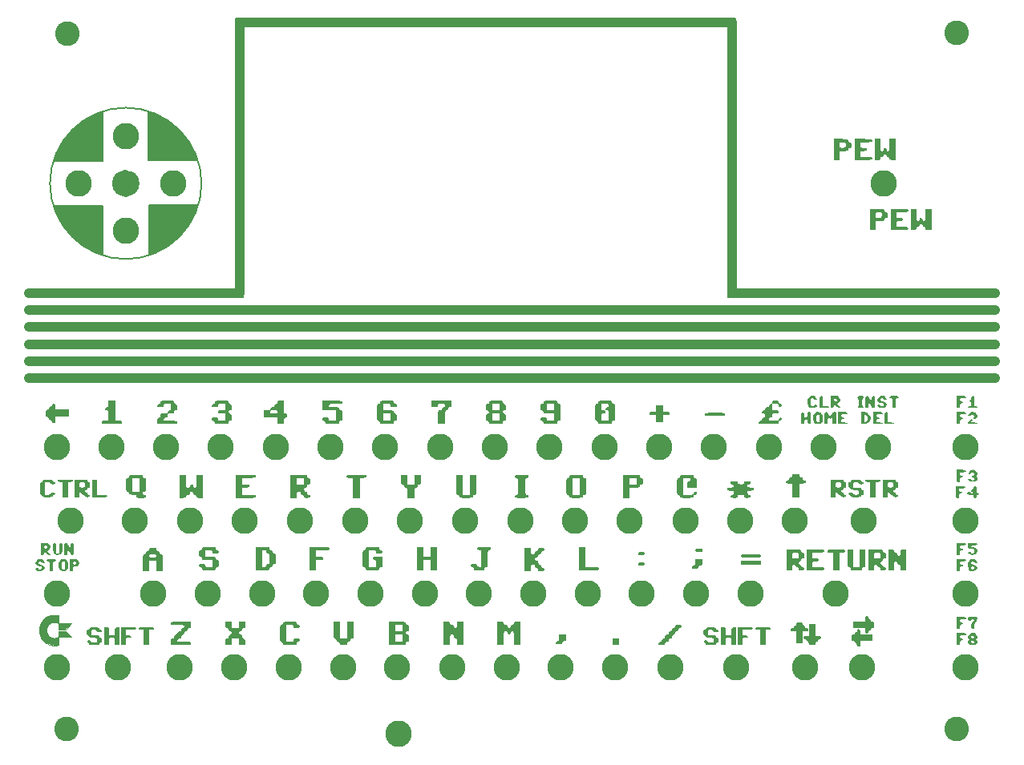
<source format=gbr>
%TF.GenerationSoftware,KiCad,Pcbnew,(6.0.0)*%
%TF.CreationDate,2022-05-08T20:40:57+10:00*%
%TF.ProjectId,cover,636f7665-722e-46b6-9963-61645f706362,rev?*%
%TF.SameCoordinates,Original*%
%TF.FileFunction,Soldermask,Top*%
%TF.FilePolarity,Negative*%
%FSLAX46Y46*%
G04 Gerber Fmt 4.6, Leading zero omitted, Abs format (unit mm)*
G04 Created by KiCad (PCBNEW (6.0.0)) date 2022-05-08 20:40:57*
%MOMM*%
%LPD*%
G01*
G04 APERTURE LIST*
%ADD10C,0.200000*%
%ADD11C,1.000000*%
%ADD12C,0.026458*%
%ADD13C,1.450000*%
%ADD14C,0.150000*%
%ADD15C,2.600000*%
%ADD16C,2.800000*%
G04 APERTURE END LIST*
D10*
X161600000Y-62700000D02*
X162400000Y-62700000D01*
X162400000Y-62700000D02*
X162400000Y-61900000D01*
X162400000Y-61900000D02*
X161600000Y-61900000D01*
X161600000Y-61900000D02*
X161600000Y-62700000D01*
X213600000Y-62700000D02*
X214400000Y-62700000D01*
X214400000Y-62700000D02*
X214400000Y-61900000D01*
X214400000Y-61900000D02*
X213600000Y-61900000D01*
X213600000Y-61900000D02*
X213600000Y-62700000D01*
X213600000Y-91300000D02*
X214400000Y-91300000D01*
X214400000Y-91300000D02*
X214400000Y-90500000D01*
X214400000Y-90500000D02*
X213600000Y-90500000D01*
X213600000Y-90500000D02*
X213600000Y-91300000D01*
X162400000Y-91300000D02*
X162000000Y-91300000D01*
X162000000Y-91300000D02*
X162000000Y-90800000D01*
X162000000Y-90800000D02*
X162400000Y-90800000D01*
X162400000Y-90800000D02*
X162400000Y-91300000D01*
D11*
X162000000Y-62300000D02*
X162000000Y-90900000D01*
X214000000Y-90900000D02*
X214000000Y-62300000D01*
X214000000Y-62300000D02*
X162000000Y-62300000D01*
X214000000Y-90900000D02*
X241800000Y-90900000D01*
X139800000Y-92700000D02*
X241800000Y-92700000D01*
X139800000Y-99900000D02*
X241800000Y-99900000D01*
X139800000Y-90900000D02*
X162000000Y-90900000D01*
X139800000Y-94500000D02*
X241800000Y-94500000D01*
X139800000Y-96300000D02*
X241800000Y-96300000D01*
X139800000Y-98100000D02*
X241800000Y-98100000D01*
%TO.C,REF\u002A\u002A*%
G36*
X228297588Y-74611319D02*
G01*
X228565128Y-74620745D01*
X228721893Y-74642981D01*
X228797155Y-74683367D01*
X228820187Y-74747243D01*
X228821333Y-74779264D01*
X228806335Y-74866131D01*
X228737947Y-74917100D01*
X228581079Y-74941559D01*
X228300637Y-74948897D01*
X228186333Y-74949164D01*
X227551333Y-74949164D01*
X227551333Y-75246488D01*
X227561586Y-75436854D01*
X227624891Y-75521454D01*
X227790067Y-75543148D01*
X227890000Y-75543812D01*
X228111568Y-75558060D01*
X228209492Y-75615646D01*
X228228667Y-75713712D01*
X228200266Y-75824867D01*
X228085477Y-75873993D01*
X227890000Y-75883612D01*
X227673164Y-75892613D01*
X227576800Y-75948190D01*
X227552090Y-76093203D01*
X227551333Y-76180936D01*
X227551333Y-76478261D01*
X228186333Y-76478261D01*
X228511001Y-76482273D01*
X228701496Y-76500571D01*
X228792912Y-76542543D01*
X228820337Y-76617577D01*
X228821333Y-76648160D01*
X228810616Y-76722515D01*
X228758949Y-76771321D01*
X228637060Y-76799919D01*
X228415677Y-76813649D01*
X228065526Y-76817851D01*
X227890000Y-76818060D01*
X226958667Y-76818060D01*
X226958667Y-74609364D01*
X227890000Y-74609364D01*
X228297588Y-74611319D01*
G37*
G36*
X229329333Y-82000000D02*
G01*
X229691368Y-82002839D01*
X229916331Y-82016146D01*
X230036449Y-82047108D01*
X230083954Y-82102910D01*
X230091333Y-82169899D01*
X230151202Y-82311877D01*
X230260667Y-82339799D01*
X230377375Y-82373058D01*
X230424465Y-82502898D01*
X230430000Y-82637123D01*
X230411058Y-82842046D01*
X230337111Y-82924729D01*
X230260667Y-82934448D01*
X230119162Y-82994516D01*
X230091333Y-83104348D01*
X230071121Y-83202532D01*
X229983732Y-83253681D01*
X229789035Y-83272435D01*
X229625667Y-83274247D01*
X229160000Y-83274247D01*
X229160000Y-84208695D01*
X228567333Y-84208695D01*
X228567333Y-82637123D01*
X229160000Y-82637123D01*
X229170253Y-82827490D01*
X229233557Y-82912090D01*
X229398734Y-82933783D01*
X229498667Y-82934448D01*
X229715503Y-82925447D01*
X229811866Y-82869870D01*
X229836576Y-82724857D01*
X229837333Y-82637123D01*
X229827080Y-82446757D01*
X229763776Y-82362157D01*
X229598599Y-82340464D01*
X229498667Y-82339799D01*
X229281830Y-82348800D01*
X229185467Y-82404377D01*
X229160757Y-82549390D01*
X229160000Y-82637123D01*
X228567333Y-82637123D01*
X228567333Y-82000000D01*
X229329333Y-82000000D01*
G37*
G36*
X229668000Y-75246488D02*
G01*
X229671999Y-75572241D01*
X229690236Y-75763374D01*
X229732068Y-75855095D01*
X229806852Y-75882612D01*
X229837333Y-75883612D01*
X229978837Y-75823543D01*
X230006667Y-75713712D01*
X230066535Y-75571735D01*
X230176000Y-75543812D01*
X230317504Y-75603881D01*
X230345333Y-75713712D01*
X230398273Y-75852078D01*
X230472333Y-75883612D01*
X230539322Y-75850237D01*
X230578644Y-75729630D01*
X230596423Y-75491065D01*
X230599333Y-75246488D01*
X230599333Y-74609364D01*
X231276667Y-74609364D01*
X231276667Y-76818060D01*
X230938000Y-76818060D01*
X230716432Y-76803812D01*
X230618507Y-76746226D01*
X230599333Y-76648160D01*
X230546394Y-76509795D01*
X230472333Y-76478261D01*
X230360085Y-76410261D01*
X230345333Y-76350836D01*
X230274747Y-76247062D01*
X230176000Y-76223411D01*
X230038096Y-76276528D01*
X230006667Y-76350836D01*
X229936080Y-76454610D01*
X229837333Y-76478261D01*
X229695829Y-76538329D01*
X229668000Y-76648160D01*
X229634852Y-76765259D01*
X229505444Y-76812506D01*
X229371667Y-76818060D01*
X229075333Y-76818060D01*
X229075333Y-74609364D01*
X229668000Y-74609364D01*
X229668000Y-75246488D01*
G37*
G36*
X233478000Y-82637123D02*
G01*
X233481999Y-82962877D01*
X233500236Y-83154010D01*
X233542068Y-83245730D01*
X233616852Y-83273248D01*
X233647333Y-83274247D01*
X233788837Y-83214179D01*
X233816667Y-83104348D01*
X233876535Y-82962370D01*
X233986000Y-82934448D01*
X234127504Y-82994516D01*
X234155333Y-83104348D01*
X234208273Y-83242713D01*
X234282333Y-83274247D01*
X234349322Y-83240872D01*
X234388644Y-83120265D01*
X234406423Y-82881700D01*
X234409333Y-82637123D01*
X234409333Y-82000000D01*
X235086667Y-82000000D01*
X235086667Y-84208695D01*
X234748000Y-84208695D01*
X234526432Y-84194448D01*
X234428507Y-84136861D01*
X234409333Y-84038796D01*
X234356394Y-83900430D01*
X234282333Y-83868896D01*
X234170085Y-83800896D01*
X234155333Y-83741471D01*
X234084747Y-83637697D01*
X233986000Y-83614047D01*
X233848096Y-83667163D01*
X233816667Y-83741471D01*
X233746080Y-83845245D01*
X233647333Y-83868896D01*
X233505829Y-83928965D01*
X233478000Y-84038796D01*
X233444852Y-84155894D01*
X233315444Y-84203142D01*
X233181667Y-84208695D01*
X232885333Y-84208695D01*
X232885333Y-82000000D01*
X233478000Y-82000000D01*
X233478000Y-82637123D01*
G37*
G36*
X232107588Y-82001955D02*
G01*
X232375128Y-82011380D01*
X232531893Y-82033616D01*
X232607155Y-82074002D01*
X232630187Y-82137879D01*
X232631333Y-82169899D01*
X232616335Y-82256767D01*
X232547947Y-82307736D01*
X232391079Y-82332195D01*
X232110637Y-82339533D01*
X231996333Y-82339799D01*
X231361333Y-82339799D01*
X231361333Y-82637123D01*
X231371586Y-82827490D01*
X231434891Y-82912090D01*
X231600067Y-82933783D01*
X231700000Y-82934448D01*
X231921568Y-82948695D01*
X232019492Y-83006282D01*
X232038667Y-83104348D01*
X232010266Y-83215502D01*
X231895477Y-83264628D01*
X231700000Y-83274247D01*
X231483164Y-83283248D01*
X231386800Y-83338825D01*
X231362090Y-83483838D01*
X231361333Y-83571572D01*
X231361333Y-83868896D01*
X231996333Y-83868896D01*
X232321001Y-83872909D01*
X232511496Y-83891207D01*
X232602912Y-83933178D01*
X232630337Y-84008213D01*
X232631333Y-84038796D01*
X232620616Y-84113150D01*
X232568949Y-84161957D01*
X232447060Y-84190555D01*
X232225677Y-84204285D01*
X231875526Y-84208486D01*
X231700000Y-84208695D01*
X230768667Y-84208695D01*
X230768667Y-82000000D01*
X231700000Y-82000000D01*
X232107588Y-82001955D01*
G37*
G36*
X225519333Y-74609364D02*
G01*
X225881368Y-74612203D01*
X226106331Y-74625510D01*
X226226449Y-74656472D01*
X226273954Y-74712274D01*
X226281333Y-74779264D01*
X226341202Y-74921241D01*
X226450667Y-74949164D01*
X226567375Y-74982423D01*
X226614465Y-75112263D01*
X226620000Y-75246488D01*
X226601058Y-75451410D01*
X226527111Y-75534093D01*
X226450667Y-75543812D01*
X226309162Y-75603881D01*
X226281333Y-75713712D01*
X226261121Y-75811897D01*
X226173732Y-75863045D01*
X225979035Y-75881800D01*
X225815667Y-75883612D01*
X225350000Y-75883612D01*
X225350000Y-76818060D01*
X224757333Y-76818060D01*
X224757333Y-75246488D01*
X225350000Y-75246488D01*
X225360253Y-75436854D01*
X225423557Y-75521454D01*
X225588734Y-75543148D01*
X225688667Y-75543812D01*
X225905503Y-75534811D01*
X226001866Y-75479234D01*
X226026576Y-75334221D01*
X226027333Y-75246488D01*
X226017080Y-75056122D01*
X225953776Y-74971522D01*
X225788599Y-74949828D01*
X225688667Y-74949164D01*
X225471830Y-74958165D01*
X225375467Y-75013742D01*
X225350757Y-75158755D01*
X225350000Y-75246488D01*
X224757333Y-75246488D01*
X224757333Y-74609364D01*
X225519333Y-74609364D01*
G37*
D12*
X141073788Y-125692919D02*
X141143697Y-125585828D01*
X142086444Y-125760397D02*
X142053326Y-125777543D01*
X142442887Y-127367159D02*
X142479848Y-127367091D01*
X142406000Y-127365621D02*
X142442887Y-127367159D01*
X141692688Y-126161120D02*
X141677492Y-126195485D01*
X142045684Y-124960576D02*
X142105372Y-124945946D01*
X141843600Y-127101731D02*
X141870808Y-127129307D01*
X142479848Y-127367091D02*
X142516828Y-127365408D01*
X142120186Y-125744774D02*
X142086444Y-125760397D01*
X142105372Y-124945946D02*
X142165629Y-124933585D01*
X142590627Y-125684086D02*
X142553773Y-125679148D01*
X141641502Y-126301363D02*
X141632704Y-126337397D01*
X142535444Y-124908359D02*
X142597844Y-124912525D01*
X142020887Y-125796205D02*
X141989183Y-125816372D01*
X141989183Y-127224878D02*
X142020887Y-127245046D01*
X141615908Y-126594306D02*
X141619907Y-126631007D01*
X142627336Y-127350587D02*
X142663844Y-127342361D01*
X141143696Y-127455422D02*
X141073787Y-127348331D01*
X141899025Y-127155418D02*
X141928197Y-127180056D01*
X141870694Y-125017854D02*
X141928279Y-124996553D01*
X141817456Y-125968553D02*
X141817456Y-125968553D01*
X142535444Y-128132892D02*
X142411036Y-128133958D01*
X140919988Y-126035381D02*
X140961934Y-125918253D01*
X141544972Y-125190585D02*
X141596574Y-125156562D01*
X141692688Y-126880131D02*
X141709484Y-126913940D01*
X141792662Y-125998747D02*
X141769468Y-126029776D01*
X142700096Y-125708771D02*
X142663844Y-125698889D01*
X142260298Y-125697683D02*
X142189323Y-125718132D01*
X141013200Y-125803913D02*
X141073788Y-125692919D01*
X141792663Y-127042503D02*
X141817456Y-127072698D01*
X141596574Y-125156562D02*
X141649338Y-125124603D01*
X142875602Y-127257930D02*
X142909166Y-127237935D01*
X142909167Y-124970609D02*
X142909166Y-125803316D01*
X140887364Y-126886509D02*
X140864061Y-126765477D01*
X141615908Y-126446944D02*
X141613509Y-126483757D01*
X142553773Y-127362102D02*
X142590627Y-127357165D01*
X142086444Y-127280853D02*
X142120186Y-127296476D01*
X141817456Y-125968553D02*
X141792662Y-125998747D01*
X142045683Y-128080674D02*
X141928278Y-128044697D01*
X142909166Y-128070642D02*
X142909166Y-128070642D01*
X142847211Y-124953949D02*
X142909167Y-124970609D01*
X142597844Y-124912525D02*
X142660286Y-124919144D01*
X141263445Y-125436753D02*
X141306693Y-125390835D01*
X142771615Y-125733538D02*
X142736038Y-125720318D01*
X142189324Y-127323119D02*
X142224609Y-127334121D01*
X141143697Y-125585828D02*
X141143697Y-125585828D01*
X142909166Y-125803316D02*
X142875602Y-125783320D01*
X141613509Y-126483757D02*
X141612709Y-126520625D01*
X142627336Y-125690663D02*
X142590627Y-125684086D01*
X141703197Y-127946520D02*
X141596574Y-127884688D01*
X141625506Y-126373709D02*
X141619907Y-126410243D01*
X141221818Y-125484573D02*
X141263445Y-125436753D01*
X141727879Y-126947137D02*
X141747874Y-126979668D01*
X141651899Y-126265662D02*
X141641502Y-126301363D01*
X142785036Y-128101417D02*
X142660286Y-128122106D01*
X141596574Y-127884688D02*
X141494598Y-127814603D01*
X142332671Y-127357757D02*
X142369243Y-127362484D01*
X141619907Y-126410243D02*
X141615908Y-126446944D01*
X141445517Y-125264726D02*
X141494598Y-125226647D01*
X142590627Y-127357165D02*
X142627336Y-127350587D01*
X140961934Y-125918253D02*
X141013200Y-125803913D01*
X141709484Y-126913940D02*
X141727879Y-126947137D01*
X142332671Y-125683493D02*
X142260298Y-125697683D01*
X142053326Y-127263707D02*
X142086444Y-127280853D01*
X141397795Y-127736451D02*
X141306693Y-127650414D01*
X141769468Y-126029776D02*
X141747874Y-126061583D01*
X141870808Y-125911944D02*
X141843600Y-125939520D01*
X141709484Y-126127311D02*
X141692688Y-126161120D01*
X141813941Y-127999918D02*
X141703197Y-127946520D01*
X140850079Y-126643330D02*
X140845419Y-126520625D01*
X142909167Y-124970609D02*
X142909167Y-124970609D01*
X142165629Y-128107666D02*
X142045683Y-128080674D01*
X141989183Y-125816372D02*
X141958268Y-125838038D01*
X142806771Y-127292811D02*
X142841452Y-127276220D01*
X141625506Y-126667542D02*
X141632704Y-126703854D01*
X142841452Y-127276220D02*
X142875602Y-127257930D01*
X142165629Y-124933585D02*
X142226390Y-124923516D01*
X142406000Y-125675630D02*
X142332671Y-125683493D01*
X142806771Y-125748440D02*
X142771615Y-125733538D01*
X142663844Y-127342361D02*
X142700096Y-127332479D01*
X141727879Y-126094113D02*
X141709484Y-126127311D01*
X141306693Y-125390835D02*
X141351499Y-125346843D01*
X140887364Y-126154740D02*
X140919988Y-126035381D01*
X140919988Y-127005868D02*
X140887364Y-126886509D01*
X142700096Y-127332479D02*
X142736038Y-127320932D01*
X142154498Y-127310567D02*
X142189324Y-127323119D01*
X141928197Y-125861195D02*
X141899025Y-125885832D01*
X142189323Y-125718132D02*
X142120186Y-125744774D01*
X141397796Y-125304799D02*
X141445517Y-125264726D01*
X142909166Y-127237935D02*
X142909166Y-128070642D01*
X142120186Y-127296476D02*
X142154498Y-127310567D01*
X142287588Y-128125488D02*
X142165629Y-128107666D01*
X141143697Y-125585828D02*
X141181880Y-125534272D01*
X141494598Y-127814603D02*
X141397795Y-127736451D01*
X141928197Y-127180056D02*
X141958268Y-127203212D01*
X142411036Y-128133958D02*
X142287588Y-128125488D01*
X142224609Y-127334121D02*
X142260298Y-127343568D01*
X141619907Y-126631007D02*
X141625506Y-126667542D01*
X142771615Y-127307712D02*
X142806771Y-127292811D01*
X140961933Y-127122997D02*
X140919988Y-127005868D01*
X142553773Y-125679148D02*
X142479848Y-125674159D01*
X142296337Y-127351449D02*
X142332671Y-127357757D01*
X141143696Y-127455422D02*
X141143696Y-127455422D01*
X141073787Y-127348331D02*
X141013200Y-127237337D01*
X141013200Y-127237337D02*
X140961933Y-127122997D01*
X140864061Y-126765477D02*
X140850079Y-126643330D01*
X142479848Y-125674159D02*
X142406000Y-125675630D01*
X141747874Y-126061583D02*
X141727879Y-126094113D01*
X141632704Y-126703854D02*
X141641502Y-126739888D01*
X141649338Y-125124603D02*
X141703197Y-125094730D01*
X142020887Y-127245046D02*
X142053326Y-127263707D01*
X142660286Y-128122106D02*
X142535444Y-128132892D01*
X141870808Y-127129307D02*
X141899025Y-127155418D01*
X141641502Y-126739888D02*
X141651899Y-126775588D01*
X142473153Y-124906622D02*
X142535444Y-124908359D01*
X142736038Y-125720318D02*
X142700096Y-125708771D01*
X142722705Y-124928239D02*
X142785036Y-124939833D01*
X142287589Y-124915762D02*
X142349159Y-124910347D01*
X142260298Y-127343568D02*
X142296337Y-127351449D01*
X142053326Y-125777543D02*
X142020887Y-125796205D01*
X141221818Y-127556677D02*
X141143696Y-127455422D01*
X142369243Y-127362484D02*
X142406000Y-127365621D01*
X141663896Y-126230351D02*
X141651899Y-126265662D01*
X141958268Y-125838038D02*
X141928197Y-125861195D01*
X141928279Y-124996553D02*
X141986631Y-124977453D01*
X141758087Y-125066965D02*
X141813941Y-125041332D01*
X142841452Y-125765031D02*
X142806771Y-125748440D01*
X141663896Y-126810899D02*
X141677492Y-126845765D01*
X142411036Y-124907292D02*
X142473153Y-124906622D01*
X142226390Y-124923516D02*
X142287589Y-124915762D01*
X141677492Y-126195485D02*
X141663896Y-126230351D01*
X141613509Y-126557493D02*
X141615908Y-126594306D01*
X141899025Y-125885832D02*
X141870808Y-125911944D01*
X142516828Y-127365408D02*
X142553773Y-127362102D01*
X141181880Y-125534272D02*
X141221818Y-125484573D01*
X141351499Y-125346843D02*
X141397796Y-125304799D01*
X142736038Y-127320932D02*
X142771615Y-127307712D01*
X142909166Y-128070642D02*
X142785036Y-128101417D01*
X142875602Y-125783320D02*
X142841452Y-125765031D01*
X142660286Y-124919144D02*
X142722705Y-124928239D01*
X141958268Y-127203212D02*
X141989183Y-127224878D01*
X141306693Y-127650414D02*
X141221818Y-127556677D01*
X141817456Y-127072698D02*
X141817456Y-127072698D01*
X142663844Y-125698889D02*
X142627336Y-125690663D01*
X140864061Y-126275772D02*
X140887364Y-126154740D01*
X141817456Y-127072698D02*
X141843600Y-127101731D01*
X142785036Y-124939833D02*
X142847211Y-124953949D01*
X142909166Y-125803316D02*
X142909166Y-125803316D01*
X141747874Y-126979668D02*
X141769469Y-127011475D01*
X141843600Y-125939520D02*
X141817456Y-125968553D01*
X141703197Y-125094730D02*
X141758087Y-125066965D01*
X140850080Y-126397920D02*
X140864061Y-126275772D01*
X141986631Y-124977453D02*
X142045684Y-124960576D01*
X141928278Y-128044697D02*
X141813941Y-127999918D01*
X141632704Y-126337397D02*
X141625506Y-126373709D01*
X142349159Y-124910347D02*
X142411036Y-124907292D01*
X141612709Y-126520625D02*
X141613509Y-126557493D01*
X141769469Y-127011475D02*
X141792663Y-127042503D01*
X140845419Y-126520625D02*
X140850080Y-126397920D01*
X141651899Y-126775588D02*
X141663896Y-126810899D01*
X141677492Y-126845765D02*
X141692688Y-126880131D01*
X141813941Y-125041332D02*
X141870694Y-125017854D01*
X141494598Y-125226647D02*
X141544972Y-125190585D01*
G36*
X238543305Y-119015973D02*
G01*
X238701675Y-119050664D01*
X238755331Y-119118258D01*
X238756333Y-119133612D01*
X238700410Y-119222214D01*
X238515030Y-119258724D01*
X238417666Y-119261036D01*
X238196098Y-119275284D01*
X238098174Y-119332870D01*
X238079000Y-119430936D01*
X238138868Y-119572913D01*
X238248333Y-119600836D01*
X238385913Y-119636411D01*
X238417666Y-119685786D01*
X238346754Y-119754806D01*
X238248333Y-119770735D01*
X238124386Y-119810785D01*
X238080746Y-119959798D01*
X238079000Y-120025585D01*
X238052389Y-120212127D01*
X237953378Y-120277805D01*
X237909666Y-120280434D01*
X237823088Y-120265386D01*
X237772289Y-120196770D01*
X237747912Y-120039376D01*
X237740598Y-119757997D01*
X237740333Y-119643311D01*
X237740333Y-119006187D01*
X238248333Y-119006187D01*
X238543305Y-119015973D01*
G37*
G36*
X206752333Y-103460368D02*
G01*
X207091000Y-103460368D01*
X207312568Y-103474615D01*
X207410492Y-103532202D01*
X207429666Y-103630267D01*
X207401266Y-103741422D01*
X207286477Y-103790548D01*
X207091000Y-103800167D01*
X206752333Y-103800167D01*
X206752333Y-104564715D01*
X205990333Y-104564715D01*
X205990333Y-103800167D01*
X205651666Y-103800167D01*
X205430098Y-103785919D01*
X205332174Y-103728333D01*
X205313000Y-103630267D01*
X205341400Y-103519113D01*
X205456189Y-103469987D01*
X205651666Y-103460368D01*
X205990333Y-103460368D01*
X205990333Y-102780769D01*
X206752333Y-102780769D01*
X206752333Y-103460368D01*
G37*
G36*
X229189000Y-117986789D02*
G01*
X229551034Y-117989628D01*
X229775997Y-118002935D01*
X229896116Y-118033897D01*
X229943620Y-118089699D01*
X229951000Y-118156689D01*
X230010868Y-118298666D01*
X230120333Y-118326588D01*
X230237041Y-118359847D01*
X230284131Y-118489688D01*
X230289666Y-118623913D01*
X230270724Y-118828835D01*
X230196777Y-118911518D01*
X230120333Y-118921237D01*
X229978829Y-118981306D01*
X229951000Y-119091137D01*
X229898060Y-119229502D01*
X229824000Y-119261036D01*
X229720571Y-119331859D01*
X229697000Y-119430936D01*
X229749939Y-119569302D01*
X229824000Y-119600836D01*
X229936248Y-119668835D01*
X229951000Y-119728261D01*
X230021586Y-119832035D01*
X230120333Y-119855685D01*
X230261837Y-119915754D01*
X230289666Y-120025585D01*
X230256518Y-120142683D01*
X230127111Y-120189931D01*
X229993333Y-120195485D01*
X229789094Y-120176479D01*
X229706686Y-120102285D01*
X229697000Y-120025585D01*
X229637131Y-119883608D01*
X229527666Y-119855685D01*
X229389762Y-119802569D01*
X229358333Y-119728261D01*
X229287747Y-119624486D01*
X229189000Y-119600836D01*
X229072291Y-119634095D01*
X229025201Y-119763935D01*
X229019666Y-119898160D01*
X229006560Y-120097436D01*
X228932613Y-120179161D01*
X228745888Y-120195448D01*
X228723333Y-120195485D01*
X228427000Y-120195485D01*
X228427000Y-118623913D01*
X229019666Y-118623913D01*
X229029919Y-118814279D01*
X229093224Y-118898879D01*
X229258400Y-118920572D01*
X229358333Y-118921237D01*
X229575169Y-118912236D01*
X229671532Y-118856659D01*
X229696242Y-118711646D01*
X229697000Y-118623913D01*
X229686747Y-118433546D01*
X229623442Y-118348947D01*
X229458265Y-118327253D01*
X229358333Y-118326588D01*
X229141497Y-118335589D01*
X229045133Y-118391166D01*
X229020423Y-118536179D01*
X229019666Y-118623913D01*
X228427000Y-118623913D01*
X228427000Y-117986789D01*
X229189000Y-117986789D01*
G37*
G36*
X238543305Y-101771157D02*
G01*
X238701675Y-101805848D01*
X238755331Y-101873442D01*
X238756333Y-101888796D01*
X238700410Y-101977398D01*
X238515030Y-102013908D01*
X238417666Y-102016220D01*
X238196098Y-102030468D01*
X238098174Y-102088054D01*
X238079000Y-102186120D01*
X238138868Y-102328097D01*
X238248333Y-102356020D01*
X238385913Y-102391595D01*
X238417666Y-102440970D01*
X238346754Y-102509990D01*
X238248333Y-102525919D01*
X238124386Y-102565969D01*
X238080746Y-102714982D01*
X238079000Y-102780769D01*
X238052389Y-102967311D01*
X237953378Y-103032989D01*
X237909666Y-103035618D01*
X237823088Y-103020570D01*
X237772289Y-102951954D01*
X237747912Y-102794560D01*
X237740598Y-102513181D01*
X237740333Y-102398495D01*
X237740333Y-101761371D01*
X238248333Y-101761371D01*
X238543305Y-101771157D01*
G37*
G36*
X238458639Y-111285538D02*
G01*
X238617008Y-111320229D01*
X238670664Y-111387824D01*
X238671666Y-111403177D01*
X238615743Y-111491779D01*
X238430364Y-111528289D01*
X238333000Y-111530602D01*
X238111431Y-111544849D01*
X238013507Y-111602436D01*
X237994333Y-111700501D01*
X238054201Y-111842479D01*
X238163666Y-111870401D01*
X238301247Y-111905976D01*
X238333000Y-111955351D01*
X238262087Y-112024371D01*
X238163666Y-112040301D01*
X238039719Y-112080350D01*
X237996080Y-112229364D01*
X237994333Y-112295150D01*
X237967722Y-112481692D01*
X237868711Y-112547370D01*
X237825000Y-112550000D01*
X237738421Y-112534952D01*
X237687623Y-112466335D01*
X237663245Y-112308942D01*
X237655932Y-112027562D01*
X237655666Y-111912876D01*
X237655666Y-111275752D01*
X238163666Y-111275752D01*
X238458639Y-111285538D01*
G37*
G36*
X142446639Y-119015973D02*
G01*
X142605008Y-119050664D01*
X142658664Y-119118258D01*
X142659666Y-119133612D01*
X142589080Y-119237386D01*
X142490333Y-119261036D01*
X142395757Y-119279634D01*
X142344653Y-119361331D01*
X142324113Y-119544980D01*
X142321000Y-119770735D01*
X142314821Y-120055413D01*
X142287680Y-120209237D01*
X142226667Y-120271064D01*
X142151666Y-120280434D01*
X142057090Y-120261837D01*
X142005986Y-120180140D01*
X141985446Y-119996491D01*
X141982333Y-119770735D01*
X141976154Y-119486058D01*
X141949013Y-119332234D01*
X141888000Y-119270407D01*
X141813000Y-119261036D01*
X141675095Y-119207920D01*
X141643666Y-119133612D01*
X141682680Y-119059622D01*
X141820980Y-119019897D01*
X142090458Y-119006438D01*
X142151666Y-119006187D01*
X142446639Y-119015973D01*
G37*
G36*
X142079356Y-110604660D02*
G01*
X142250928Y-110635058D01*
X142316970Y-110694659D01*
X142321000Y-110723578D01*
X142388772Y-110836202D01*
X142448000Y-110851003D01*
X142560248Y-110919003D01*
X142575000Y-110978428D01*
X142499271Y-111079591D01*
X142321000Y-111105852D01*
X142119347Y-111067862D01*
X142067000Y-110978428D01*
X142002740Y-110884182D01*
X141797655Y-110851233D01*
X141770666Y-110851003D01*
X141474333Y-110851003D01*
X141474333Y-112210200D01*
X141770666Y-112210200D01*
X141989839Y-112182568D01*
X142066464Y-112094381D01*
X142067000Y-112082776D01*
X142142728Y-111981612D01*
X142321000Y-111955351D01*
X142522652Y-111993342D01*
X142575000Y-112082776D01*
X142507227Y-112195399D01*
X142448000Y-112210200D01*
X142335751Y-112278200D01*
X142321000Y-112337625D01*
X142284259Y-112409100D01*
X142152977Y-112448825D01*
X141895565Y-112464117D01*
X141770666Y-112465050D01*
X141461976Y-112456543D01*
X141290405Y-112426146D01*
X141224363Y-112366544D01*
X141220333Y-112337625D01*
X141152560Y-112225001D01*
X141093333Y-112210200D01*
X141028170Y-112178191D01*
X140989064Y-112062051D01*
X140970376Y-111831613D01*
X140966333Y-111530602D01*
X140972315Y-111181905D01*
X140994018Y-110972640D01*
X141037081Y-110872638D01*
X141093333Y-110851003D01*
X141205581Y-110783003D01*
X141220333Y-110723578D01*
X141257073Y-110652104D01*
X141388355Y-110612378D01*
X141645768Y-110597087D01*
X141770666Y-110596153D01*
X142079356Y-110604660D01*
G37*
G36*
X142516450Y-102554415D02*
G01*
X142565412Y-102669587D01*
X142575000Y-102865719D01*
X142575000Y-103205518D01*
X144014333Y-103205518D01*
X144014333Y-103970067D01*
X142575000Y-103970067D01*
X142575000Y-104309866D01*
X142560799Y-104532175D01*
X142503405Y-104630427D01*
X142405666Y-104649665D01*
X142264162Y-104589597D01*
X142236333Y-104479766D01*
X142176464Y-104337788D01*
X142067000Y-104309866D01*
X141925495Y-104249797D01*
X141897666Y-104139966D01*
X141837798Y-103997989D01*
X141728333Y-103970067D01*
X141622513Y-103945054D01*
X141572474Y-103841195D01*
X141559064Y-103615254D01*
X141559000Y-103587792D01*
X141570079Y-103348901D01*
X141616085Y-103235937D01*
X141716168Y-103205664D01*
X141728333Y-103205518D01*
X141869837Y-103145449D01*
X141897666Y-103035618D01*
X141957535Y-102893641D01*
X142067000Y-102865719D01*
X142208504Y-102805650D01*
X142236333Y-102695819D01*
X142296201Y-102553842D01*
X142405666Y-102525919D01*
X142516450Y-102554415D01*
G37*
G36*
X176571131Y-104330055D02*
G01*
X176542983Y-104204046D01*
X176529980Y-103975569D01*
X176526417Y-103614584D01*
X176526333Y-103502842D01*
X176528456Y-103104921D01*
X176538627Y-102846846D01*
X176562549Y-102698577D01*
X176605923Y-102630079D01*
X176674453Y-102611311D01*
X176695666Y-102610869D01*
X176837170Y-102550801D01*
X176865000Y-102440970D01*
X176878392Y-102358359D01*
X176940643Y-102307899D01*
X177084863Y-102281772D01*
X177344162Y-102272162D01*
X177584666Y-102271070D01*
X177934589Y-102274232D01*
X178148330Y-102288928D01*
X178258999Y-102322975D01*
X178299705Y-102384191D01*
X178304333Y-102440970D01*
X178364201Y-102582947D01*
X178473666Y-102610869D01*
X178615170Y-102670938D01*
X178643000Y-102780769D01*
X178614599Y-102891923D01*
X178499810Y-102941049D01*
X178304333Y-102950669D01*
X178082765Y-102936421D01*
X177984840Y-102878835D01*
X177965666Y-102780769D01*
X177940737Y-102674595D01*
X177837224Y-102624389D01*
X177612037Y-102610934D01*
X177584666Y-102610869D01*
X177203666Y-102610869D01*
X177203666Y-103290468D01*
X177754000Y-103290468D01*
X178051831Y-103295763D01*
X178217879Y-103319350D01*
X178289561Y-103372779D01*
X178304333Y-103460368D01*
X178364201Y-103602345D01*
X178473666Y-103630267D01*
X178579486Y-103655279D01*
X178629525Y-103759139D01*
X178642935Y-103985079D01*
X178643000Y-104012541D01*
X178631920Y-104251433D01*
X178585914Y-104364397D01*
X178485831Y-104394670D01*
X178473666Y-104394816D01*
X178332162Y-104454884D01*
X178304333Y-104564715D01*
X178290940Y-104647326D01*
X178228689Y-104697786D01*
X178084470Y-104723912D01*
X177825171Y-104733523D01*
X177584666Y-104734615D01*
X177234743Y-104731453D01*
X177021002Y-104716757D01*
X176910334Y-104682709D01*
X176869627Y-104621494D01*
X176865000Y-104564715D01*
X176805131Y-104422738D01*
X176695666Y-104394816D01*
X177203666Y-104394816D01*
X177965666Y-104394816D01*
X177965666Y-103630267D01*
X177203666Y-103630267D01*
X177203666Y-104394816D01*
X176695666Y-104394816D01*
X176620124Y-104383632D01*
X176571131Y-104330055D01*
G37*
G36*
X227423356Y-110604660D02*
G01*
X227594928Y-110635058D01*
X227660970Y-110694659D01*
X227665000Y-110723578D01*
X227732772Y-110836202D01*
X227792000Y-110851003D01*
X227904248Y-110919003D01*
X227919000Y-110978428D01*
X227843271Y-111079591D01*
X227665000Y-111105852D01*
X227463347Y-111067862D01*
X227411000Y-110978428D01*
X227346740Y-110884182D01*
X227141655Y-110851233D01*
X227114666Y-110851003D01*
X226916054Y-110864153D01*
X226834602Y-110938347D01*
X226818370Y-111125697D01*
X226818333Y-111148327D01*
X226818333Y-111445652D01*
X227241666Y-111445652D01*
X227507885Y-111459293D01*
X227637910Y-111506523D01*
X227665000Y-111573077D01*
X227732772Y-111685700D01*
X227792000Y-111700501D01*
X227892826Y-111776483D01*
X227919000Y-111955351D01*
X227881135Y-112157677D01*
X227792000Y-112210200D01*
X227679751Y-112278200D01*
X227665000Y-112337625D01*
X227628259Y-112409100D01*
X227496977Y-112448825D01*
X227239565Y-112464117D01*
X227114666Y-112465050D01*
X226805976Y-112456543D01*
X226634405Y-112426146D01*
X226568363Y-112366544D01*
X226564333Y-112337625D01*
X226496560Y-112225001D01*
X226437333Y-112210200D01*
X226325084Y-112142201D01*
X226310333Y-112082776D01*
X226386061Y-111981612D01*
X226564333Y-111955351D01*
X226765985Y-111993342D01*
X226818333Y-112082776D01*
X226882592Y-112177021D01*
X227087677Y-112209970D01*
X227114666Y-112210200D01*
X227313761Y-112195993D01*
X227395422Y-112123933D01*
X227411000Y-111955351D01*
X227401751Y-111804486D01*
X227344884Y-111729255D01*
X227196719Y-111703363D01*
X226987666Y-111700501D01*
X226721448Y-111686860D01*
X226591422Y-111639630D01*
X226564333Y-111573077D01*
X226496560Y-111460453D01*
X226437333Y-111445652D01*
X226343401Y-111381177D01*
X226310562Y-111175406D01*
X226310333Y-111148327D01*
X226337873Y-110928421D01*
X226425766Y-110851540D01*
X226437333Y-110851003D01*
X226549581Y-110783003D01*
X226564333Y-110723578D01*
X226601073Y-110652104D01*
X226732355Y-110612378D01*
X226989768Y-110597087D01*
X227114666Y-110596153D01*
X227423356Y-110604660D01*
G37*
G36*
X230101818Y-101782412D02*
G01*
X230198853Y-101852162D01*
X230205000Y-101888796D01*
X230250717Y-102001844D01*
X230289666Y-102016220D01*
X230371873Y-102080865D01*
X230374333Y-102101170D01*
X230303420Y-102170191D01*
X230205000Y-102186120D01*
X230067419Y-102150545D01*
X230035666Y-102101170D01*
X229964754Y-102032150D01*
X229866333Y-102016220D01*
X229724829Y-102076289D01*
X229697000Y-102186120D01*
X229745038Y-102317996D01*
X229913101Y-102356018D01*
X229914714Y-102356020D01*
X230143560Y-102411145D01*
X230316480Y-102546694D01*
X230374333Y-102695819D01*
X230300770Y-102860298D01*
X230117176Y-102976639D01*
X229879192Y-103031835D01*
X229642462Y-103012883D01*
X229464166Y-102908548D01*
X229368019Y-102767843D01*
X229414140Y-102705582D01*
X229527666Y-102695819D01*
X229665247Y-102731394D01*
X229697000Y-102780769D01*
X229767912Y-102849789D01*
X229866333Y-102865719D01*
X230007837Y-102805650D01*
X230035666Y-102695819D01*
X229987628Y-102563943D01*
X229819565Y-102525921D01*
X229817952Y-102525919D01*
X229603148Y-102480489D01*
X229479285Y-102404562D01*
X229384115Y-102252965D01*
X229362597Y-102102643D01*
X229420856Y-102019137D01*
X229443000Y-102016220D01*
X229518114Y-101947415D01*
X229527666Y-101888796D01*
X229583589Y-101800193D01*
X229768969Y-101763684D01*
X229866333Y-101761371D01*
X230101818Y-101782412D01*
G37*
G36*
X196507666Y-127331271D02*
G01*
X196496113Y-127550197D01*
X196441619Y-127647503D01*
X196314433Y-127670949D01*
X196296000Y-127671070D01*
X196130018Y-127710890D01*
X196084333Y-127840970D01*
X196055933Y-127952124D01*
X195941144Y-128001250D01*
X195745666Y-128010869D01*
X195524098Y-127996622D01*
X195426174Y-127939035D01*
X195407000Y-127840970D01*
X195466868Y-127698992D01*
X195576333Y-127671070D01*
X195687117Y-127642575D01*
X195736079Y-127527402D01*
X195745666Y-127331271D01*
X195745666Y-126991471D01*
X196507666Y-126991471D01*
X196507666Y-127331271D01*
G37*
G36*
X172266543Y-102272617D02*
G01*
X172563935Y-102280204D01*
X172747018Y-102298245D01*
X172843298Y-102331156D01*
X172880283Y-102383355D01*
X172885666Y-102440970D01*
X172872274Y-102523580D01*
X172810023Y-102574040D01*
X172665803Y-102600167D01*
X172406504Y-102609777D01*
X172166000Y-102610869D01*
X171816076Y-102614031D01*
X171602336Y-102628727D01*
X171491667Y-102662775D01*
X171450960Y-102723990D01*
X171446333Y-102780769D01*
X171463485Y-102872716D01*
X171539886Y-102923979D01*
X171712953Y-102946108D01*
X171996666Y-102950669D01*
X172294498Y-102955964D01*
X172460546Y-102979551D01*
X172532228Y-103032980D01*
X172547000Y-103120568D01*
X172606868Y-103262545D01*
X172716333Y-103290468D01*
X172807973Y-103307677D01*
X172859065Y-103384334D01*
X172881121Y-103557980D01*
X172885666Y-103842642D01*
X172880389Y-104141470D01*
X172856880Y-104308073D01*
X172803629Y-104379995D01*
X172716333Y-104394816D01*
X172574829Y-104454884D01*
X172547000Y-104564715D01*
X172533607Y-104647326D01*
X172471356Y-104697786D01*
X172327136Y-104723912D01*
X172067837Y-104733523D01*
X171827333Y-104734615D01*
X171477410Y-104731453D01*
X171263669Y-104716757D01*
X171153000Y-104682709D01*
X171112294Y-104621494D01*
X171107666Y-104564715D01*
X171047798Y-104422738D01*
X170938333Y-104394816D01*
X170796829Y-104334747D01*
X170769000Y-104224916D01*
X170797400Y-104113762D01*
X170912189Y-104064636D01*
X171107666Y-104055016D01*
X171329234Y-104069264D01*
X171427159Y-104126850D01*
X171446333Y-104224916D01*
X171471262Y-104331090D01*
X171574775Y-104381296D01*
X171799962Y-104394751D01*
X171827333Y-104394816D01*
X172208333Y-104394816D01*
X172208333Y-103290468D01*
X170769000Y-103290468D01*
X170769000Y-102271070D01*
X171827333Y-102271070D01*
X172266543Y-102272617D01*
G37*
G36*
X216462543Y-118498035D02*
G01*
X216759935Y-118505622D01*
X216943018Y-118523663D01*
X217039298Y-118556574D01*
X217076283Y-118608773D01*
X217081666Y-118666388D01*
X217072027Y-118736896D01*
X217024771Y-118784638D01*
X216912391Y-118814029D01*
X216707378Y-118829486D01*
X216382224Y-118835423D01*
X216023333Y-118836287D01*
X215584123Y-118834740D01*
X215286730Y-118827154D01*
X215103648Y-118809113D01*
X215007368Y-118776201D01*
X214970382Y-118724002D01*
X214965000Y-118666388D01*
X214974639Y-118595879D01*
X215021895Y-118548137D01*
X215134275Y-118518746D01*
X215339288Y-118503290D01*
X215664441Y-118497352D01*
X216023333Y-118496488D01*
X216462543Y-118498035D01*
G37*
G36*
X229737972Y-103470154D02*
G01*
X229896341Y-103504844D01*
X229949998Y-103572439D01*
X229951000Y-103587792D01*
X229895076Y-103676395D01*
X229709697Y-103712904D01*
X229612333Y-103715217D01*
X229390765Y-103729465D01*
X229292840Y-103787051D01*
X229273666Y-103885117D01*
X229333535Y-104027094D01*
X229443000Y-104055016D01*
X229580580Y-104090591D01*
X229612333Y-104139966D01*
X229541420Y-104208987D01*
X229443000Y-104224916D01*
X229301495Y-104284985D01*
X229273666Y-104394816D01*
X229302066Y-104505970D01*
X229416855Y-104555096D01*
X229612333Y-104564715D01*
X229824407Y-104583556D01*
X229942364Y-104630623D01*
X229951000Y-104649665D01*
X229873880Y-104694914D01*
X229672417Y-104725592D01*
X229443000Y-104734615D01*
X228935000Y-104734615D01*
X228935000Y-103460368D01*
X229443000Y-103460368D01*
X229737972Y-103470154D01*
G37*
G36*
X192782333Y-118156689D02*
G01*
X192793886Y-118375615D01*
X192848380Y-118472921D01*
X192975566Y-118496367D01*
X192994000Y-118496488D01*
X193159981Y-118456668D01*
X193205666Y-118326588D01*
X193265535Y-118184611D01*
X193375000Y-118156689D01*
X193516504Y-118096620D01*
X193544333Y-117986789D01*
X193572733Y-117875634D01*
X193687522Y-117826508D01*
X193883000Y-117816889D01*
X194104568Y-117831137D01*
X194202492Y-117888723D01*
X194221666Y-117986789D01*
X194161798Y-118128766D01*
X194052333Y-118156689D01*
X193910829Y-118216757D01*
X193883000Y-118326588D01*
X193823131Y-118468566D01*
X193713666Y-118496488D01*
X193572162Y-118556557D01*
X193544333Y-118666388D01*
X193484464Y-118808365D01*
X193375000Y-118836287D01*
X193233495Y-118896356D01*
X193205666Y-119006187D01*
X193265535Y-119148164D01*
X193375000Y-119176087D01*
X193507784Y-119225861D01*
X193544333Y-119388461D01*
X193584020Y-119554997D01*
X193713666Y-119600836D01*
X193855170Y-119660904D01*
X193883000Y-119770735D01*
X193942868Y-119912713D01*
X194052333Y-119940635D01*
X194193837Y-120000704D01*
X194221666Y-120110535D01*
X194193266Y-120221689D01*
X194078477Y-120270815D01*
X193883000Y-120280434D01*
X193661431Y-120266187D01*
X193563507Y-120208600D01*
X193544333Y-120110535D01*
X193484464Y-119968557D01*
X193375000Y-119940635D01*
X193233495Y-119880566D01*
X193205666Y-119770735D01*
X193156057Y-119637506D01*
X192994000Y-119600836D01*
X192857626Y-119619383D01*
X192797013Y-119706864D01*
X192782408Y-119911043D01*
X192782333Y-119940635D01*
X192782333Y-120280434D01*
X192105000Y-120280434D01*
X192105000Y-117816889D01*
X192782333Y-117816889D01*
X192782333Y-118156689D01*
G37*
G36*
X178685333Y-125632274D02*
G01*
X179081927Y-125634404D01*
X179339143Y-125644609D01*
X179486917Y-125668611D01*
X179555188Y-125712130D01*
X179573893Y-125780889D01*
X179574333Y-125802174D01*
X179634201Y-125944151D01*
X179743666Y-125972073D01*
X179854450Y-126000568D01*
X179903412Y-126115741D01*
X179913000Y-126311873D01*
X179898799Y-126534182D01*
X179841405Y-126632434D01*
X179743666Y-126651672D01*
X179602162Y-126711740D01*
X179574333Y-126821572D01*
X179634201Y-126963549D01*
X179743666Y-126991471D01*
X179849486Y-127016483D01*
X179899525Y-127120343D01*
X179912935Y-127346283D01*
X179913000Y-127373745D01*
X179901920Y-127612637D01*
X179855914Y-127725601D01*
X179755831Y-127755874D01*
X179743666Y-127756020D01*
X179602162Y-127816088D01*
X179574333Y-127925919D01*
X179563186Y-128001714D01*
X179509788Y-128050871D01*
X179384199Y-128079113D01*
X179156484Y-128092160D01*
X178796702Y-128095735D01*
X178685333Y-128095819D01*
X177796333Y-128095819D01*
X177796333Y-127756020D01*
X178473666Y-127756020D01*
X179235666Y-127756020D01*
X179235666Y-126991471D01*
X178473666Y-126991471D01*
X178473666Y-127756020D01*
X177796333Y-127756020D01*
X177796333Y-126651672D01*
X178473666Y-126651672D01*
X179235666Y-126651672D01*
X179235666Y-125972073D01*
X178473666Y-125972073D01*
X178473666Y-126651672D01*
X177796333Y-126651672D01*
X177796333Y-125632274D01*
X178685333Y-125632274D01*
G37*
G36*
X217676751Y-126231483D02*
G01*
X217919393Y-126248162D01*
X218049647Y-126281458D01*
X218095897Y-126335866D01*
X218097666Y-126354347D01*
X218021938Y-126455511D01*
X217843666Y-126481772D01*
X217589666Y-126481772D01*
X217589666Y-128095819D01*
X216997000Y-128095819D01*
X216997000Y-126481772D01*
X216743000Y-126481772D01*
X216541347Y-126443782D01*
X216489000Y-126354347D01*
X216517786Y-126293605D01*
X216623070Y-126255165D01*
X216833238Y-126234530D01*
X217176677Y-126227203D01*
X217293333Y-126226923D01*
X217676751Y-126231483D01*
G37*
G36*
X231044239Y-118005794D02*
G01*
X231126646Y-118079989D01*
X231136333Y-118156689D01*
X231196201Y-118298666D01*
X231305666Y-118326588D01*
X231447170Y-118386657D01*
X231475000Y-118496488D01*
X231534868Y-118638465D01*
X231644333Y-118666388D01*
X231755117Y-118637892D01*
X231804079Y-118522720D01*
X231813666Y-118326588D01*
X231822637Y-118109027D01*
X231878029Y-118012341D01*
X232022559Y-117987549D01*
X232110000Y-117986789D01*
X232406333Y-117986789D01*
X232406333Y-120195485D01*
X232110000Y-120195485D01*
X231911388Y-120182334D01*
X231829935Y-120108141D01*
X231813703Y-119920791D01*
X231813666Y-119898160D01*
X231794724Y-119693238D01*
X231720777Y-119610555D01*
X231644333Y-119600836D01*
X231502829Y-119540767D01*
X231475000Y-119430936D01*
X231415131Y-119288959D01*
X231305666Y-119261036D01*
X231207809Y-119281316D01*
X231156831Y-119368998D01*
X231138139Y-119564345D01*
X231136333Y-119728261D01*
X231136333Y-120195485D01*
X230543666Y-120195485D01*
X230543666Y-117986789D01*
X230840000Y-117986789D01*
X231044239Y-118005794D01*
G37*
G36*
X150705418Y-126231483D02*
G01*
X150948060Y-126248162D01*
X151078313Y-126281458D01*
X151124564Y-126335866D01*
X151126333Y-126354347D01*
X151089592Y-126425822D01*
X150958311Y-126465548D01*
X150700898Y-126480839D01*
X150576000Y-126481772D01*
X150025666Y-126481772D01*
X150025666Y-126779097D01*
X150038773Y-126978373D01*
X150112719Y-127060098D01*
X150299444Y-127076384D01*
X150322000Y-127076421D01*
X150541173Y-127104053D01*
X150617797Y-127192240D01*
X150618333Y-127203846D01*
X150554073Y-127298091D01*
X150348988Y-127331040D01*
X150322000Y-127331271D01*
X150139919Y-127339431D01*
X150053699Y-127394739D01*
X150027494Y-127543431D01*
X150025666Y-127713545D01*
X150018303Y-127948611D01*
X149975790Y-128059946D01*
X149867490Y-128093658D01*
X149771666Y-128095819D01*
X149517666Y-128095819D01*
X149517666Y-126226923D01*
X150322000Y-126226923D01*
X150705418Y-126231483D01*
G37*
G36*
X152568085Y-126231483D02*
G01*
X152810727Y-126248162D01*
X152940980Y-126281458D01*
X152987231Y-126335866D01*
X152989000Y-126354347D01*
X152913271Y-126455511D01*
X152735000Y-126481772D01*
X152481000Y-126481772D01*
X152481000Y-128095819D01*
X151888333Y-128095819D01*
X151888333Y-126481772D01*
X151634333Y-126481772D01*
X151432681Y-126443782D01*
X151380333Y-126354347D01*
X151409119Y-126293605D01*
X151514403Y-126255165D01*
X151724571Y-126234530D01*
X152068010Y-126227203D01*
X152184666Y-126226923D01*
X152568085Y-126231483D01*
G37*
G36*
X228003666Y-103460368D02*
G01*
X228246839Y-103485897D01*
X228341563Y-103559497D01*
X228342333Y-103569039D01*
X228404859Y-103698423D01*
X228511666Y-103800167D01*
X228653459Y-103985564D01*
X228663278Y-104206630D01*
X228562455Y-104426889D01*
X228372324Y-104609862D01*
X228114217Y-104719070D01*
X227965181Y-104734615D01*
X227665000Y-104734615D01*
X227665000Y-104139966D01*
X228003666Y-104139966D01*
X228011799Y-104414072D01*
X228045654Y-104538440D01*
X228119416Y-104532834D01*
X228221380Y-104443358D01*
X228322360Y-104259898D01*
X228342333Y-104139966D01*
X228294181Y-103958958D01*
X228182956Y-103793152D01*
X228058503Y-103715483D01*
X228052047Y-103715217D01*
X228024441Y-103791667D01*
X228006924Y-103987123D01*
X228003666Y-104139966D01*
X227665000Y-104139966D01*
X227665000Y-103460368D01*
X228003666Y-103460368D01*
G37*
G36*
X156375666Y-110766053D02*
G01*
X156377922Y-111103106D01*
X156391886Y-111304927D01*
X156428356Y-111406179D01*
X156498128Y-111441528D01*
X156587333Y-111445652D01*
X156753314Y-111405832D01*
X156799000Y-111275752D01*
X156858868Y-111133775D01*
X156968333Y-111105852D01*
X157109837Y-111165921D01*
X157137666Y-111275752D01*
X157197535Y-111417729D01*
X157307000Y-111445652D01*
X157391369Y-111431464D01*
X157441933Y-111366115D01*
X157467208Y-111215431D01*
X157475710Y-110945234D01*
X157476333Y-110766053D01*
X157476333Y-110086454D01*
X158153666Y-110086454D01*
X158153666Y-112550000D01*
X157815000Y-112550000D01*
X157593431Y-112535752D01*
X157495507Y-112478166D01*
X157476333Y-112380100D01*
X157416464Y-112238123D01*
X157307000Y-112210200D01*
X157165495Y-112150132D01*
X157137666Y-112040301D01*
X157077798Y-111898323D01*
X156968333Y-111870401D01*
X156826829Y-111930470D01*
X156799000Y-112040301D01*
X156749391Y-112173530D01*
X156587333Y-112210200D01*
X156421352Y-112250020D01*
X156375666Y-112380100D01*
X156347266Y-112491255D01*
X156232477Y-112540381D01*
X156037000Y-112550000D01*
X155698333Y-112550000D01*
X155698333Y-110086454D01*
X156375666Y-110086454D01*
X156375666Y-110766053D01*
G37*
G36*
X227815818Y-101782412D02*
G01*
X227912853Y-101852162D01*
X227919000Y-101888796D01*
X227873282Y-102001844D01*
X227834333Y-102016220D01*
X227786035Y-102092622D01*
X227755380Y-102287968D01*
X227749666Y-102440970D01*
X227764896Y-102683265D01*
X227803835Y-102837055D01*
X227834333Y-102865719D01*
X227916539Y-102930363D01*
X227919000Y-102950669D01*
X227843887Y-103003864D01*
X227656248Y-103033452D01*
X227580333Y-103035618D01*
X227368259Y-103016778D01*
X227250302Y-102969711D01*
X227241666Y-102950669D01*
X227306095Y-102868187D01*
X227326333Y-102865719D01*
X227374630Y-102789317D01*
X227405286Y-102593971D01*
X227411000Y-102440970D01*
X227395770Y-102198674D01*
X227356831Y-102044884D01*
X227326333Y-102016220D01*
X227251218Y-101947415D01*
X227241666Y-101888796D01*
X227297589Y-101800193D01*
X227482969Y-101763684D01*
X227580333Y-101761371D01*
X227815818Y-101782412D01*
G37*
G36*
X230628333Y-110596153D02*
G01*
X230975867Y-110602155D01*
X231184435Y-110623931D01*
X231284104Y-110667139D01*
X231305666Y-110723578D01*
X231373439Y-110836202D01*
X231432666Y-110851003D01*
X231526598Y-110915477D01*
X231559437Y-111121248D01*
X231559666Y-111148327D01*
X231532126Y-111368234D01*
X231444233Y-111445114D01*
X231432666Y-111445652D01*
X231320418Y-111513651D01*
X231305666Y-111573077D01*
X231237893Y-111685700D01*
X231178666Y-111700501D01*
X231066418Y-111768501D01*
X231051666Y-111827926D01*
X231119439Y-111940550D01*
X231178666Y-111955351D01*
X231290915Y-112023350D01*
X231305666Y-112082776D01*
X231373439Y-112195399D01*
X231432666Y-112210200D01*
X231544915Y-112278200D01*
X231559666Y-112337625D01*
X231483938Y-112438788D01*
X231305666Y-112465050D01*
X231104014Y-112427059D01*
X231051666Y-112337625D01*
X230981080Y-112233851D01*
X230882333Y-112210200D01*
X230744429Y-112157084D01*
X230713000Y-112082776D01*
X230645227Y-111970152D01*
X230586000Y-111955351D01*
X230485173Y-112031332D01*
X230459000Y-112210200D01*
X230438020Y-112390710D01*
X230339060Y-112457242D01*
X230205000Y-112465050D01*
X229951000Y-112465050D01*
X229951000Y-111148327D01*
X230459000Y-111148327D01*
X230472106Y-111347604D01*
X230546052Y-111429328D01*
X230732777Y-111445615D01*
X230755333Y-111445652D01*
X230953945Y-111432501D01*
X231035397Y-111358308D01*
X231051629Y-111170958D01*
X231051666Y-111148327D01*
X231038560Y-110949051D01*
X230964613Y-110867326D01*
X230777888Y-110851040D01*
X230755333Y-110851003D01*
X230556721Y-110864153D01*
X230475269Y-110938347D01*
X230459036Y-111125697D01*
X230459000Y-111148327D01*
X229951000Y-111148327D01*
X229951000Y-110596153D01*
X230628333Y-110596153D01*
G37*
G36*
X221367234Y-125731471D02*
G01*
X221465159Y-125789058D01*
X221484333Y-125887123D01*
X221537272Y-126025489D01*
X221611333Y-126057023D01*
X221723581Y-126125023D01*
X221738333Y-126184448D01*
X221808919Y-126288222D01*
X221907666Y-126311873D01*
X222049170Y-126371941D01*
X222077000Y-126481772D01*
X222043851Y-126598871D01*
X221914444Y-126646118D01*
X221780666Y-126651672D01*
X221484333Y-126651672D01*
X221484333Y-127925919D01*
X220807000Y-127925919D01*
X220807000Y-126651672D01*
X220510666Y-126651672D01*
X220306427Y-126632667D01*
X220224019Y-126558472D01*
X220214333Y-126481772D01*
X220274201Y-126339795D01*
X220383666Y-126311873D01*
X220521570Y-126258756D01*
X220553000Y-126184448D01*
X220620772Y-126071824D01*
X220680000Y-126057023D01*
X220783428Y-125986201D01*
X220807000Y-125887123D01*
X220835400Y-125775969D01*
X220950189Y-125726843D01*
X221145666Y-125717224D01*
X221367234Y-125731471D01*
G37*
G36*
X226012639Y-103470154D02*
G01*
X226171008Y-103504844D01*
X226224664Y-103572439D01*
X226225666Y-103587792D01*
X226169743Y-103676395D01*
X225984364Y-103712904D01*
X225887000Y-103715217D01*
X225665431Y-103729465D01*
X225567507Y-103787051D01*
X225548333Y-103885117D01*
X225608201Y-104027094D01*
X225717666Y-104055016D01*
X225855247Y-104090591D01*
X225887000Y-104139966D01*
X225816087Y-104208987D01*
X225717666Y-104224916D01*
X225576162Y-104284985D01*
X225548333Y-104394816D01*
X225576733Y-104505970D01*
X225691522Y-104555096D01*
X225887000Y-104564715D01*
X226099073Y-104583556D01*
X226217030Y-104630623D01*
X226225666Y-104649665D01*
X226148547Y-104694914D01*
X225947084Y-104725592D01*
X225717666Y-104734615D01*
X225209666Y-104734615D01*
X225209666Y-103460368D01*
X225717666Y-103460368D01*
X226012639Y-103470154D01*
G37*
G36*
X202095666Y-128095819D02*
G01*
X201418333Y-128095819D01*
X201418333Y-127416220D01*
X202095666Y-127416220D01*
X202095666Y-128095819D01*
G37*
G36*
X141201818Y-119027228D02*
G01*
X141298853Y-119096978D01*
X141305000Y-119133612D01*
X141350717Y-119246660D01*
X141389666Y-119261036D01*
X141471873Y-119325681D01*
X141474333Y-119345986D01*
X141403420Y-119415007D01*
X141305000Y-119430936D01*
X141167419Y-119395361D01*
X141135666Y-119345986D01*
X141064754Y-119276966D01*
X140966333Y-119261036D01*
X140824829Y-119321105D01*
X140797000Y-119430936D01*
X140845038Y-119562812D01*
X141013101Y-119600834D01*
X141014714Y-119600836D01*
X141243560Y-119655961D01*
X141416480Y-119791510D01*
X141474333Y-119940635D01*
X141400770Y-120105114D01*
X141217176Y-120221455D01*
X140979192Y-120276651D01*
X140742462Y-120257699D01*
X140564166Y-120153364D01*
X140468019Y-120012659D01*
X140514140Y-119950398D01*
X140627666Y-119940635D01*
X140765247Y-119976210D01*
X140797000Y-120025585D01*
X140867912Y-120094605D01*
X140966333Y-120110535D01*
X141107837Y-120050466D01*
X141135666Y-119940635D01*
X141087628Y-119808760D01*
X140919565Y-119770737D01*
X140917952Y-119770735D01*
X140703148Y-119725305D01*
X140579285Y-119649379D01*
X140484115Y-119497781D01*
X140462597Y-119347459D01*
X140520856Y-119263953D01*
X140543000Y-119261036D01*
X140618114Y-119192231D01*
X140627666Y-119133612D01*
X140683589Y-119045009D01*
X140868969Y-119008500D01*
X140966333Y-119006187D01*
X141201818Y-119027228D01*
G37*
G36*
X239669151Y-103481409D02*
G01*
X239766186Y-103551159D01*
X239772333Y-103587792D01*
X239818050Y-103700841D01*
X239857000Y-103715217D01*
X239932220Y-103777131D01*
X239926419Y-103919180D01*
X239845722Y-104075824D01*
X239820714Y-104103559D01*
X239643522Y-104216352D01*
X239503391Y-104175734D01*
X239476000Y-104139966D01*
X239482712Y-104061686D01*
X239513336Y-104055016D01*
X239586168Y-103983914D01*
X239603000Y-103885117D01*
X239543131Y-103743139D01*
X239433666Y-103715217D01*
X239296086Y-103750792D01*
X239264333Y-103800167D01*
X239193420Y-103869187D01*
X239095000Y-103885117D01*
X238957419Y-103849542D01*
X238925666Y-103800167D01*
X238990095Y-103717686D01*
X239010333Y-103715217D01*
X239085447Y-103646411D01*
X239095000Y-103587792D01*
X239150923Y-103499190D01*
X239336302Y-103462680D01*
X239433666Y-103460368D01*
X239669151Y-103481409D01*
G37*
G36*
X144016751Y-110600714D02*
G01*
X144259393Y-110617393D01*
X144389647Y-110650689D01*
X144435897Y-110705097D01*
X144437666Y-110723578D01*
X144361938Y-110824742D01*
X144183666Y-110851003D01*
X143929666Y-110851003D01*
X143929666Y-112465050D01*
X143337000Y-112465050D01*
X143337000Y-110851003D01*
X143083000Y-110851003D01*
X142881347Y-110813012D01*
X142829000Y-110723578D01*
X142857786Y-110662836D01*
X142963070Y-110624396D01*
X143173238Y-110603761D01*
X143516677Y-110596434D01*
X143633333Y-110596153D01*
X144016751Y-110600714D01*
G37*
G36*
X143261803Y-117325574D02*
G01*
X143312913Y-117406498D01*
X143333688Y-117588624D01*
X143337000Y-117822957D01*
X143313505Y-118192598D01*
X143245340Y-118421123D01*
X143216047Y-118460081D01*
X143030622Y-118550941D01*
X142778548Y-118573444D01*
X142541673Y-118528183D01*
X142426833Y-118454367D01*
X142367981Y-118304093D01*
X142329977Y-118042698D01*
X142321000Y-117820475D01*
X142327093Y-117534584D01*
X142353893Y-117379666D01*
X142414181Y-117316981D01*
X142490333Y-117307190D01*
X142581973Y-117324400D01*
X142633065Y-117401057D01*
X142655121Y-117574702D01*
X142659666Y-117859364D01*
X142664944Y-118158192D01*
X142688452Y-118324796D01*
X142741703Y-118396717D01*
X142829000Y-118411538D01*
X142920640Y-118394328D01*
X142971732Y-118317672D01*
X142993788Y-118144026D01*
X142998333Y-117859364D01*
X143003610Y-117560536D01*
X143027119Y-117393933D01*
X143080370Y-117322011D01*
X143167666Y-117307190D01*
X143261803Y-117325574D01*
G37*
G36*
X218827234Y-102285317D02*
G01*
X218925159Y-102342904D01*
X218944333Y-102440970D01*
X219004201Y-102582947D01*
X219113666Y-102610869D01*
X219255170Y-102670938D01*
X219283000Y-102780769D01*
X219223131Y-102922746D01*
X219113666Y-102950669D01*
X218972162Y-102890600D01*
X218944333Y-102780769D01*
X218915933Y-102669614D01*
X218801144Y-102620488D01*
X218605666Y-102610869D01*
X218267000Y-102610869D01*
X218267000Y-103290468D01*
X218605666Y-103290468D01*
X218827234Y-103304715D01*
X218925159Y-103362302D01*
X218944333Y-103460368D01*
X218915933Y-103571522D01*
X218801144Y-103620648D01*
X218605666Y-103630267D01*
X218387469Y-103641859D01*
X218290488Y-103696535D01*
X218267120Y-103824147D01*
X218267000Y-103842642D01*
X218227313Y-104009178D01*
X218097666Y-104055016D01*
X217956162Y-104115085D01*
X217928333Y-104224916D01*
X217946869Y-104319808D01*
X218028293Y-104371083D01*
X218211330Y-104391692D01*
X218436333Y-104394816D01*
X218720061Y-104388616D01*
X218873373Y-104361384D01*
X218934994Y-104300168D01*
X218944333Y-104224916D01*
X219004201Y-104082939D01*
X219113666Y-104055016D01*
X219255170Y-104115085D01*
X219283000Y-104224916D01*
X219223131Y-104366893D01*
X219113666Y-104394816D01*
X218972162Y-104454884D01*
X218944333Y-104564715D01*
X218934694Y-104635224D01*
X218887438Y-104682966D01*
X218775057Y-104712357D01*
X218570044Y-104727813D01*
X218244891Y-104733751D01*
X217886000Y-104734615D01*
X217446789Y-104733068D01*
X217149397Y-104725481D01*
X216966315Y-104707440D01*
X216870035Y-104674529D01*
X216833049Y-104622330D01*
X216827666Y-104564715D01*
X216887535Y-104422738D01*
X216997000Y-104394816D01*
X217138504Y-104334747D01*
X217166333Y-104224916D01*
X217226201Y-104082939D01*
X217335666Y-104055016D01*
X217468451Y-104005242D01*
X217505000Y-103842642D01*
X217465313Y-103676106D01*
X217335666Y-103630267D01*
X217194162Y-103570199D01*
X217166333Y-103460368D01*
X217226201Y-103318390D01*
X217335666Y-103290468D01*
X217477170Y-103230399D01*
X217505000Y-103120568D01*
X217554608Y-102987339D01*
X217716666Y-102950669D01*
X217882647Y-102910849D01*
X217928333Y-102780769D01*
X217988201Y-102638792D01*
X218097666Y-102610869D01*
X218239170Y-102550801D01*
X218267000Y-102440970D01*
X218295400Y-102329815D01*
X218410189Y-102280689D01*
X218605666Y-102271070D01*
X218827234Y-102285317D01*
G37*
G36*
X188054474Y-104265944D02*
G01*
X188041064Y-104040003D01*
X188041000Y-104012541D01*
X188052079Y-103773650D01*
X188098085Y-103660686D01*
X188198168Y-103630413D01*
X188210333Y-103630267D01*
X188351837Y-103570199D01*
X188379666Y-103460368D01*
X188319798Y-103318390D01*
X188210333Y-103290468D01*
X188718333Y-103290468D01*
X189480333Y-103290468D01*
X189480333Y-102610869D01*
X188718333Y-102610869D01*
X188718333Y-103290468D01*
X188210333Y-103290468D01*
X188099549Y-103261973D01*
X188050587Y-103146800D01*
X188041000Y-102950669D01*
X188055200Y-102728359D01*
X188112594Y-102630107D01*
X188210333Y-102610869D01*
X188351837Y-102550801D01*
X188379666Y-102440970D01*
X188393059Y-102358359D01*
X188455310Y-102307899D01*
X188599529Y-102281772D01*
X188858828Y-102272162D01*
X189099333Y-102271070D01*
X189449256Y-102274232D01*
X189662997Y-102288928D01*
X189773665Y-102322975D01*
X189814372Y-102384191D01*
X189819000Y-102440970D01*
X189878868Y-102582947D01*
X189988333Y-102610869D01*
X190099117Y-102639364D01*
X190148079Y-102754537D01*
X190157666Y-102950669D01*
X190143466Y-103172978D01*
X190086072Y-103271230D01*
X189988333Y-103290468D01*
X189846829Y-103350536D01*
X189819000Y-103460368D01*
X189878868Y-103602345D01*
X189988333Y-103630267D01*
X190094153Y-103655279D01*
X190144192Y-103759139D01*
X190157602Y-103985079D01*
X190157666Y-104012541D01*
X190146587Y-104251433D01*
X190100581Y-104364397D01*
X190000497Y-104394670D01*
X189988333Y-104394816D01*
X189846829Y-104454884D01*
X189819000Y-104564715D01*
X189805607Y-104647326D01*
X189743356Y-104697786D01*
X189599136Y-104723912D01*
X189339837Y-104733523D01*
X189099333Y-104734615D01*
X188749410Y-104731453D01*
X188535669Y-104716757D01*
X188425000Y-104682709D01*
X188384294Y-104621494D01*
X188379666Y-104564715D01*
X188319798Y-104422738D01*
X188210333Y-104394816D01*
X188718333Y-104394816D01*
X189480333Y-104394816D01*
X189480333Y-103630267D01*
X188718333Y-103630267D01*
X188718333Y-104394816D01*
X188210333Y-104394816D01*
X188104513Y-104369804D01*
X188054474Y-104265944D01*
G37*
G36*
X239430759Y-104287648D02*
G01*
X239433666Y-104309866D01*
X239369237Y-104392347D01*
X239349000Y-104394816D01*
X239266793Y-104459460D01*
X239264333Y-104479766D01*
X239339445Y-104532961D01*
X239527084Y-104562549D01*
X239603000Y-104564715D01*
X239815073Y-104583556D01*
X239933030Y-104630623D01*
X239941666Y-104649665D01*
X239864547Y-104694914D01*
X239663084Y-104725592D01*
X239433666Y-104734615D01*
X239141761Y-104725615D01*
X238984550Y-104692662D01*
X238928061Y-104626828D01*
X238925666Y-104601122D01*
X238981954Y-104431974D01*
X239046619Y-104346273D01*
X239197711Y-104250785D01*
X239347531Y-104229195D01*
X239430759Y-104287648D01*
G37*
G36*
X229021578Y-101776419D02*
G01*
X229072376Y-101845035D01*
X229096754Y-102002429D01*
X229104067Y-102283808D01*
X229104333Y-102398495D01*
X229100333Y-102724248D01*
X229082097Y-102915381D01*
X229040265Y-103007102D01*
X228965481Y-103034619D01*
X228935000Y-103035618D01*
X228794973Y-102979824D01*
X228765666Y-102902126D01*
X228714146Y-102750290D01*
X228599292Y-102599233D01*
X228480663Y-102526144D01*
X228475380Y-102525919D01*
X228441386Y-102599864D01*
X228427002Y-102777982D01*
X228427000Y-102780769D01*
X228400389Y-102967311D01*
X228301378Y-103032989D01*
X228257666Y-103035618D01*
X228171088Y-103020570D01*
X228120289Y-102951954D01*
X228095912Y-102794560D01*
X228088598Y-102513181D01*
X228088333Y-102398495D01*
X228092332Y-102072741D01*
X228110569Y-101881608D01*
X228152401Y-101789888D01*
X228227185Y-101762370D01*
X228257666Y-101761371D01*
X228395205Y-101799456D01*
X228427000Y-101852389D01*
X228481154Y-101977469D01*
X228598304Y-102114598D01*
X228710480Y-102185633D01*
X228717285Y-102186120D01*
X228753690Y-102113245D01*
X228765666Y-101973745D01*
X228805353Y-101807209D01*
X228935000Y-101761371D01*
X229021578Y-101776419D01*
G37*
G36*
X224871000Y-101761371D02*
G01*
X225137218Y-101775012D01*
X225267244Y-101822242D01*
X225294333Y-101888796D01*
X225340050Y-102001844D01*
X225379000Y-102016220D01*
X225458398Y-102074275D01*
X225445793Y-102212576D01*
X225353228Y-102377328D01*
X225281378Y-102452243D01*
X225099090Y-102610869D01*
X225281378Y-102769496D01*
X225433876Y-102926582D01*
X225439962Y-103011598D01*
X225313024Y-103035618D01*
X225149332Y-102971524D01*
X225040333Y-102865719D01*
X224922814Y-102735282D01*
X224852309Y-102695819D01*
X224798661Y-102767124D01*
X224786333Y-102865719D01*
X224726464Y-103007696D01*
X224617000Y-103035618D01*
X224530421Y-103020570D01*
X224479623Y-102951954D01*
X224455245Y-102794560D01*
X224447932Y-102513181D01*
X224447666Y-102398495D01*
X224447666Y-102186120D01*
X224786333Y-102186120D01*
X224846201Y-102328097D01*
X224955666Y-102356020D01*
X225097170Y-102295951D01*
X225125000Y-102186120D01*
X225065131Y-102044143D01*
X224955666Y-102016220D01*
X224814162Y-102076289D01*
X224786333Y-102186120D01*
X224447666Y-102186120D01*
X224447666Y-101761371D01*
X224871000Y-101761371D01*
G37*
G36*
X159138589Y-117735101D02*
G01*
X159352330Y-117749797D01*
X159462999Y-117783845D01*
X159503705Y-117845061D01*
X159508333Y-117901839D01*
X159568201Y-118043816D01*
X159677666Y-118071739D01*
X159819170Y-118131807D01*
X159847000Y-118241638D01*
X159818599Y-118352793D01*
X159703810Y-118401919D01*
X159508333Y-118411538D01*
X159286765Y-118397290D01*
X159188840Y-118339704D01*
X159169666Y-118241638D01*
X159144737Y-118135465D01*
X159041224Y-118085258D01*
X158816037Y-118071804D01*
X158788666Y-118071739D01*
X158407666Y-118071739D01*
X158407666Y-118751337D01*
X158958000Y-118751337D01*
X159255831Y-118756633D01*
X159421879Y-118780219D01*
X159493561Y-118833649D01*
X159508333Y-118921237D01*
X159568201Y-119063214D01*
X159677666Y-119091137D01*
X159783486Y-119116149D01*
X159833525Y-119220008D01*
X159846935Y-119445949D01*
X159847000Y-119473411D01*
X159835920Y-119712302D01*
X159789914Y-119825267D01*
X159689831Y-119855539D01*
X159677666Y-119855685D01*
X159536162Y-119915754D01*
X159508333Y-120025585D01*
X159494940Y-120108195D01*
X159432689Y-120158655D01*
X159288470Y-120184782D01*
X159029171Y-120194392D01*
X158788666Y-120195485D01*
X158438743Y-120192323D01*
X158225002Y-120177627D01*
X158114334Y-120143579D01*
X158073627Y-120082364D01*
X158069000Y-120025585D01*
X158009131Y-119883608D01*
X157899666Y-119855685D01*
X157758162Y-119795617D01*
X157730333Y-119685786D01*
X157758733Y-119574631D01*
X157873522Y-119525505D01*
X158069000Y-119515886D01*
X158290568Y-119530134D01*
X158388492Y-119587720D01*
X158407666Y-119685786D01*
X158432595Y-119791959D01*
X158536108Y-119842166D01*
X158761296Y-119855620D01*
X158788666Y-119855685D01*
X159169666Y-119855685D01*
X159169666Y-119091137D01*
X158619333Y-119091137D01*
X158321501Y-119085842D01*
X158155453Y-119062255D01*
X158083771Y-119008825D01*
X158069000Y-118921237D01*
X158009131Y-118779260D01*
X157899666Y-118751337D01*
X157788882Y-118722842D01*
X157739920Y-118607669D01*
X157730333Y-118411538D01*
X157744533Y-118189229D01*
X157801927Y-118090977D01*
X157899666Y-118071739D01*
X158041170Y-118011670D01*
X158069000Y-117901839D01*
X158082392Y-117819229D01*
X158144643Y-117768769D01*
X158288863Y-117742642D01*
X158548162Y-117733032D01*
X158788666Y-117731939D01*
X159138589Y-117735101D01*
G37*
G36*
X238928030Y-119559222D02*
G01*
X238948028Y-119362682D01*
X238997573Y-119263937D01*
X239010333Y-119261036D01*
X239085447Y-119192231D01*
X239095000Y-119133612D01*
X239150923Y-119045009D01*
X239336302Y-119008500D01*
X239433666Y-119006187D01*
X239669151Y-119027228D01*
X239766186Y-119096978D01*
X239772333Y-119133612D01*
X239818050Y-119246660D01*
X239857000Y-119261036D01*
X239939206Y-119325681D01*
X239941666Y-119345986D01*
X239870754Y-119415007D01*
X239772333Y-119430936D01*
X239634752Y-119395361D01*
X239603000Y-119345986D01*
X239532087Y-119276966D01*
X239433666Y-119261036D01*
X239292162Y-119321105D01*
X239264333Y-119430936D01*
X239312371Y-119562812D01*
X239480434Y-119600834D01*
X239482047Y-119600836D01*
X239710894Y-119655961D01*
X239883813Y-119791510D01*
X239941666Y-119940635D01*
X239868103Y-120105114D01*
X239684509Y-120221455D01*
X239446526Y-120276651D01*
X239209795Y-120257699D01*
X239031500Y-120153364D01*
X238971146Y-120012788D01*
X238959549Y-119940635D01*
X239264333Y-119940635D01*
X239324201Y-120082612D01*
X239433666Y-120110535D01*
X239575170Y-120050466D01*
X239603000Y-119940635D01*
X239543131Y-119798658D01*
X239433666Y-119770735D01*
X239292162Y-119830804D01*
X239264333Y-119940635D01*
X238959549Y-119940635D01*
X238936196Y-119795332D01*
X238928030Y-119559222D01*
G37*
G36*
X184113901Y-125646522D02*
G01*
X184211825Y-125704108D01*
X184231000Y-125802174D01*
X184280608Y-125935403D01*
X184442666Y-125972073D01*
X184608647Y-126011893D01*
X184654333Y-126141973D01*
X184714201Y-126283950D01*
X184823666Y-126311873D01*
X184934450Y-126283377D01*
X184983412Y-126168205D01*
X184993000Y-125972073D01*
X184993000Y-125632274D01*
X185670333Y-125632274D01*
X185670333Y-128095819D01*
X184993000Y-128095819D01*
X184993000Y-127756020D01*
X184978799Y-127533711D01*
X184921405Y-127435459D01*
X184823666Y-127416220D01*
X184690881Y-127366446D01*
X184654333Y-127203846D01*
X184619363Y-127042185D01*
X184481673Y-126992368D01*
X184442666Y-126991471D01*
X184328883Y-127001154D01*
X184265508Y-127055790D01*
X184237825Y-127193765D01*
X184231122Y-127453462D01*
X184231000Y-127543645D01*
X184231000Y-128095819D01*
X183553666Y-128095819D01*
X183553666Y-125632274D01*
X183892333Y-125632274D01*
X184113901Y-125646522D01*
G37*
G36*
X230381307Y-103477577D02*
G01*
X230432398Y-103554234D01*
X230454454Y-103727880D01*
X230459000Y-104012541D01*
X230459000Y-104564715D01*
X230797666Y-104564715D01*
X231009740Y-104583556D01*
X231127697Y-104630623D01*
X231136333Y-104649665D01*
X231059213Y-104694914D01*
X230857750Y-104725592D01*
X230628333Y-104734615D01*
X230120333Y-104734615D01*
X230120333Y-104097491D01*
X230124332Y-103771738D01*
X230142569Y-103580605D01*
X230184401Y-103488884D01*
X230259185Y-103461367D01*
X230289666Y-103460368D01*
X230381307Y-103477577D01*
G37*
G36*
X220553000Y-117986789D02*
G01*
X220915034Y-117989628D01*
X221139997Y-118002935D01*
X221260116Y-118033897D01*
X221307620Y-118089699D01*
X221315000Y-118156689D01*
X221374868Y-118298666D01*
X221484333Y-118326588D01*
X221601041Y-118359847D01*
X221648131Y-118489688D01*
X221653666Y-118623913D01*
X221634724Y-118828835D01*
X221560777Y-118911518D01*
X221484333Y-118921237D01*
X221342829Y-118981306D01*
X221315000Y-119091137D01*
X221262060Y-119229502D01*
X221188000Y-119261036D01*
X221084571Y-119331859D01*
X221061000Y-119430936D01*
X221113939Y-119569302D01*
X221188000Y-119600836D01*
X221300248Y-119668835D01*
X221315000Y-119728261D01*
X221385586Y-119832035D01*
X221484333Y-119855685D01*
X221625837Y-119915754D01*
X221653666Y-120025585D01*
X221620518Y-120142683D01*
X221491111Y-120189931D01*
X221357333Y-120195485D01*
X221153094Y-120176479D01*
X221070686Y-120102285D01*
X221061000Y-120025585D01*
X221001131Y-119883608D01*
X220891666Y-119855685D01*
X220753762Y-119802569D01*
X220722333Y-119728261D01*
X220651747Y-119624486D01*
X220553000Y-119600836D01*
X220436291Y-119634095D01*
X220389201Y-119763935D01*
X220383666Y-119898160D01*
X220370560Y-120097436D01*
X220296613Y-120179161D01*
X220109888Y-120195448D01*
X220087333Y-120195485D01*
X219791000Y-120195485D01*
X219791000Y-118623913D01*
X220383666Y-118623913D01*
X220393919Y-118814279D01*
X220457224Y-118898879D01*
X220622400Y-118920572D01*
X220722333Y-118921237D01*
X220939169Y-118912236D01*
X221035532Y-118856659D01*
X221060242Y-118711646D01*
X221061000Y-118623913D01*
X221050747Y-118433546D01*
X220987442Y-118348947D01*
X220822265Y-118327253D01*
X220722333Y-118326588D01*
X220505497Y-118335589D01*
X220409133Y-118391166D01*
X220384423Y-118536179D01*
X220383666Y-118623913D01*
X219791000Y-118623913D01*
X219791000Y-117986789D01*
X220553000Y-117986789D01*
G37*
G36*
X209599923Y-110089616D02*
G01*
X209813663Y-110104312D01*
X209924332Y-110138360D01*
X209965039Y-110199576D01*
X209969666Y-110256354D01*
X210029535Y-110398331D01*
X210139000Y-110426254D01*
X210233576Y-110444852D01*
X210284680Y-110526548D01*
X210305220Y-110710198D01*
X210308333Y-110935953D01*
X210308333Y-111445652D01*
X209292333Y-111445652D01*
X209292333Y-111105852D01*
X209306533Y-110883543D01*
X209363927Y-110785291D01*
X209461666Y-110766053D01*
X209603170Y-110705985D01*
X209631000Y-110596153D01*
X209606071Y-110489980D01*
X209502558Y-110439773D01*
X209277370Y-110426319D01*
X209250000Y-110426254D01*
X208869000Y-110426254D01*
X208869000Y-112210200D01*
X209419333Y-112210200D01*
X209717164Y-112204905D01*
X209883213Y-112181318D01*
X209954895Y-112127889D01*
X209969666Y-112040301D01*
X210029535Y-111898323D01*
X210139000Y-111870401D01*
X210280504Y-111930470D01*
X210308333Y-112040301D01*
X210248464Y-112182278D01*
X210139000Y-112210200D01*
X209997495Y-112270269D01*
X209969666Y-112380100D01*
X209956274Y-112462710D01*
X209894023Y-112513170D01*
X209749803Y-112539297D01*
X209490504Y-112548907D01*
X209250000Y-112550000D01*
X208900076Y-112546838D01*
X208686336Y-112532142D01*
X208575667Y-112498094D01*
X208534960Y-112436879D01*
X208530333Y-112380100D01*
X208470464Y-112238123D01*
X208361000Y-112210200D01*
X208285458Y-112199016D01*
X208236464Y-112145439D01*
X208208317Y-112019431D01*
X208195313Y-111790954D01*
X208191750Y-111429969D01*
X208191666Y-111318227D01*
X208193789Y-110920306D01*
X208203960Y-110662230D01*
X208227882Y-110513962D01*
X208271256Y-110445463D01*
X208339786Y-110426695D01*
X208361000Y-110426254D01*
X208502504Y-110366185D01*
X208530333Y-110256354D01*
X208543725Y-110173744D01*
X208605976Y-110123284D01*
X208750196Y-110097157D01*
X209009495Y-110087547D01*
X209250000Y-110086454D01*
X209599923Y-110089616D01*
G37*
G36*
X150062373Y-111794505D02*
G01*
X150036333Y-111649802D01*
X150026755Y-111389636D01*
X150025666Y-111148327D01*
X150028817Y-110797234D01*
X150043465Y-110582778D01*
X150077399Y-110471740D01*
X150138410Y-110430897D01*
X150195000Y-110426254D01*
X150336504Y-110366185D01*
X150364333Y-110256354D01*
X150377725Y-110173744D01*
X150439976Y-110123284D01*
X150584196Y-110097157D01*
X150843495Y-110087547D01*
X151084000Y-110086454D01*
X151433923Y-110089616D01*
X151647663Y-110104312D01*
X151758332Y-110138360D01*
X151799039Y-110199576D01*
X151803666Y-110256354D01*
X151863535Y-110398331D01*
X151973000Y-110426254D01*
X152055334Y-110439691D01*
X152105626Y-110502150D01*
X152131666Y-110646852D01*
X152141244Y-110907018D01*
X152142333Y-111148327D01*
X152139182Y-111499421D01*
X152124534Y-111713876D01*
X152090600Y-111824915D01*
X152029589Y-111865758D01*
X151973000Y-111870401D01*
X151831495Y-111930470D01*
X151803666Y-112040301D01*
X151863535Y-112182278D01*
X151973000Y-112210200D01*
X152114504Y-112270269D01*
X152142333Y-112380100D01*
X152123797Y-112474992D01*
X152042373Y-112526267D01*
X151859335Y-112546876D01*
X151634333Y-112550000D01*
X151350605Y-112543800D01*
X151197293Y-112516568D01*
X151135672Y-112455352D01*
X151126333Y-112380100D01*
X151101404Y-112273926D01*
X150997891Y-112223720D01*
X150772703Y-112210265D01*
X150745333Y-112210200D01*
X150507238Y-112199084D01*
X150394650Y-112152924D01*
X150364478Y-112052506D01*
X150364333Y-112040301D01*
X150304464Y-111898323D01*
X150195000Y-111870401D01*
X150703000Y-111870401D01*
X151465000Y-111870401D01*
X151465000Y-110426254D01*
X150703000Y-110426254D01*
X150703000Y-111870401D01*
X150195000Y-111870401D01*
X150112665Y-111856964D01*
X150062373Y-111794505D01*
G37*
G36*
X239793486Y-111300764D02*
G01*
X239843525Y-111404624D01*
X239856935Y-111630564D01*
X239857000Y-111658026D01*
X239873620Y-111909988D01*
X239930134Y-112024757D01*
X239984000Y-112040301D01*
X240096671Y-112086171D01*
X240111000Y-112125250D01*
X240042423Y-112200616D01*
X239984000Y-112210200D01*
X239880571Y-112281023D01*
X239857000Y-112380100D01*
X239797131Y-112522077D01*
X239687666Y-112550000D01*
X239546162Y-112489931D01*
X239518333Y-112380100D01*
X239489933Y-112268945D01*
X239375144Y-112219819D01*
X239179666Y-112210200D01*
X238958098Y-112195953D01*
X238860174Y-112138366D01*
X238841000Y-112040301D01*
X238900868Y-111898323D01*
X239010333Y-111870401D01*
X239147913Y-111905976D01*
X239179666Y-111955351D01*
X239250579Y-112024371D01*
X239349000Y-112040301D01*
X239486580Y-112004726D01*
X239518333Y-111955351D01*
X239447420Y-111886330D01*
X239349000Y-111870401D01*
X239211308Y-111842619D01*
X239179666Y-111804205D01*
X239240800Y-111709174D01*
X239349000Y-111615551D01*
X239480151Y-111480580D01*
X239518333Y-111384423D01*
X239588997Y-111296244D01*
X239687666Y-111275752D01*
X239793486Y-111300764D01*
G37*
G36*
X222248244Y-103475416D02*
G01*
X222299043Y-103544032D01*
X222323420Y-103701426D01*
X222330734Y-103982805D01*
X222331000Y-104097491D01*
X222327000Y-104423245D01*
X222308763Y-104614377D01*
X222266932Y-104706098D01*
X222192147Y-104733616D01*
X222161666Y-104734615D01*
X222037719Y-104694566D01*
X221994080Y-104545552D01*
X221992333Y-104479766D01*
X221965722Y-104293224D01*
X221866711Y-104227545D01*
X221823000Y-104224916D01*
X221699053Y-104264965D01*
X221655413Y-104413979D01*
X221653666Y-104479766D01*
X221627056Y-104666307D01*
X221528044Y-104731986D01*
X221484333Y-104734615D01*
X221397755Y-104719567D01*
X221346956Y-104650950D01*
X221322579Y-104493557D01*
X221315265Y-104212178D01*
X221315000Y-104097491D01*
X221318999Y-103771738D01*
X221337236Y-103580605D01*
X221379067Y-103488884D01*
X221453852Y-103461367D01*
X221484333Y-103460368D01*
X221601041Y-103493627D01*
X221648131Y-103623467D01*
X221653666Y-103757692D01*
X221672608Y-103962614D01*
X221746555Y-104045297D01*
X221823000Y-104055016D01*
X221939708Y-104021757D01*
X221986798Y-103891917D01*
X221992333Y-103757692D01*
X222011275Y-103552770D01*
X222085222Y-103470086D01*
X222161666Y-103460368D01*
X222248244Y-103475416D01*
G37*
G36*
X176410589Y-117735101D02*
G01*
X176624330Y-117749797D01*
X176734999Y-117783845D01*
X176775705Y-117845061D01*
X176780333Y-117901839D01*
X176840201Y-118043816D01*
X176949666Y-118071739D01*
X177091170Y-118131807D01*
X177119000Y-118241638D01*
X177090599Y-118352793D01*
X176975810Y-118401919D01*
X176780333Y-118411538D01*
X176558765Y-118397290D01*
X176460840Y-118339704D01*
X176441666Y-118241638D01*
X176416737Y-118135465D01*
X176313224Y-118085258D01*
X176088037Y-118071804D01*
X176060666Y-118071739D01*
X175679666Y-118071739D01*
X175679666Y-119855685D01*
X176441666Y-119855685D01*
X176441666Y-119473411D01*
X176430587Y-119234520D01*
X176384581Y-119121555D01*
X176284497Y-119091283D01*
X176272333Y-119091137D01*
X176130829Y-119031068D01*
X176103000Y-118921237D01*
X176121535Y-118826345D01*
X176202959Y-118775070D01*
X176385997Y-118754461D01*
X176611000Y-118751337D01*
X177119000Y-118751337D01*
X177119000Y-119303511D01*
X177113722Y-119602339D01*
X177090214Y-119768943D01*
X177036962Y-119840864D01*
X176949666Y-119855685D01*
X176808162Y-119915754D01*
X176780333Y-120025585D01*
X176766940Y-120108195D01*
X176704689Y-120158655D01*
X176560470Y-120184782D01*
X176301171Y-120194392D01*
X176060666Y-120195485D01*
X175710743Y-120192323D01*
X175497002Y-120177627D01*
X175386334Y-120143579D01*
X175345627Y-120082364D01*
X175341000Y-120025585D01*
X175281131Y-119883608D01*
X175171666Y-119855685D01*
X175096124Y-119844501D01*
X175047131Y-119790924D01*
X175018983Y-119664916D01*
X175005980Y-119436439D01*
X175002417Y-119075454D01*
X175002333Y-118963712D01*
X175004456Y-118565791D01*
X175014627Y-118307715D01*
X175038549Y-118159447D01*
X175081923Y-118090948D01*
X175150453Y-118072180D01*
X175171666Y-118071739D01*
X175313170Y-118011670D01*
X175341000Y-117901839D01*
X175354392Y-117819229D01*
X175416643Y-117768769D01*
X175560863Y-117742642D01*
X175820162Y-117733032D01*
X176060666Y-117731939D01*
X176410589Y-117735101D01*
G37*
G36*
X142936028Y-119362682D02*
G01*
X142985573Y-119263937D01*
X142998333Y-119261036D01*
X143073447Y-119192231D01*
X143083000Y-119133612D01*
X143138923Y-119045009D01*
X143324302Y-119008500D01*
X143421666Y-119006187D01*
X143657151Y-119027228D01*
X143754186Y-119096978D01*
X143760333Y-119133612D01*
X143806050Y-119246660D01*
X143845000Y-119261036D01*
X143903094Y-119334487D01*
X143928002Y-119516402D01*
X143922055Y-119749123D01*
X143887581Y-119974994D01*
X143826911Y-120136358D01*
X143808714Y-120159078D01*
X143623289Y-120249938D01*
X143371215Y-120272441D01*
X143134340Y-120227180D01*
X143019500Y-120153364D01*
X142959146Y-120012788D01*
X142924196Y-119795332D01*
X142920407Y-119685786D01*
X143252333Y-119685786D01*
X143261248Y-119940552D01*
X143299089Y-120067613D01*
X143382500Y-120108717D01*
X143421666Y-120110535D01*
X143523233Y-120088172D01*
X143573888Y-119993253D01*
X143590275Y-119784030D01*
X143591000Y-119685786D01*
X143582084Y-119431019D01*
X143544243Y-119303958D01*
X143460833Y-119262854D01*
X143421666Y-119261036D01*
X143320099Y-119283399D01*
X143269444Y-119378318D01*
X143253057Y-119587542D01*
X143252333Y-119685786D01*
X142920407Y-119685786D01*
X142916030Y-119559222D01*
X142936028Y-119362682D01*
G37*
G36*
X238543305Y-126831358D02*
G01*
X238701675Y-126866048D01*
X238755331Y-126933643D01*
X238756333Y-126948996D01*
X238700410Y-127037599D01*
X238515030Y-127074108D01*
X238417666Y-127076421D01*
X238196098Y-127090669D01*
X238098174Y-127148255D01*
X238079000Y-127246321D01*
X238138868Y-127388298D01*
X238248333Y-127416220D01*
X238385913Y-127451795D01*
X238417666Y-127501170D01*
X238346754Y-127570191D01*
X238248333Y-127586120D01*
X238124386Y-127626169D01*
X238080746Y-127775183D01*
X238079000Y-127840970D01*
X238052389Y-128027511D01*
X237953378Y-128093190D01*
X237909666Y-128095819D01*
X237823088Y-128080771D01*
X237772289Y-128012154D01*
X237747912Y-127854761D01*
X237740598Y-127573382D01*
X237740333Y-127458695D01*
X237740333Y-126821572D01*
X238248333Y-126821572D01*
X238543305Y-126831358D01*
G37*
G36*
X222607362Y-103816863D02*
G01*
X222656906Y-103718118D01*
X222669666Y-103715217D01*
X222744781Y-103646411D01*
X222754333Y-103587792D01*
X222810256Y-103499190D01*
X222995635Y-103462680D01*
X223093000Y-103460368D01*
X223328485Y-103481409D01*
X223425520Y-103551159D01*
X223431666Y-103587792D01*
X223477384Y-103700841D01*
X223516333Y-103715217D01*
X223574427Y-103788668D01*
X223599336Y-103970583D01*
X223593388Y-104203304D01*
X223558915Y-104429175D01*
X223498245Y-104590538D01*
X223480047Y-104613258D01*
X223294622Y-104704118D01*
X223042548Y-104726621D01*
X222805673Y-104681361D01*
X222690833Y-104607544D01*
X222630480Y-104466968D01*
X222595530Y-104249513D01*
X222591741Y-104139966D01*
X222923666Y-104139966D01*
X222932581Y-104394733D01*
X222970423Y-104521794D01*
X223053833Y-104562898D01*
X223093000Y-104564715D01*
X223194566Y-104542353D01*
X223245222Y-104447433D01*
X223261608Y-104238210D01*
X223262333Y-104139966D01*
X223253418Y-103885200D01*
X223215576Y-103758138D01*
X223132166Y-103717035D01*
X223093000Y-103715217D01*
X222991433Y-103737580D01*
X222940777Y-103832499D01*
X222924391Y-104041722D01*
X222923666Y-104139966D01*
X222591741Y-104139966D01*
X222587363Y-104013403D01*
X222607362Y-103816863D01*
G37*
G36*
X212652543Y-103546865D02*
G01*
X212949935Y-103554451D01*
X213133018Y-103572492D01*
X213229298Y-103605404D01*
X213266283Y-103657602D01*
X213271666Y-103715217D01*
X213262027Y-103785726D01*
X213214771Y-103833468D01*
X213102391Y-103862859D01*
X212897378Y-103878315D01*
X212572224Y-103884253D01*
X212213333Y-103885117D01*
X211774123Y-103883569D01*
X211476730Y-103875983D01*
X211293648Y-103857942D01*
X211197368Y-103825030D01*
X211160382Y-103772832D01*
X211155000Y-103715217D01*
X211164639Y-103644708D01*
X211211895Y-103596966D01*
X211324275Y-103567575D01*
X211529288Y-103552119D01*
X211854441Y-103546181D01*
X212213333Y-103545317D01*
X212652543Y-103546865D01*
G37*
G36*
X215863901Y-110780301D02*
G01*
X215961825Y-110837887D01*
X215981000Y-110935953D01*
X215921131Y-111077930D01*
X215811666Y-111105852D01*
X215670162Y-111165921D01*
X215642333Y-111275752D01*
X215670733Y-111386907D01*
X215785522Y-111436033D01*
X215981000Y-111445652D01*
X216202568Y-111459899D01*
X216300492Y-111517486D01*
X216319666Y-111615551D01*
X216291266Y-111726706D01*
X216176477Y-111775832D01*
X215981000Y-111785451D01*
X215762802Y-111797043D01*
X215665821Y-111851719D01*
X215642454Y-111979331D01*
X215642333Y-111997826D01*
X215682020Y-112164362D01*
X215811666Y-112210200D01*
X215953170Y-112270269D01*
X215981000Y-112380100D01*
X215952599Y-112491255D01*
X215837810Y-112540381D01*
X215642333Y-112550000D01*
X215420765Y-112535752D01*
X215322840Y-112478166D01*
X215303666Y-112380100D01*
X215275266Y-112268945D01*
X215160477Y-112219819D01*
X214965000Y-112210200D01*
X214743431Y-112224448D01*
X214645507Y-112282034D01*
X214626333Y-112380100D01*
X214601404Y-112486274D01*
X214497891Y-112536480D01*
X214272703Y-112549935D01*
X214245333Y-112550000D01*
X214007238Y-112538883D01*
X213894650Y-112492723D01*
X213864478Y-112392305D01*
X213864333Y-112380100D01*
X213924201Y-112238123D01*
X214033666Y-112210200D01*
X214166451Y-112160426D01*
X214203000Y-111997826D01*
X214184515Y-111860996D01*
X214097324Y-111800181D01*
X213893826Y-111785527D01*
X213864333Y-111785451D01*
X213642765Y-111771204D01*
X213544840Y-111713617D01*
X213525666Y-111615551D01*
X213554066Y-111504397D01*
X213668855Y-111455271D01*
X213864333Y-111445652D01*
X214085901Y-111431404D01*
X214183825Y-111373818D01*
X214203000Y-111275752D01*
X214143131Y-111133775D01*
X214033666Y-111105852D01*
X213892162Y-111045784D01*
X213864333Y-110935953D01*
X213889262Y-110829779D01*
X213992775Y-110779572D01*
X214217962Y-110766118D01*
X214245333Y-110766053D01*
X214483428Y-110777170D01*
X214596016Y-110823329D01*
X214626187Y-110923748D01*
X214626333Y-110935953D01*
X214654733Y-111047107D01*
X214769522Y-111096233D01*
X214965000Y-111105852D01*
X215186568Y-111091605D01*
X215284492Y-111034018D01*
X215303666Y-110935953D01*
X215332066Y-110824798D01*
X215446855Y-110775672D01*
X215642333Y-110766053D01*
X215863901Y-110780301D01*
G37*
G36*
X154735923Y-102274232D02*
G01*
X154949663Y-102288928D01*
X155060332Y-102322975D01*
X155101039Y-102384191D01*
X155105666Y-102440970D01*
X155165535Y-102582947D01*
X155275000Y-102610869D01*
X155385784Y-102639364D01*
X155434746Y-102754537D01*
X155444333Y-102950669D01*
X155430133Y-103172978D01*
X155372738Y-103271230D01*
X155275000Y-103290468D01*
X155133495Y-103350536D01*
X155105666Y-103460368D01*
X155077266Y-103571522D01*
X154962477Y-103620648D01*
X154767000Y-103630267D01*
X154548802Y-103641859D01*
X154451821Y-103696535D01*
X154428454Y-103824147D01*
X154428333Y-103842642D01*
X154393363Y-104004302D01*
X154255673Y-104054119D01*
X154216666Y-104055016D01*
X154050685Y-104094836D01*
X154005000Y-104224916D01*
X154018392Y-104307526D01*
X154080643Y-104357986D01*
X154224863Y-104384113D01*
X154484162Y-104393723D01*
X154724666Y-104394816D01*
X155074589Y-104397977D01*
X155288330Y-104412674D01*
X155398999Y-104446721D01*
X155439705Y-104507937D01*
X155444333Y-104564715D01*
X155434694Y-104635224D01*
X155387438Y-104682966D01*
X155275057Y-104712357D01*
X155070044Y-104727813D01*
X154744891Y-104733751D01*
X154386000Y-104734615D01*
X153327666Y-104734615D01*
X153327666Y-104394816D01*
X153341866Y-104172507D01*
X153399261Y-104074255D01*
X153497000Y-104055016D01*
X153629784Y-104005242D01*
X153666333Y-103842642D01*
X153682124Y-103711590D01*
X153759746Y-103649499D01*
X153944569Y-103631078D01*
X154047333Y-103630267D01*
X154285428Y-103619151D01*
X154398016Y-103572991D01*
X154428187Y-103472573D01*
X154428333Y-103460368D01*
X154488201Y-103318390D01*
X154597666Y-103290468D01*
X154708450Y-103261973D01*
X154757412Y-103146800D01*
X154767000Y-102950669D01*
X154767000Y-102610869D01*
X154386000Y-102610869D01*
X154147905Y-102621986D01*
X154035317Y-102668145D01*
X154005145Y-102768564D01*
X154005000Y-102780769D01*
X153976599Y-102891923D01*
X153861810Y-102941049D01*
X153666333Y-102950669D01*
X153444765Y-102936421D01*
X153346840Y-102878835D01*
X153327666Y-102780769D01*
X153387535Y-102638792D01*
X153497000Y-102610869D01*
X153638504Y-102550801D01*
X153666333Y-102440970D01*
X153679725Y-102358359D01*
X153741976Y-102307899D01*
X153886196Y-102281772D01*
X154145495Y-102272162D01*
X154386000Y-102271070D01*
X154735923Y-102274232D01*
G37*
G36*
X188179256Y-117735101D02*
G01*
X188392997Y-117749797D01*
X188503665Y-117783845D01*
X188544372Y-117845061D01*
X188549000Y-117901839D01*
X188489131Y-118043816D01*
X188379666Y-118071739D01*
X188304124Y-118082923D01*
X188255131Y-118136500D01*
X188226983Y-118262508D01*
X188213980Y-118490985D01*
X188210417Y-118851970D01*
X188210333Y-118963712D01*
X188208210Y-119361633D01*
X188198039Y-119619709D01*
X188174117Y-119767977D01*
X188130743Y-119836476D01*
X188062213Y-119855244D01*
X188041000Y-119855685D01*
X187899495Y-119915754D01*
X187871666Y-120025585D01*
X187854514Y-120117532D01*
X187778113Y-120168795D01*
X187605046Y-120190924D01*
X187321333Y-120195485D01*
X187023501Y-120190189D01*
X186857453Y-120166603D01*
X186785771Y-120113173D01*
X186771000Y-120025585D01*
X186711131Y-119883608D01*
X186601666Y-119855685D01*
X186460162Y-119795617D01*
X186432333Y-119685786D01*
X186460733Y-119574631D01*
X186575522Y-119525505D01*
X186771000Y-119515886D01*
X186992568Y-119530134D01*
X187090492Y-119587720D01*
X187109666Y-119685786D01*
X187159275Y-119819015D01*
X187321333Y-119855685D01*
X187533000Y-119855685D01*
X187533000Y-118071739D01*
X187321333Y-118071739D01*
X187155352Y-118031919D01*
X187109666Y-117901839D01*
X187123059Y-117819229D01*
X187185310Y-117768769D01*
X187329529Y-117742642D01*
X187588828Y-117733032D01*
X187829333Y-117731939D01*
X188179256Y-117735101D01*
G37*
G36*
X228399170Y-125097694D02*
G01*
X228427000Y-125207525D01*
X228479939Y-125345890D01*
X228554000Y-125377424D01*
X228666248Y-125445424D01*
X228681000Y-125504849D01*
X228751586Y-125608623D01*
X228850333Y-125632274D01*
X228961117Y-125660769D01*
X229010079Y-125775942D01*
X229019666Y-125972073D01*
X229005466Y-126194382D01*
X228948072Y-126292634D01*
X228850333Y-126311873D01*
X228712429Y-126364989D01*
X228681000Y-126439297D01*
X228613227Y-126551921D01*
X228554000Y-126566722D01*
X228450571Y-126637544D01*
X228427000Y-126736622D01*
X228367131Y-126878599D01*
X228257666Y-126906521D01*
X228140958Y-126873262D01*
X228093868Y-126743422D01*
X228088333Y-126609197D01*
X228088333Y-126311873D01*
X226818333Y-126311873D01*
X226818333Y-125632274D01*
X228088333Y-125632274D01*
X228088333Y-125334949D01*
X228107275Y-125130027D01*
X228181222Y-125047344D01*
X228257666Y-125037625D01*
X228399170Y-125097694D01*
G37*
G36*
X151883256Y-118515697D02*
G01*
X151951786Y-118496930D01*
X151973000Y-118496488D01*
X152114504Y-118436419D01*
X152142333Y-118326588D01*
X152202201Y-118184611D01*
X152311666Y-118156689D01*
X152453170Y-118096620D01*
X152481000Y-117986789D01*
X152505928Y-117880615D01*
X152609441Y-117830409D01*
X152834629Y-117816954D01*
X152862000Y-117816889D01*
X153100094Y-117828006D01*
X153212682Y-117874165D01*
X153242854Y-117974584D01*
X153243000Y-117986789D01*
X153302868Y-118128766D01*
X153412333Y-118156689D01*
X153553837Y-118216757D01*
X153581666Y-118326588D01*
X153641535Y-118468566D01*
X153751000Y-118496488D01*
X153826541Y-118507672D01*
X153875535Y-118561249D01*
X153903682Y-118687257D01*
X153916686Y-118915735D01*
X153920249Y-119276719D01*
X153920333Y-119388461D01*
X153920333Y-120280434D01*
X153243000Y-120280434D01*
X153243000Y-119176087D01*
X152481000Y-119176087D01*
X152481000Y-120280434D01*
X151803666Y-120280434D01*
X151803666Y-119388461D01*
X151805789Y-118990540D01*
X151815960Y-118732465D01*
X151826621Y-118666388D01*
X152481000Y-118666388D01*
X152505928Y-118772561D01*
X152609441Y-118822768D01*
X152834629Y-118836222D01*
X152862000Y-118836287D01*
X153100094Y-118825171D01*
X153212682Y-118779011D01*
X153242854Y-118678593D01*
X153243000Y-118666388D01*
X153218071Y-118560214D01*
X153114558Y-118510007D01*
X152889370Y-118496553D01*
X152862000Y-118496488D01*
X152623905Y-118507604D01*
X152511317Y-118553764D01*
X152481145Y-118654182D01*
X152481000Y-118666388D01*
X151826621Y-118666388D01*
X151839882Y-118584196D01*
X151883256Y-118515697D01*
G37*
G36*
X141474333Y-117307190D02*
G01*
X141740551Y-117320832D01*
X141870577Y-117368061D01*
X141897666Y-117434615D01*
X141943384Y-117547664D01*
X141982333Y-117562040D01*
X142061732Y-117620095D01*
X142049126Y-117758396D01*
X141956561Y-117923147D01*
X141884711Y-117998062D01*
X141702423Y-118156689D01*
X141884711Y-118315315D01*
X142037209Y-118472402D01*
X142043296Y-118557417D01*
X141916357Y-118581438D01*
X141752665Y-118517344D01*
X141643666Y-118411538D01*
X141526147Y-118281101D01*
X141455642Y-118241638D01*
X141401994Y-118312943D01*
X141389666Y-118411538D01*
X141329798Y-118553515D01*
X141220333Y-118581438D01*
X141133755Y-118566390D01*
X141082956Y-118497773D01*
X141058579Y-118340380D01*
X141051265Y-118059001D01*
X141051000Y-117944314D01*
X141051000Y-117731939D01*
X141389666Y-117731939D01*
X141449535Y-117873917D01*
X141559000Y-117901839D01*
X141700504Y-117841771D01*
X141728333Y-117731939D01*
X141668464Y-117589962D01*
X141559000Y-117562040D01*
X141417495Y-117622108D01*
X141389666Y-117731939D01*
X141051000Y-117731939D01*
X141051000Y-117307190D01*
X141474333Y-117307190D01*
G37*
G36*
X229276085Y-110600714D02*
G01*
X229518727Y-110617393D01*
X229648980Y-110650689D01*
X229695231Y-110705097D01*
X229697000Y-110723578D01*
X229621271Y-110824742D01*
X229443000Y-110851003D01*
X229189000Y-110851003D01*
X229189000Y-112465050D01*
X228596333Y-112465050D01*
X228596333Y-110851003D01*
X228342333Y-110851003D01*
X228140681Y-110813012D01*
X228088333Y-110723578D01*
X228117119Y-110662836D01*
X228222403Y-110624396D01*
X228432571Y-110603761D01*
X228776010Y-110596434D01*
X228892666Y-110596153D01*
X229276085Y-110600714D01*
G37*
G36*
X204687901Y-119360234D02*
G01*
X204785825Y-119417820D01*
X204805000Y-119515886D01*
X204776599Y-119627040D01*
X204661810Y-119676166D01*
X204466333Y-119685786D01*
X204244765Y-119671538D01*
X204146840Y-119613952D01*
X204127666Y-119515886D01*
X204156066Y-119404731D01*
X204270855Y-119355605D01*
X204466333Y-119345986D01*
X204687901Y-119360234D01*
G37*
G36*
X225125000Y-110596153D02*
G01*
X225472533Y-110602155D01*
X225681101Y-110623931D01*
X225780770Y-110667139D01*
X225802333Y-110723578D01*
X225870106Y-110836202D01*
X225929333Y-110851003D01*
X226023264Y-110915477D01*
X226056103Y-111121248D01*
X226056333Y-111148327D01*
X226028793Y-111368234D01*
X225940899Y-111445114D01*
X225929333Y-111445652D01*
X225817084Y-111513651D01*
X225802333Y-111573077D01*
X225734560Y-111685700D01*
X225675333Y-111700501D01*
X225563084Y-111768501D01*
X225548333Y-111827926D01*
X225616106Y-111940550D01*
X225675333Y-111955351D01*
X225787581Y-112023350D01*
X225802333Y-112082776D01*
X225870106Y-112195399D01*
X225929333Y-112210200D01*
X226041581Y-112278200D01*
X226056333Y-112337625D01*
X225980605Y-112438788D01*
X225802333Y-112465050D01*
X225600681Y-112427059D01*
X225548333Y-112337625D01*
X225477747Y-112233851D01*
X225379000Y-112210200D01*
X225241095Y-112157084D01*
X225209666Y-112082776D01*
X225141893Y-111970152D01*
X225082666Y-111955351D01*
X224981840Y-112031332D01*
X224955666Y-112210200D01*
X224934687Y-112390710D01*
X224835726Y-112457242D01*
X224701666Y-112465050D01*
X224447666Y-112465050D01*
X224447666Y-111148327D01*
X224955666Y-111148327D01*
X224968773Y-111347604D01*
X225042719Y-111429328D01*
X225229444Y-111445615D01*
X225252000Y-111445652D01*
X225450611Y-111432501D01*
X225532064Y-111358308D01*
X225548296Y-111170958D01*
X225548333Y-111148327D01*
X225535226Y-110949051D01*
X225461280Y-110867326D01*
X225274555Y-110851040D01*
X225252000Y-110851003D01*
X225053388Y-110864153D01*
X224971935Y-110938347D01*
X224955703Y-111125697D01*
X224955666Y-111148327D01*
X224447666Y-111148327D01*
X224447666Y-110596153D01*
X225125000Y-110596153D01*
G37*
G36*
X198539666Y-119855685D02*
G01*
X199259333Y-119855685D01*
X199609256Y-119858847D01*
X199822997Y-119873543D01*
X199933665Y-119907591D01*
X199974372Y-119968806D01*
X199979000Y-120025585D01*
X199969360Y-120096094D01*
X199922104Y-120143835D01*
X199809724Y-120173227D01*
X199604711Y-120188683D01*
X199279558Y-120194620D01*
X198920666Y-120195485D01*
X197862333Y-120195485D01*
X197862333Y-117731939D01*
X198539666Y-117731939D01*
X198539666Y-119855685D01*
G37*
G36*
X167689923Y-125635436D02*
G01*
X167903663Y-125650132D01*
X168014332Y-125684179D01*
X168055039Y-125745395D01*
X168059666Y-125802174D01*
X168119535Y-125944151D01*
X168229000Y-125972073D01*
X168370504Y-126032142D01*
X168398333Y-126141973D01*
X168369933Y-126253127D01*
X168255144Y-126302253D01*
X168059666Y-126311873D01*
X167838098Y-126297625D01*
X167740174Y-126240039D01*
X167721000Y-126141973D01*
X167696071Y-126035799D01*
X167592558Y-125985593D01*
X167367370Y-125972138D01*
X167340000Y-125972073D01*
X166959000Y-125972073D01*
X166959000Y-127756020D01*
X167340000Y-127756020D01*
X167578094Y-127744903D01*
X167690682Y-127698744D01*
X167720854Y-127598325D01*
X167721000Y-127586120D01*
X167749400Y-127474966D01*
X167864189Y-127425840D01*
X168059666Y-127416220D01*
X168281234Y-127430468D01*
X168379159Y-127488054D01*
X168398333Y-127586120D01*
X168338464Y-127728097D01*
X168229000Y-127756020D01*
X168087495Y-127816088D01*
X168059666Y-127925919D01*
X168046274Y-128008530D01*
X167984023Y-128058990D01*
X167839803Y-128085116D01*
X167580504Y-128094727D01*
X167340000Y-128095819D01*
X166990076Y-128092657D01*
X166776336Y-128077961D01*
X166665667Y-128043914D01*
X166624960Y-127982698D01*
X166620333Y-127925919D01*
X166560464Y-127783942D01*
X166451000Y-127756020D01*
X166375458Y-127744836D01*
X166326464Y-127691259D01*
X166298317Y-127565250D01*
X166285313Y-127336773D01*
X166281750Y-126975788D01*
X166281666Y-126864046D01*
X166283789Y-126466125D01*
X166293960Y-126208050D01*
X166317882Y-126059782D01*
X166361256Y-125991283D01*
X166429786Y-125972515D01*
X166451000Y-125972073D01*
X166592504Y-125912005D01*
X166620333Y-125802174D01*
X166633725Y-125719563D01*
X166695976Y-125669103D01*
X166840196Y-125642976D01*
X167099495Y-125633366D01*
X167340000Y-125632274D01*
X167689923Y-125635436D01*
G37*
G36*
X239715778Y-125127722D02*
G01*
X239868142Y-125153199D01*
X239930261Y-125214065D01*
X239941666Y-125316196D01*
X239876486Y-125515725D01*
X239772333Y-125632274D01*
X239639453Y-125813015D01*
X239603000Y-126075777D01*
X239586963Y-126290516D01*
X239523055Y-126382022D01*
X239433666Y-126396822D01*
X239320403Y-126366418D01*
X239272139Y-126245252D01*
X239264333Y-126075777D01*
X239308979Y-125791558D01*
X239433666Y-125632274D01*
X239563668Y-125514362D01*
X239603000Y-125443621D01*
X239531933Y-125389794D01*
X239433666Y-125377424D01*
X239296086Y-125412999D01*
X239264333Y-125462374D01*
X239193420Y-125531395D01*
X239095000Y-125547324D01*
X238962215Y-125497549D01*
X238925666Y-125334949D01*
X238936422Y-125217249D01*
X238995199Y-125153702D01*
X239141758Y-125127687D01*
X239415860Y-125122580D01*
X239433666Y-125122575D01*
X239715778Y-125127722D01*
G37*
G36*
X238988679Y-127581434D02*
G01*
X239031500Y-127550724D01*
X239093764Y-127494935D01*
X239031500Y-127451616D01*
X238950979Y-127351401D01*
X238934338Y-127246321D01*
X239264333Y-127246321D01*
X239324201Y-127388298D01*
X239433666Y-127416220D01*
X239575170Y-127356152D01*
X239603000Y-127246321D01*
X239543131Y-127104343D01*
X239433666Y-127076421D01*
X239292162Y-127136490D01*
X239264333Y-127246321D01*
X238934338Y-127246321D01*
X238927844Y-127205317D01*
X238966639Y-127093929D01*
X239010333Y-127076421D01*
X239085447Y-127007615D01*
X239095000Y-126948996D01*
X239150923Y-126860394D01*
X239336302Y-126823884D01*
X239433666Y-126821572D01*
X239669151Y-126842613D01*
X239766186Y-126912363D01*
X239772333Y-126948996D01*
X239818050Y-127062045D01*
X239857000Y-127076421D01*
X239928244Y-127140631D01*
X239935301Y-127279551D01*
X239882715Y-127412619D01*
X239835833Y-127451616D01*
X239773569Y-127507405D01*
X239835833Y-127550724D01*
X239932177Y-127672681D01*
X239907785Y-127850354D01*
X239820714Y-127974462D01*
X239635289Y-128065322D01*
X239383215Y-128087826D01*
X239146340Y-128042565D01*
X239031500Y-127968748D01*
X238940094Y-127802927D01*
X238931497Y-127756020D01*
X239264333Y-127756020D01*
X239324201Y-127897997D01*
X239433666Y-127925919D01*
X239575170Y-127865851D01*
X239603000Y-127756020D01*
X239543131Y-127614042D01*
X239433666Y-127586120D01*
X239292162Y-127646189D01*
X239264333Y-127756020D01*
X238931497Y-127756020D01*
X238925666Y-127724209D01*
X238988679Y-127581434D01*
G37*
G36*
X222839000Y-127161371D02*
G01*
X223135333Y-127161371D01*
X223339572Y-127180376D01*
X223421980Y-127254570D01*
X223431666Y-127331271D01*
X223371798Y-127473248D01*
X223262333Y-127501170D01*
X223124429Y-127554287D01*
X223093000Y-127628595D01*
X223025227Y-127741219D01*
X222966000Y-127756020D01*
X222862571Y-127826842D01*
X222839000Y-127925919D01*
X222810599Y-128037074D01*
X222695810Y-128086200D01*
X222500333Y-128095819D01*
X222278765Y-128081571D01*
X222180840Y-128023985D01*
X222161666Y-127925919D01*
X222108727Y-127787554D01*
X222034666Y-127756020D01*
X221922418Y-127688020D01*
X221907666Y-127628595D01*
X221837080Y-127524821D01*
X221738333Y-127501170D01*
X221596829Y-127441102D01*
X221569000Y-127331271D01*
X221602148Y-127214172D01*
X221731555Y-127166925D01*
X221865333Y-127161371D01*
X222161666Y-127161371D01*
X222161666Y-125887123D01*
X222839000Y-125887123D01*
X222839000Y-127161371D01*
G37*
G36*
X156883666Y-125972073D02*
G01*
X156869466Y-126194382D01*
X156812072Y-126292634D01*
X156714333Y-126311873D01*
X156572829Y-126371941D01*
X156545000Y-126481772D01*
X156485131Y-126623750D01*
X156375666Y-126651672D01*
X156234162Y-126711740D01*
X156206333Y-126821572D01*
X156146464Y-126963549D01*
X156037000Y-126991471D01*
X155904215Y-127041246D01*
X155867666Y-127203846D01*
X155832697Y-127365506D01*
X155695006Y-127415323D01*
X155656000Y-127416220D01*
X155490018Y-127456040D01*
X155444333Y-127586120D01*
X155457725Y-127668730D01*
X155519976Y-127719190D01*
X155664196Y-127745317D01*
X155923495Y-127754927D01*
X156164000Y-127756020D01*
X156513923Y-127759181D01*
X156727663Y-127773878D01*
X156838332Y-127807925D01*
X156879039Y-127869141D01*
X156883666Y-127925919D01*
X156874027Y-127996428D01*
X156826771Y-128044170D01*
X156714391Y-128073561D01*
X156509378Y-128089017D01*
X156184224Y-128094955D01*
X155825333Y-128095819D01*
X154767000Y-128095819D01*
X154767000Y-127756020D01*
X154781200Y-127533711D01*
X154838594Y-127435459D01*
X154936333Y-127416220D01*
X155069118Y-127366446D01*
X155105666Y-127203846D01*
X155145353Y-127037310D01*
X155275000Y-126991471D01*
X155416504Y-126931403D01*
X155444333Y-126821572D01*
X155493942Y-126688343D01*
X155656000Y-126651672D01*
X155821981Y-126611852D01*
X155867666Y-126481772D01*
X155927535Y-126339795D01*
X156037000Y-126311873D01*
X156178504Y-126251804D01*
X156206333Y-126141973D01*
X156192940Y-126059363D01*
X156130689Y-126008903D01*
X155986470Y-125982776D01*
X155727171Y-125973166D01*
X155486666Y-125972073D01*
X155136743Y-125968912D01*
X154923002Y-125954215D01*
X154812334Y-125920168D01*
X154771627Y-125858952D01*
X154767000Y-125802174D01*
X154776639Y-125731665D01*
X154823895Y-125683923D01*
X154936275Y-125654532D01*
X155141288Y-125639076D01*
X155466441Y-125633138D01*
X155825333Y-125632274D01*
X156883666Y-125632274D01*
X156883666Y-125972073D01*
G37*
G36*
X161201666Y-126311873D02*
G01*
X161963666Y-126311873D01*
X161963666Y-125632274D01*
X162641000Y-125632274D01*
X162641000Y-125972073D01*
X162626799Y-126194382D01*
X162569405Y-126292634D01*
X162471666Y-126311873D01*
X162330162Y-126371941D01*
X162302333Y-126481772D01*
X162242464Y-126623750D01*
X162133000Y-126651672D01*
X161991495Y-126711740D01*
X161963666Y-126821572D01*
X162023535Y-126963549D01*
X162133000Y-126991471D01*
X162265784Y-127041246D01*
X162302333Y-127203846D01*
X162342020Y-127370382D01*
X162471666Y-127416220D01*
X162582450Y-127444716D01*
X162631412Y-127559888D01*
X162641000Y-127756020D01*
X162641000Y-128095819D01*
X161963666Y-128095819D01*
X161963666Y-127416220D01*
X161201666Y-127416220D01*
X161201666Y-128095819D01*
X160524333Y-128095819D01*
X160524333Y-127756020D01*
X160538533Y-127533711D01*
X160595927Y-127435459D01*
X160693666Y-127416220D01*
X160826451Y-127366446D01*
X160863000Y-127203846D01*
X160902686Y-127037310D01*
X161032333Y-126991471D01*
X161173837Y-126931403D01*
X161201666Y-126821572D01*
X161141798Y-126679594D01*
X161032333Y-126651672D01*
X160890829Y-126591603D01*
X160863000Y-126481772D01*
X160803131Y-126339795D01*
X160693666Y-126311873D01*
X160582882Y-126283377D01*
X160533920Y-126168205D01*
X160524333Y-125972073D01*
X160524333Y-125632274D01*
X161201666Y-125632274D01*
X161201666Y-126311873D01*
G37*
G36*
X160493256Y-102274232D02*
G01*
X160706997Y-102288928D01*
X160817665Y-102322975D01*
X160858372Y-102384191D01*
X160863000Y-102440970D01*
X160922868Y-102582947D01*
X161032333Y-102610869D01*
X161143117Y-102639364D01*
X161192079Y-102754537D01*
X161201666Y-102950669D01*
X161187466Y-103172978D01*
X161130072Y-103271230D01*
X161032333Y-103290468D01*
X160890829Y-103350536D01*
X160863000Y-103460368D01*
X160922868Y-103602345D01*
X161032333Y-103630267D01*
X161138153Y-103655279D01*
X161188192Y-103759139D01*
X161201602Y-103985079D01*
X161201666Y-104012541D01*
X161190587Y-104251433D01*
X161144581Y-104364397D01*
X161044497Y-104394670D01*
X161032333Y-104394816D01*
X160890829Y-104454884D01*
X160863000Y-104564715D01*
X160849607Y-104647326D01*
X160787356Y-104697786D01*
X160643136Y-104723912D01*
X160383837Y-104733523D01*
X160143333Y-104734615D01*
X159793410Y-104731453D01*
X159579669Y-104716757D01*
X159469000Y-104682709D01*
X159428294Y-104621494D01*
X159423666Y-104564715D01*
X159363798Y-104422738D01*
X159254333Y-104394816D01*
X159112829Y-104334747D01*
X159085000Y-104224916D01*
X159113400Y-104113762D01*
X159228189Y-104064636D01*
X159423666Y-104055016D01*
X159645234Y-104069264D01*
X159743159Y-104126850D01*
X159762333Y-104224916D01*
X159787262Y-104331090D01*
X159890775Y-104381296D01*
X160115962Y-104394751D01*
X160143333Y-104394816D01*
X160524333Y-104394816D01*
X160524333Y-103630267D01*
X160143333Y-103630267D01*
X159905238Y-103619151D01*
X159792650Y-103572991D01*
X159762478Y-103472573D01*
X159762333Y-103460368D01*
X159787262Y-103354194D01*
X159890775Y-103303987D01*
X160115962Y-103290533D01*
X160143333Y-103290468D01*
X160524333Y-103290468D01*
X160524333Y-102610869D01*
X160143333Y-102610869D01*
X159905238Y-102621986D01*
X159792650Y-102668145D01*
X159762478Y-102768564D01*
X159762333Y-102780769D01*
X159733933Y-102891923D01*
X159619144Y-102941049D01*
X159423666Y-102950669D01*
X159202098Y-102936421D01*
X159104174Y-102878835D01*
X159085000Y-102780769D01*
X159144868Y-102638792D01*
X159254333Y-102610869D01*
X159395837Y-102550801D01*
X159423666Y-102440970D01*
X159437059Y-102358359D01*
X159499310Y-102307899D01*
X159643529Y-102281772D01*
X159902828Y-102272162D01*
X160143333Y-102271070D01*
X160493256Y-102274232D01*
G37*
G36*
X221002761Y-110012621D02*
G01*
X221115349Y-110058781D01*
X221145521Y-110159199D01*
X221145666Y-110171404D01*
X221205535Y-110313382D01*
X221315000Y-110341304D01*
X221456504Y-110401373D01*
X221484333Y-110511204D01*
X221544201Y-110653181D01*
X221653666Y-110681103D01*
X221795170Y-110741172D01*
X221823000Y-110851003D01*
X221794599Y-110962158D01*
X221679810Y-111011284D01*
X221484333Y-111020903D01*
X221145666Y-111020903D01*
X221145666Y-112465050D01*
X220383666Y-112465050D01*
X220383666Y-111020903D01*
X220045000Y-111020903D01*
X219823431Y-111006655D01*
X219725507Y-110949069D01*
X219706333Y-110851003D01*
X219766201Y-110709026D01*
X219875666Y-110681103D01*
X220017170Y-110621035D01*
X220045000Y-110511204D01*
X220104868Y-110369226D01*
X220214333Y-110341304D01*
X220355837Y-110281235D01*
X220383666Y-110171404D01*
X220408595Y-110065231D01*
X220512108Y-110015024D01*
X220737296Y-110001570D01*
X220764666Y-110001505D01*
X221002761Y-110012621D01*
G37*
G36*
X210758094Y-117912956D02*
G01*
X210870682Y-117959115D01*
X210900854Y-118059533D01*
X210901000Y-118071739D01*
X210876071Y-118177913D01*
X210772558Y-118228119D01*
X210547370Y-118241574D01*
X210520000Y-118241638D01*
X210281905Y-118230522D01*
X210169317Y-118184362D01*
X210139145Y-118083944D01*
X210139000Y-118071739D01*
X210163928Y-117965565D01*
X210267441Y-117915358D01*
X210492629Y-117901904D01*
X210520000Y-117901839D01*
X210758094Y-117912956D01*
G37*
G36*
X223246587Y-117988744D02*
G01*
X223514128Y-117998169D01*
X223670893Y-118020405D01*
X223746155Y-118060791D01*
X223769186Y-118124668D01*
X223770333Y-118156689D01*
X223755335Y-118243556D01*
X223686947Y-118294525D01*
X223530078Y-118318984D01*
X223249637Y-118326322D01*
X223135333Y-118326588D01*
X222500333Y-118326588D01*
X222500333Y-118623913D01*
X222510586Y-118814279D01*
X222573890Y-118898879D01*
X222739067Y-118920572D01*
X222839000Y-118921237D01*
X223060568Y-118935485D01*
X223158492Y-118993071D01*
X223177666Y-119091137D01*
X223149266Y-119202291D01*
X223034477Y-119251417D01*
X222839000Y-119261036D01*
X222622163Y-119270038D01*
X222525800Y-119325615D01*
X222501090Y-119470627D01*
X222500333Y-119558361D01*
X222500333Y-119855685D01*
X223135333Y-119855685D01*
X223460000Y-119859698D01*
X223650496Y-119877996D01*
X223741911Y-119919967D01*
X223769337Y-119995002D01*
X223770333Y-120025585D01*
X223759615Y-120099940D01*
X223707949Y-120148746D01*
X223586060Y-120177344D01*
X223364676Y-120191074D01*
X223014526Y-120195275D01*
X222839000Y-120195485D01*
X221907666Y-120195485D01*
X221907666Y-117986789D01*
X222839000Y-117986789D01*
X223246587Y-117988744D01*
G37*
G36*
X142691495Y-124923691D02*
G01*
X142909167Y-124970609D01*
X142909166Y-125803316D01*
X142841452Y-125765031D01*
X142753826Y-125726928D01*
X142681970Y-125703830D01*
X142608981Y-125687374D01*
X142516810Y-125676653D01*
X142442924Y-125674894D01*
X142369335Y-125679561D01*
X142332671Y-125683493D01*
X142260298Y-125697683D01*
X142189323Y-125718132D01*
X142103315Y-125752585D01*
X142020887Y-125796205D01*
X141943232Y-125849616D01*
X141884916Y-125898888D01*
X141830528Y-125954036D01*
X141792662Y-125998747D01*
X141758671Y-126045679D01*
X141709484Y-126127311D01*
X141646700Y-126283512D01*
X141622706Y-126391976D01*
X141612709Y-126520625D01*
X141622706Y-126649274D01*
X141629105Y-126685698D01*
X141685090Y-126862948D01*
X141718681Y-126930538D01*
X141769469Y-127011475D01*
X141817456Y-127072698D01*
X141884916Y-127142362D01*
X141958268Y-127203212D01*
X142053326Y-127263707D01*
X142189324Y-127323119D01*
X142278317Y-127347508D01*
X142350957Y-127360120D01*
X142479848Y-127367091D01*
X142608981Y-127353876D01*
X142771615Y-127307712D01*
X142909166Y-127237935D01*
X142909166Y-128070642D01*
X142847101Y-128086029D01*
X142535444Y-128132892D01*
X142226608Y-128116577D01*
X141871109Y-128022307D01*
X141545586Y-127849645D01*
X141306693Y-127650414D01*
X141108741Y-127401876D01*
X140940960Y-127064432D01*
X140857070Y-126704403D01*
X140857070Y-126336846D01*
X140961934Y-125918253D01*
X141181880Y-125534272D01*
X141494598Y-125226647D01*
X141899486Y-125007203D01*
X142318374Y-124913054D01*
X142691495Y-124923691D01*
G37*
G36*
X222735818Y-101782412D02*
G01*
X222832853Y-101852162D01*
X222839000Y-101888796D01*
X222884717Y-102001844D01*
X222923666Y-102016220D01*
X223005873Y-102080865D01*
X223008333Y-102101170D01*
X222937420Y-102170191D01*
X222839000Y-102186120D01*
X222701419Y-102150545D01*
X222669666Y-102101170D01*
X222598754Y-102032150D01*
X222500333Y-102016220D01*
X222398766Y-102038583D01*
X222348111Y-102133502D01*
X222331724Y-102342726D01*
X222331000Y-102440970D01*
X222339915Y-102695736D01*
X222377756Y-102822797D01*
X222461166Y-102863901D01*
X222500333Y-102865719D01*
X222637913Y-102830144D01*
X222669666Y-102780769D01*
X222740579Y-102711749D01*
X222839000Y-102695819D01*
X222984495Y-102720603D01*
X222980062Y-102806367D01*
X222887380Y-102914261D01*
X222701955Y-103005122D01*
X222449882Y-103027625D01*
X222213007Y-102982364D01*
X222098166Y-102908548D01*
X222037813Y-102767972D01*
X222002863Y-102550516D01*
X221994696Y-102314406D01*
X222014695Y-102117866D01*
X222064240Y-102019121D01*
X222077000Y-102016220D01*
X222152114Y-101947415D01*
X222161666Y-101888796D01*
X222217589Y-101800193D01*
X222402969Y-101763684D01*
X222500333Y-101761371D01*
X222735818Y-101782412D01*
G37*
G36*
X208582568Y-125986321D02*
G01*
X208680492Y-126043907D01*
X208699666Y-126141973D01*
X208639798Y-126283950D01*
X208530333Y-126311873D01*
X208388829Y-126371941D01*
X208361000Y-126481772D01*
X208301131Y-126623750D01*
X208191666Y-126651672D01*
X208050162Y-126711740D01*
X208022333Y-126821572D01*
X207962464Y-126963549D01*
X207853000Y-126991471D01*
X207720215Y-127041246D01*
X207683666Y-127203846D01*
X207643979Y-127370382D01*
X207514333Y-127416220D01*
X207372829Y-127476289D01*
X207345000Y-127586120D01*
X207295391Y-127719349D01*
X207133333Y-127756020D01*
X206967352Y-127795839D01*
X206921666Y-127925919D01*
X206893266Y-128037074D01*
X206778477Y-128086200D01*
X206583000Y-128095819D01*
X206361431Y-128081571D01*
X206263507Y-128023985D01*
X206244333Y-127925919D01*
X206304201Y-127783942D01*
X206413666Y-127756020D01*
X206555170Y-127695951D01*
X206583000Y-127586120D01*
X206642868Y-127444143D01*
X206752333Y-127416220D01*
X206885118Y-127366446D01*
X206921666Y-127203846D01*
X206956636Y-127042185D01*
X207094326Y-126992368D01*
X207133333Y-126991471D01*
X207299314Y-126951652D01*
X207345000Y-126821572D01*
X207404868Y-126679594D01*
X207514333Y-126651672D01*
X207655837Y-126591603D01*
X207683666Y-126481772D01*
X207743535Y-126339795D01*
X207853000Y-126311873D01*
X207994504Y-126251804D01*
X208022333Y-126141973D01*
X208050733Y-126030818D01*
X208165522Y-125981692D01*
X208361000Y-125972073D01*
X208582568Y-125986321D01*
G37*
G36*
X145284333Y-110596153D02*
G01*
X145631867Y-110602155D01*
X145840435Y-110623931D01*
X145940104Y-110667139D01*
X145961666Y-110723578D01*
X146029439Y-110836202D01*
X146088666Y-110851003D01*
X146182598Y-110915477D01*
X146215437Y-111121248D01*
X146215666Y-111148327D01*
X146188126Y-111368234D01*
X146100233Y-111445114D01*
X146088666Y-111445652D01*
X145976418Y-111513651D01*
X145961666Y-111573077D01*
X145893893Y-111685700D01*
X145834666Y-111700501D01*
X145722418Y-111768501D01*
X145707666Y-111827926D01*
X145775439Y-111940550D01*
X145834666Y-111955351D01*
X145946915Y-112023350D01*
X145961666Y-112082776D01*
X146029439Y-112195399D01*
X146088666Y-112210200D01*
X146200915Y-112278200D01*
X146215666Y-112337625D01*
X146139938Y-112438788D01*
X145961666Y-112465050D01*
X145760014Y-112427059D01*
X145707666Y-112337625D01*
X145637080Y-112233851D01*
X145538333Y-112210200D01*
X145400429Y-112157084D01*
X145369000Y-112082776D01*
X145301227Y-111970152D01*
X145242000Y-111955351D01*
X145141173Y-112031332D01*
X145115000Y-112210200D01*
X145094020Y-112390710D01*
X144995060Y-112457242D01*
X144861000Y-112465050D01*
X144607000Y-112465050D01*
X144607000Y-111148327D01*
X145115000Y-111148327D01*
X145128106Y-111347604D01*
X145202052Y-111429328D01*
X145388777Y-111445615D01*
X145411333Y-111445652D01*
X145609945Y-111432501D01*
X145691397Y-111358308D01*
X145707629Y-111170958D01*
X145707666Y-111148327D01*
X145694560Y-110949051D01*
X145620613Y-110867326D01*
X145433888Y-110851040D01*
X145411333Y-110851003D01*
X145212721Y-110864153D01*
X145131269Y-110938347D01*
X145115036Y-111125697D01*
X145115000Y-111148327D01*
X144607000Y-111148327D01*
X144607000Y-110596153D01*
X145284333Y-110596153D01*
G37*
G36*
X196552464Y-112145439D02*
G01*
X196524317Y-112019431D01*
X196511313Y-111790954D01*
X196507750Y-111429969D01*
X196507666Y-111318227D01*
X196509789Y-110920306D01*
X196519960Y-110662230D01*
X196543882Y-110513962D01*
X196587256Y-110445463D01*
X196655786Y-110426695D01*
X196677000Y-110426254D01*
X196818504Y-110366185D01*
X196846333Y-110256354D01*
X196859725Y-110173744D01*
X196921976Y-110123284D01*
X197066196Y-110097157D01*
X197325495Y-110087547D01*
X197566000Y-110086454D01*
X197915923Y-110089616D01*
X198129663Y-110104312D01*
X198240332Y-110138360D01*
X198281039Y-110199576D01*
X198285666Y-110256354D01*
X198345535Y-110398331D01*
X198455000Y-110426254D01*
X198530541Y-110437438D01*
X198579535Y-110491015D01*
X198607682Y-110617023D01*
X198620686Y-110845501D01*
X198624249Y-111206485D01*
X198624333Y-111318227D01*
X198622210Y-111716148D01*
X198612039Y-111974224D01*
X198588117Y-112122492D01*
X198544743Y-112190991D01*
X198476213Y-112209759D01*
X198455000Y-112210200D01*
X198313495Y-112270269D01*
X198285666Y-112380100D01*
X198272274Y-112462710D01*
X198210023Y-112513170D01*
X198065803Y-112539297D01*
X197806504Y-112548907D01*
X197566000Y-112550000D01*
X197216076Y-112546838D01*
X197002336Y-112532142D01*
X196891667Y-112498094D01*
X196850960Y-112436879D01*
X196846333Y-112380100D01*
X196786464Y-112238123D01*
X196677000Y-112210200D01*
X197185000Y-112210200D01*
X197947000Y-112210200D01*
X197947000Y-110426254D01*
X197185000Y-110426254D01*
X197185000Y-112210200D01*
X196677000Y-112210200D01*
X196601458Y-112199016D01*
X196552464Y-112145439D01*
G37*
G36*
X224936329Y-103468308D02*
G01*
X224999438Y-103515987D01*
X225029883Y-103639192D01*
X225039555Y-103873712D01*
X225040333Y-104097491D01*
X225037695Y-104421559D01*
X225021855Y-104611520D01*
X224980923Y-104703162D01*
X224903011Y-104732273D01*
X224828666Y-104734615D01*
X224692293Y-104716068D01*
X224631680Y-104628586D01*
X224617075Y-104424408D01*
X224617000Y-104394816D01*
X224593182Y-104163430D01*
X224532405Y-104057349D01*
X224450686Y-104094858D01*
X224412388Y-104161204D01*
X224356785Y-104223676D01*
X224313611Y-104161204D01*
X224227762Y-104055029D01*
X224155839Y-104100455D01*
X224113859Y-104279196D01*
X224109000Y-104394816D01*
X224094799Y-104617125D01*
X224037405Y-104715377D01*
X223939666Y-104734615D01*
X223853088Y-104719567D01*
X223802289Y-104650950D01*
X223777912Y-104493557D01*
X223770598Y-104212178D01*
X223770333Y-104097491D01*
X223774332Y-103771738D01*
X223792569Y-103580605D01*
X223834401Y-103488884D01*
X223909185Y-103461367D01*
X223939666Y-103460368D01*
X224077205Y-103498452D01*
X224109000Y-103551385D01*
X224163463Y-103680631D01*
X224236000Y-103769828D01*
X224351801Y-103853831D01*
X224456877Y-103801914D01*
X224490000Y-103769828D01*
X224594092Y-103626354D01*
X224617000Y-103551385D01*
X224689417Y-103482980D01*
X224828666Y-103460368D01*
X224936329Y-103468308D01*
G37*
G36*
X144522333Y-119006187D02*
G01*
X144788551Y-119019828D01*
X144918577Y-119067058D01*
X144945666Y-119133612D01*
X144991384Y-119246660D01*
X145030333Y-119261036D01*
X145105553Y-119322950D01*
X145099752Y-119464999D01*
X145019055Y-119621644D01*
X144994047Y-119649379D01*
X144818365Y-119743874D01*
X144655380Y-119770735D01*
X144500071Y-119797007D01*
X144443146Y-119910512D01*
X144437666Y-120025585D01*
X144411056Y-120212127D01*
X144312044Y-120277805D01*
X144268333Y-120280434D01*
X144181755Y-120265386D01*
X144130956Y-120196770D01*
X144106579Y-120039376D01*
X144099265Y-119757997D01*
X144099000Y-119643311D01*
X144099000Y-119430936D01*
X144437666Y-119430936D01*
X144497535Y-119572913D01*
X144607000Y-119600836D01*
X144748504Y-119540767D01*
X144776333Y-119430936D01*
X144716464Y-119288959D01*
X144607000Y-119261036D01*
X144465495Y-119321105D01*
X144437666Y-119430936D01*
X144099000Y-119430936D01*
X144099000Y-119006187D01*
X144522333Y-119006187D01*
G37*
G36*
X238543305Y-125132361D02*
G01*
X238701675Y-125167052D01*
X238755331Y-125234646D01*
X238756333Y-125250000D01*
X238700410Y-125338602D01*
X238515030Y-125375112D01*
X238417666Y-125377424D01*
X238196098Y-125391672D01*
X238098174Y-125449258D01*
X238079000Y-125547324D01*
X238138868Y-125689301D01*
X238248333Y-125717224D01*
X238385913Y-125752799D01*
X238417666Y-125802174D01*
X238346754Y-125871194D01*
X238248333Y-125887123D01*
X238124386Y-125927173D01*
X238080746Y-126076186D01*
X238079000Y-126141973D01*
X238052389Y-126328515D01*
X237953378Y-126394193D01*
X237909666Y-126396822D01*
X237823088Y-126381774D01*
X237772289Y-126313158D01*
X237747912Y-126155764D01*
X237740598Y-125874385D01*
X237740333Y-125759699D01*
X237740333Y-125122575D01*
X238248333Y-125122575D01*
X238543305Y-125132361D01*
G37*
G36*
X172631666Y-127416220D02*
G01*
X173393666Y-127416220D01*
X173393666Y-125632274D01*
X174071000Y-125632274D01*
X174071000Y-126524247D01*
X174068876Y-126922168D01*
X174058705Y-127180244D01*
X174034784Y-127328512D01*
X173991409Y-127397011D01*
X173922879Y-127415779D01*
X173901666Y-127416220D01*
X173760162Y-127476289D01*
X173732333Y-127586120D01*
X173672464Y-127728097D01*
X173563000Y-127756020D01*
X173421495Y-127816088D01*
X173393666Y-127925919D01*
X173368737Y-128032093D01*
X173265224Y-128082300D01*
X173040037Y-128095754D01*
X173012666Y-128095819D01*
X172774571Y-128084703D01*
X172661983Y-128038543D01*
X172631812Y-127938125D01*
X172631666Y-127925919D01*
X172571798Y-127783942D01*
X172462333Y-127756020D01*
X172320829Y-127695951D01*
X172293000Y-127586120D01*
X172233131Y-127444143D01*
X172123666Y-127416220D01*
X172048124Y-127405036D01*
X171999131Y-127351459D01*
X171970983Y-127225451D01*
X171957980Y-126996974D01*
X171954417Y-126635989D01*
X171954333Y-126524247D01*
X171954333Y-125632274D01*
X172631666Y-125632274D01*
X172631666Y-127416220D01*
G37*
G36*
X164927000Y-103290468D02*
G01*
X165148568Y-103276220D01*
X165246492Y-103218634D01*
X165265666Y-103120568D01*
X165315275Y-102987339D01*
X165477333Y-102950669D01*
X165643314Y-102910849D01*
X165689000Y-102780769D01*
X165748868Y-102638792D01*
X165858333Y-102610869D01*
X165999837Y-102550801D01*
X166027666Y-102440970D01*
X166056066Y-102329815D01*
X166170855Y-102280689D01*
X166366333Y-102271070D01*
X166705000Y-102271070D01*
X166705000Y-102950669D01*
X166708535Y-103289274D01*
X166724817Y-103492208D01*
X166762363Y-103593647D01*
X166829687Y-103627766D01*
X166874333Y-103630267D01*
X167007118Y-103680042D01*
X167043666Y-103842642D01*
X167003979Y-104009178D01*
X166874333Y-104055016D01*
X166763549Y-104083512D01*
X166714587Y-104198684D01*
X166705000Y-104394816D01*
X166705000Y-104734615D01*
X166027666Y-104734615D01*
X166027666Y-104055016D01*
X164588333Y-104055016D01*
X164588333Y-103460368D01*
X165265666Y-103460368D01*
X165290595Y-103566541D01*
X165394108Y-103616748D01*
X165619296Y-103630202D01*
X165646666Y-103630267D01*
X165884761Y-103619151D01*
X165997349Y-103572991D01*
X166027521Y-103472573D01*
X166027666Y-103460368D01*
X166002737Y-103354194D01*
X165899224Y-103303987D01*
X165674037Y-103290533D01*
X165646666Y-103290468D01*
X165408571Y-103301584D01*
X165295983Y-103347744D01*
X165265812Y-103448162D01*
X165265666Y-103460368D01*
X164588333Y-103460368D01*
X164588333Y-103290468D01*
X164927000Y-103290468D01*
G37*
G36*
X148144028Y-126236203D02*
G01*
X148219008Y-126293260D01*
X148244814Y-126441920D01*
X148247666Y-126651672D01*
X148247666Y-127076421D01*
X148840333Y-127076421D01*
X148840333Y-126651672D01*
X148845882Y-126400231D01*
X148880002Y-126274846D01*
X148968901Y-126231692D01*
X149094333Y-126226923D01*
X149348333Y-126226923D01*
X149348333Y-128095819D01*
X149094333Y-128095819D01*
X148938144Y-128084738D01*
X148864168Y-128020754D01*
X148841769Y-127857762D01*
X148840333Y-127713545D01*
X148834007Y-127478659D01*
X148791133Y-127367433D01*
X148675869Y-127333628D01*
X148544000Y-127331271D01*
X148361919Y-127339431D01*
X148275699Y-127394739D01*
X148249494Y-127543431D01*
X148247666Y-127713545D01*
X148240303Y-127948611D01*
X148197790Y-128059946D01*
X148089490Y-128093658D01*
X147993666Y-128095819D01*
X147739666Y-128095819D01*
X147739666Y-126226923D01*
X147993666Y-126226923D01*
X148144028Y-126236203D01*
G37*
G36*
X192158589Y-110089616D02*
G01*
X192372330Y-110104312D01*
X192482999Y-110138360D01*
X192523705Y-110199576D01*
X192528333Y-110256354D01*
X192468464Y-110398331D01*
X192359000Y-110426254D01*
X192283458Y-110437438D01*
X192234464Y-110491015D01*
X192206317Y-110617023D01*
X192193313Y-110845501D01*
X192189750Y-111206485D01*
X192189666Y-111318227D01*
X192191789Y-111716148D01*
X192201960Y-111974224D01*
X192225882Y-112122492D01*
X192269256Y-112190991D01*
X192337786Y-112209759D01*
X192359000Y-112210200D01*
X192500504Y-112270269D01*
X192528333Y-112380100D01*
X192514940Y-112462710D01*
X192452689Y-112513170D01*
X192308470Y-112539297D01*
X192049171Y-112548907D01*
X191808666Y-112550000D01*
X191458743Y-112546838D01*
X191245002Y-112532142D01*
X191134334Y-112498094D01*
X191093627Y-112436879D01*
X191089000Y-112380100D01*
X191148868Y-112238123D01*
X191258333Y-112210200D01*
X191333875Y-112199016D01*
X191382868Y-112145439D01*
X191411016Y-112019431D01*
X191424019Y-111790954D01*
X191427582Y-111429969D01*
X191427666Y-111318227D01*
X191425543Y-110920306D01*
X191415372Y-110662230D01*
X191391450Y-110513962D01*
X191348076Y-110445463D01*
X191279546Y-110426695D01*
X191258333Y-110426254D01*
X191116829Y-110366185D01*
X191089000Y-110256354D01*
X191102392Y-110173744D01*
X191164643Y-110123284D01*
X191308863Y-110097157D01*
X191568162Y-110087547D01*
X191808666Y-110086454D01*
X192158589Y-110089616D01*
G37*
G36*
X203408000Y-110086454D02*
G01*
X203804594Y-110088585D01*
X204061809Y-110098790D01*
X204209584Y-110122791D01*
X204277854Y-110166311D01*
X204296559Y-110235070D01*
X204297000Y-110256354D01*
X204356868Y-110398331D01*
X204466333Y-110426254D01*
X204577117Y-110454749D01*
X204626079Y-110569922D01*
X204635666Y-110766053D01*
X204621466Y-110988362D01*
X204564072Y-111086614D01*
X204466333Y-111105852D01*
X204324829Y-111165921D01*
X204297000Y-111275752D01*
X204279847Y-111367699D01*
X204203446Y-111418962D01*
X204030379Y-111441092D01*
X203746666Y-111445652D01*
X203196333Y-111445652D01*
X203196333Y-112550000D01*
X202519000Y-112550000D01*
X202519000Y-111105852D01*
X203196333Y-111105852D01*
X203958333Y-111105852D01*
X203958333Y-110426254D01*
X203196333Y-110426254D01*
X203196333Y-111105852D01*
X202519000Y-111105852D01*
X202519000Y-110086454D01*
X203408000Y-110086454D01*
G37*
G36*
X144439578Y-117322238D02*
G01*
X144490376Y-117390855D01*
X144514754Y-117548248D01*
X144522067Y-117829627D01*
X144522333Y-117944314D01*
X144518333Y-118270067D01*
X144500097Y-118461200D01*
X144458265Y-118552921D01*
X144383481Y-118580438D01*
X144353000Y-118581438D01*
X144212973Y-118525643D01*
X144183666Y-118447945D01*
X144132146Y-118296110D01*
X144017292Y-118145053D01*
X143898663Y-118071963D01*
X143893380Y-118071739D01*
X143859386Y-118145683D01*
X143845002Y-118323801D01*
X143845000Y-118326588D01*
X143818389Y-118513130D01*
X143719378Y-118578809D01*
X143675666Y-118581438D01*
X143589088Y-118566390D01*
X143538289Y-118497773D01*
X143513912Y-118340380D01*
X143506598Y-118059001D01*
X143506333Y-117944314D01*
X143510332Y-117618561D01*
X143528569Y-117427428D01*
X143570401Y-117335707D01*
X143645185Y-117308190D01*
X143675666Y-117307190D01*
X143813205Y-117345275D01*
X143845000Y-117398208D01*
X143899154Y-117523288D01*
X144016304Y-117660417D01*
X144128480Y-117731452D01*
X144135285Y-117731939D01*
X144171690Y-117659064D01*
X144183666Y-117519565D01*
X144223353Y-117353029D01*
X144353000Y-117307190D01*
X144439578Y-117322238D01*
G37*
G36*
X168271333Y-110086454D02*
G01*
X168667927Y-110088585D01*
X168925143Y-110098790D01*
X169072917Y-110122791D01*
X169141188Y-110166311D01*
X169159893Y-110235070D01*
X169160333Y-110256354D01*
X169220201Y-110398331D01*
X169329666Y-110426254D01*
X169440450Y-110454749D01*
X169489412Y-110569922D01*
X169499000Y-110766053D01*
X169484799Y-110988362D01*
X169427405Y-111086614D01*
X169329666Y-111105852D01*
X169188162Y-111165921D01*
X169160333Y-111275752D01*
X169100464Y-111417729D01*
X168991000Y-111445652D01*
X168858215Y-111495426D01*
X168821666Y-111658026D01*
X168861353Y-111824563D01*
X168991000Y-111870401D01*
X169132504Y-111930470D01*
X169160333Y-112040301D01*
X169220201Y-112182278D01*
X169329666Y-112210200D01*
X169471170Y-112270269D01*
X169499000Y-112380100D01*
X169470599Y-112491255D01*
X169355810Y-112540381D01*
X169160333Y-112550000D01*
X168938765Y-112535752D01*
X168840840Y-112478166D01*
X168821666Y-112380100D01*
X168761798Y-112238123D01*
X168652333Y-112210200D01*
X168510829Y-112150132D01*
X168483000Y-112040301D01*
X168433391Y-111907072D01*
X168271333Y-111870401D01*
X168134960Y-111888948D01*
X168074347Y-111976430D01*
X168059742Y-112180608D01*
X168059666Y-112210200D01*
X168059666Y-112550000D01*
X167382333Y-112550000D01*
X167382333Y-111105852D01*
X168059666Y-111105852D01*
X168821666Y-111105852D01*
X168821666Y-110426254D01*
X168059666Y-110426254D01*
X168059666Y-111105852D01*
X167382333Y-111105852D01*
X167382333Y-110086454D01*
X168271333Y-110086454D01*
G37*
G36*
X184400333Y-102610869D02*
G01*
X184386133Y-102833178D01*
X184328738Y-102931430D01*
X184231000Y-102950669D01*
X184089495Y-103010737D01*
X184061666Y-103120568D01*
X184001798Y-103262545D01*
X183892333Y-103290468D01*
X183809998Y-103303905D01*
X183759706Y-103366364D01*
X183733666Y-103511066D01*
X183724088Y-103771232D01*
X183723000Y-104012541D01*
X183723000Y-104734615D01*
X182961000Y-104734615D01*
X182961000Y-104012541D01*
X182962943Y-103662880D01*
X182975347Y-103449479D01*
X183008072Y-103338702D01*
X183070978Y-103296911D01*
X183172666Y-103290468D01*
X183338647Y-103250648D01*
X183384333Y-103120568D01*
X183444201Y-102978591D01*
X183553666Y-102950669D01*
X183695170Y-102890600D01*
X183723000Y-102780769D01*
X183698071Y-102674595D01*
X183594558Y-102624389D01*
X183369370Y-102610934D01*
X183342000Y-102610869D01*
X183103905Y-102621986D01*
X182991317Y-102668145D01*
X182961145Y-102768564D01*
X182961000Y-102780769D01*
X182932599Y-102891923D01*
X182817810Y-102941049D01*
X182622333Y-102950669D01*
X182283666Y-102950669D01*
X182283666Y-102271070D01*
X184400333Y-102271070D01*
X184400333Y-102610869D01*
G37*
G36*
X239525307Y-101778581D02*
G01*
X239576398Y-101855237D01*
X239598454Y-102028883D01*
X239603000Y-102313545D01*
X239608277Y-102612373D01*
X239631785Y-102778976D01*
X239685037Y-102850898D01*
X239772333Y-102865719D01*
X239909913Y-102901294D01*
X239941666Y-102950669D01*
X239864547Y-102995918D01*
X239663084Y-103026595D01*
X239433666Y-103035618D01*
X239163076Y-103022722D01*
X238979626Y-102989033D01*
X238925666Y-102950669D01*
X238996579Y-102881648D01*
X239095000Y-102865719D01*
X239220308Y-102824270D01*
X239263105Y-102671591D01*
X239264333Y-102617948D01*
X239231585Y-102423825D01*
X239158500Y-102320624D01*
X239096235Y-102264835D01*
X239158500Y-102221516D01*
X239240556Y-102107085D01*
X239264333Y-101966666D01*
X239306948Y-101803753D01*
X239433666Y-101761371D01*
X239525307Y-101778581D01*
G37*
G36*
X231431305Y-101771157D02*
G01*
X231589675Y-101805848D01*
X231643331Y-101873442D01*
X231644333Y-101888796D01*
X231573747Y-101992570D01*
X231475000Y-102016220D01*
X231380423Y-102034818D01*
X231329319Y-102116515D01*
X231308779Y-102300164D01*
X231305666Y-102525919D01*
X231299488Y-102810597D01*
X231272346Y-102964421D01*
X231211334Y-103026248D01*
X231136333Y-103035618D01*
X231041757Y-103017021D01*
X230990653Y-102935324D01*
X230970113Y-102751674D01*
X230967000Y-102525919D01*
X230960821Y-102241242D01*
X230933680Y-102087418D01*
X230872667Y-102025591D01*
X230797666Y-102016220D01*
X230659762Y-101963104D01*
X230628333Y-101888796D01*
X230667346Y-101814806D01*
X230805647Y-101775081D01*
X231075125Y-101761622D01*
X231136333Y-101761371D01*
X231431305Y-101771157D01*
G37*
G36*
X179743666Y-111105852D02*
G01*
X180505666Y-111105852D01*
X180505666Y-110086454D01*
X181183000Y-110086454D01*
X181183000Y-110596153D01*
X181176821Y-110880831D01*
X181149680Y-111034655D01*
X181088667Y-111096482D01*
X181013666Y-111105852D01*
X180872162Y-111165921D01*
X180844333Y-111275752D01*
X180784464Y-111417729D01*
X180675000Y-111445652D01*
X180583359Y-111462861D01*
X180532267Y-111539518D01*
X180510211Y-111713164D01*
X180505666Y-111997826D01*
X180505666Y-112550000D01*
X179743666Y-112550000D01*
X179743666Y-111997826D01*
X179738389Y-111698998D01*
X179714880Y-111532394D01*
X179661629Y-111460473D01*
X179574333Y-111445652D01*
X179432829Y-111385583D01*
X179405000Y-111275752D01*
X179345131Y-111133775D01*
X179235666Y-111105852D01*
X179141090Y-111087255D01*
X179089986Y-111005558D01*
X179069446Y-110821909D01*
X179066333Y-110596153D01*
X179066333Y-110086454D01*
X179743666Y-110086454D01*
X179743666Y-111105852D01*
G37*
G36*
X217081666Y-119600836D02*
G01*
X214965000Y-119600836D01*
X214965000Y-119176087D01*
X217081666Y-119176087D01*
X217081666Y-119600836D01*
G37*
G36*
X174806543Y-110088002D02*
G01*
X175103935Y-110095588D01*
X175287018Y-110113629D01*
X175383298Y-110146541D01*
X175420283Y-110198739D01*
X175425666Y-110256354D01*
X175397266Y-110367509D01*
X175282477Y-110416635D01*
X175087000Y-110426254D01*
X174748333Y-110426254D01*
X174748333Y-112550000D01*
X173986333Y-112550000D01*
X173986333Y-110426254D01*
X173647666Y-110426254D01*
X173426098Y-110412006D01*
X173328174Y-110354420D01*
X173309000Y-110256354D01*
X173318639Y-110185846D01*
X173365895Y-110138104D01*
X173478275Y-110108712D01*
X173683288Y-110093256D01*
X174008441Y-110087319D01*
X174367333Y-110086454D01*
X174806543Y-110088002D01*
G37*
G36*
X212098690Y-126235430D02*
G01*
X212270261Y-126265827D01*
X212336303Y-126325428D01*
X212340333Y-126354347D01*
X212408106Y-126466971D01*
X212467333Y-126481772D01*
X212579581Y-126549772D01*
X212594333Y-126609197D01*
X212518605Y-126710360D01*
X212340333Y-126736622D01*
X212138681Y-126698631D01*
X212086333Y-126609197D01*
X212022073Y-126514951D01*
X211816988Y-126482003D01*
X211790000Y-126481772D01*
X211591388Y-126494923D01*
X211509935Y-126569116D01*
X211493703Y-126756466D01*
X211493666Y-126779097D01*
X211493666Y-127076421D01*
X211917000Y-127076421D01*
X212183218Y-127090062D01*
X212313244Y-127137292D01*
X212340333Y-127203846D01*
X212408106Y-127316470D01*
X212467333Y-127331271D01*
X212568159Y-127407252D01*
X212594333Y-127586120D01*
X212556469Y-127788447D01*
X212467333Y-127840970D01*
X212355084Y-127908969D01*
X212340333Y-127968394D01*
X212303592Y-128039869D01*
X212172311Y-128079595D01*
X211914898Y-128094886D01*
X211790000Y-128095819D01*
X211481309Y-128087312D01*
X211309738Y-128056915D01*
X211243696Y-127997313D01*
X211239666Y-127968394D01*
X211171893Y-127855770D01*
X211112666Y-127840970D01*
X211000418Y-127772970D01*
X210985666Y-127713545D01*
X211061394Y-127612382D01*
X211239666Y-127586120D01*
X211441318Y-127624111D01*
X211493666Y-127713545D01*
X211557926Y-127807790D01*
X211763011Y-127840739D01*
X211790000Y-127840970D01*
X211989094Y-127826763D01*
X212070755Y-127754702D01*
X212086333Y-127586120D01*
X212077084Y-127435255D01*
X212020217Y-127360025D01*
X211872052Y-127334132D01*
X211663000Y-127331271D01*
X211396781Y-127317629D01*
X211266755Y-127270399D01*
X211239666Y-127203846D01*
X211171893Y-127091222D01*
X211112666Y-127076421D01*
X211018735Y-127011947D01*
X210985896Y-126806176D01*
X210985666Y-126779097D01*
X211013206Y-126559190D01*
X211101100Y-126482310D01*
X211112666Y-126481772D01*
X211224915Y-126413773D01*
X211239666Y-126354347D01*
X211276407Y-126282873D01*
X211407688Y-126243147D01*
X211665101Y-126227856D01*
X211790000Y-126226923D01*
X212098690Y-126235430D01*
G37*
G36*
X215814085Y-126231483D02*
G01*
X216056727Y-126248162D01*
X216186980Y-126281458D01*
X216233231Y-126335866D01*
X216235000Y-126354347D01*
X216198259Y-126425822D01*
X216066977Y-126465548D01*
X215809565Y-126480839D01*
X215684666Y-126481772D01*
X215134333Y-126481772D01*
X215134333Y-126779097D01*
X215147439Y-126978373D01*
X215221386Y-127060098D01*
X215408111Y-127076384D01*
X215430666Y-127076421D01*
X215649839Y-127104053D01*
X215726464Y-127192240D01*
X215727000Y-127203846D01*
X215662740Y-127298091D01*
X215457655Y-127331040D01*
X215430666Y-127331271D01*
X215248586Y-127339431D01*
X215162365Y-127394739D01*
X215136161Y-127543431D01*
X215134333Y-127713545D01*
X215126970Y-127948611D01*
X215084457Y-128059946D01*
X214976157Y-128093658D01*
X214880333Y-128095819D01*
X214626333Y-128095819D01*
X214626333Y-126226923D01*
X215430666Y-126226923D01*
X215814085Y-126231483D01*
G37*
G36*
X185585666Y-112210200D02*
G01*
X186347666Y-112210200D01*
X186347666Y-110086454D01*
X187025000Y-110086454D01*
X187025000Y-111148327D01*
X187023457Y-111589006D01*
X187015896Y-111887393D01*
X186997915Y-112071088D01*
X186965113Y-112167690D01*
X186913089Y-112204800D01*
X186855666Y-112210200D01*
X186714162Y-112270269D01*
X186686333Y-112380100D01*
X186672940Y-112462710D01*
X186610689Y-112513170D01*
X186466470Y-112539297D01*
X186207171Y-112548907D01*
X185966666Y-112550000D01*
X185616743Y-112546838D01*
X185403002Y-112532142D01*
X185292334Y-112498094D01*
X185251627Y-112436879D01*
X185247000Y-112380100D01*
X185187131Y-112238123D01*
X185077666Y-112210200D01*
X185007393Y-112200529D01*
X184959810Y-112153115D01*
X184930517Y-112040359D01*
X184915112Y-111834660D01*
X184909194Y-111508419D01*
X184908333Y-111148327D01*
X184908333Y-110086454D01*
X185585666Y-110086454D01*
X185585666Y-112210200D01*
G37*
G36*
X204687901Y-118255886D02*
G01*
X204785825Y-118313472D01*
X204805000Y-118411538D01*
X204776599Y-118522693D01*
X204661810Y-118571819D01*
X204466333Y-118581438D01*
X204244765Y-118567190D01*
X204146840Y-118509604D01*
X204127666Y-118411538D01*
X204156066Y-118300384D01*
X204270855Y-118251258D01*
X204466333Y-118241638D01*
X204687901Y-118255886D01*
G37*
G36*
X226818333Y-119855685D02*
G01*
X227495666Y-119855685D01*
X227495666Y-117986789D01*
X228088333Y-117986789D01*
X228088333Y-118921237D01*
X228086384Y-119330188D01*
X228076990Y-119598623D01*
X228054829Y-119755913D01*
X228014577Y-119831426D01*
X227950913Y-119854535D01*
X227919000Y-119855685D01*
X227777495Y-119915754D01*
X227749666Y-120025585D01*
X227733677Y-120114872D01*
X227661570Y-120166024D01*
X227497138Y-120189419D01*
X227204176Y-120195437D01*
X227157000Y-120195485D01*
X226845535Y-120190901D01*
X226667101Y-120170230D01*
X226585491Y-120123092D01*
X226564498Y-120039109D01*
X226564333Y-120025585D01*
X226504464Y-119883608D01*
X226395000Y-119855685D01*
X226320893Y-119844932D01*
X226272249Y-119793092D01*
X226243746Y-119670796D01*
X226230062Y-119448672D01*
X226225875Y-119097351D01*
X226225666Y-118921237D01*
X226225666Y-117986789D01*
X226818333Y-117986789D01*
X226818333Y-119855685D01*
G37*
G36*
X199600464Y-104330055D02*
G01*
X199572317Y-104204046D01*
X199559313Y-103975569D01*
X199555750Y-103614584D01*
X199555666Y-103502842D01*
X199557789Y-103104921D01*
X199567960Y-102846846D01*
X199591882Y-102698577D01*
X199635256Y-102630079D01*
X199703786Y-102611311D01*
X199725000Y-102610869D01*
X199866504Y-102550801D01*
X199894333Y-102440970D01*
X199907725Y-102358359D01*
X199969976Y-102307899D01*
X200114196Y-102281772D01*
X200373495Y-102272162D01*
X200614000Y-102271070D01*
X200963923Y-102274232D01*
X201177663Y-102288928D01*
X201288332Y-102322975D01*
X201329039Y-102384191D01*
X201333666Y-102440970D01*
X201393535Y-102582947D01*
X201503000Y-102610869D01*
X201578541Y-102622053D01*
X201627535Y-102675630D01*
X201655682Y-102801638D01*
X201668686Y-103030116D01*
X201672249Y-103391101D01*
X201672333Y-103502842D01*
X201670210Y-103900763D01*
X201660039Y-104158839D01*
X201636117Y-104307107D01*
X201592743Y-104375606D01*
X201524213Y-104394374D01*
X201503000Y-104394816D01*
X201361495Y-104454884D01*
X201333666Y-104564715D01*
X201320274Y-104647326D01*
X201258023Y-104697786D01*
X201113803Y-104723912D01*
X200854504Y-104733523D01*
X200614000Y-104734615D01*
X200264076Y-104731453D01*
X200050336Y-104716757D01*
X199939667Y-104682709D01*
X199898960Y-104621494D01*
X199894333Y-104564715D01*
X199834464Y-104422738D01*
X199725000Y-104394816D01*
X200233000Y-104394816D01*
X200995000Y-104394816D01*
X200995000Y-103842642D01*
X200989722Y-103543814D01*
X200966214Y-103377210D01*
X200912962Y-103305289D01*
X200825666Y-103290468D01*
X200684162Y-103230399D01*
X200656333Y-103120568D01*
X200716201Y-102978591D01*
X200825666Y-102950669D01*
X200967170Y-102890600D01*
X200995000Y-102780769D01*
X200970071Y-102674595D01*
X200866558Y-102624389D01*
X200641370Y-102610934D01*
X200614000Y-102610869D01*
X200233000Y-102610869D01*
X200233000Y-102950669D01*
X200244553Y-103169595D01*
X200299046Y-103266901D01*
X200426233Y-103290347D01*
X200444666Y-103290468D01*
X200610647Y-103330288D01*
X200656333Y-103460368D01*
X200606724Y-103593596D01*
X200444666Y-103630267D01*
X200314051Y-103646112D01*
X200252167Y-103723993D01*
X200233808Y-103909434D01*
X200233000Y-104012541D01*
X200233000Y-104394816D01*
X199725000Y-104394816D01*
X199649458Y-104383632D01*
X199600464Y-104330055D01*
G37*
G36*
X148925000Y-104394816D02*
G01*
X149263666Y-104394816D01*
X149485234Y-104409063D01*
X149583159Y-104466650D01*
X149602333Y-104564715D01*
X149592694Y-104635224D01*
X149545438Y-104682966D01*
X149433057Y-104712357D01*
X149228044Y-104727813D01*
X148902891Y-104733751D01*
X148544000Y-104734615D01*
X148104789Y-104733068D01*
X147807397Y-104725481D01*
X147624315Y-104707440D01*
X147528035Y-104674529D01*
X147491049Y-104622330D01*
X147485666Y-104564715D01*
X147514066Y-104453561D01*
X147628855Y-104404435D01*
X147824333Y-104394816D01*
X148163000Y-104394816D01*
X148163000Y-103842642D01*
X148157722Y-103543814D01*
X148134214Y-103377210D01*
X148080962Y-103305289D01*
X147993666Y-103290468D01*
X147852162Y-103230399D01*
X147824333Y-103120568D01*
X147884201Y-102978591D01*
X147993666Y-102950669D01*
X148104450Y-102922173D01*
X148153412Y-102807001D01*
X148163000Y-102610869D01*
X148163000Y-102271070D01*
X148925000Y-102271070D01*
X148925000Y-104394816D01*
G37*
G36*
X210901000Y-119345986D02*
G01*
X210889446Y-119564913D01*
X210834953Y-119662218D01*
X210707766Y-119685664D01*
X210689333Y-119685786D01*
X210523352Y-119725605D01*
X210477666Y-119855685D01*
X210449266Y-119966840D01*
X210334477Y-120015966D01*
X210139000Y-120025585D01*
X209917431Y-120011337D01*
X209819507Y-119953751D01*
X209800333Y-119855685D01*
X209860201Y-119713708D01*
X209969666Y-119685786D01*
X210080450Y-119657290D01*
X210129412Y-119542118D01*
X210139000Y-119345986D01*
X210139000Y-119006187D01*
X210901000Y-119006187D01*
X210901000Y-119345986D01*
G37*
G36*
X193807920Y-103146800D02*
G01*
X193798333Y-102950669D01*
X193812533Y-102728359D01*
X193869927Y-102630107D01*
X193967666Y-102610869D01*
X194109170Y-102550801D01*
X194137000Y-102440970D01*
X194150392Y-102358359D01*
X194212643Y-102307899D01*
X194356863Y-102281772D01*
X194616162Y-102272162D01*
X194856666Y-102271070D01*
X195206589Y-102274232D01*
X195420330Y-102288928D01*
X195530999Y-102322975D01*
X195571705Y-102384191D01*
X195576333Y-102440970D01*
X195636201Y-102582947D01*
X195745666Y-102610869D01*
X195821208Y-102622053D01*
X195870201Y-102675630D01*
X195898349Y-102801638D01*
X195911353Y-103030116D01*
X195914916Y-103391101D01*
X195915000Y-103502842D01*
X195912876Y-103900763D01*
X195902705Y-104158839D01*
X195878784Y-104307107D01*
X195835409Y-104375606D01*
X195766879Y-104394374D01*
X195745666Y-104394816D01*
X195604162Y-104454884D01*
X195576333Y-104564715D01*
X195562940Y-104647326D01*
X195500689Y-104697786D01*
X195356470Y-104723912D01*
X195097171Y-104733523D01*
X194856666Y-104734615D01*
X194506743Y-104731453D01*
X194293002Y-104716757D01*
X194182334Y-104682709D01*
X194141627Y-104621494D01*
X194137000Y-104564715D01*
X194077131Y-104422738D01*
X193967666Y-104394816D01*
X193826162Y-104334747D01*
X193798333Y-104224916D01*
X193826733Y-104113762D01*
X193941522Y-104064636D01*
X194137000Y-104055016D01*
X194358568Y-104069264D01*
X194456492Y-104126850D01*
X194475666Y-104224916D01*
X194500595Y-104331090D01*
X194604108Y-104381296D01*
X194829296Y-104394751D01*
X194856666Y-104394816D01*
X195237666Y-104394816D01*
X195237666Y-103630267D01*
X194687333Y-103630267D01*
X194389501Y-103624972D01*
X194223453Y-103601385D01*
X194151771Y-103547956D01*
X194137000Y-103460368D01*
X194077131Y-103318390D01*
X193967666Y-103290468D01*
X194475666Y-103290468D01*
X195237666Y-103290468D01*
X195237666Y-102610869D01*
X194475666Y-102610869D01*
X194475666Y-103290468D01*
X193967666Y-103290468D01*
X193856882Y-103261973D01*
X193807920Y-103146800D01*
G37*
G36*
X239728639Y-117316976D02*
G01*
X239887008Y-117351667D01*
X239940664Y-117419262D01*
X239941666Y-117434615D01*
X239885743Y-117523217D01*
X239700364Y-117559727D01*
X239603000Y-117562040D01*
X239390926Y-117580881D01*
X239272969Y-117627947D01*
X239264333Y-117646990D01*
X239336969Y-117710195D01*
X239482047Y-117731939D01*
X239741614Y-117800299D01*
X239904931Y-117982003D01*
X239941666Y-118156689D01*
X239887087Y-118363427D01*
X239820714Y-118460081D01*
X239635289Y-118550941D01*
X239383215Y-118573444D01*
X239146340Y-118528183D01*
X239031500Y-118454367D01*
X238935353Y-118313662D01*
X238981473Y-118251402D01*
X239095000Y-118241638D01*
X239232580Y-118277213D01*
X239264333Y-118326588D01*
X239335245Y-118395609D01*
X239433666Y-118411538D01*
X239557613Y-118371489D01*
X239601253Y-118222475D01*
X239603000Y-118156689D01*
X239589626Y-117993277D01*
X239517153Y-117920634D01*
X239337055Y-117902241D01*
X239264333Y-117901839D01*
X239047497Y-117892838D01*
X238951133Y-117837261D01*
X238926423Y-117692248D01*
X238925666Y-117604515D01*
X238925666Y-117307190D01*
X239433666Y-117307190D01*
X239728639Y-117316976D01*
G37*
G36*
X189786568Y-125646522D02*
G01*
X189884492Y-125704108D01*
X189903666Y-125802174D01*
X189953275Y-125935403D01*
X190115333Y-125972073D01*
X190281314Y-126011893D01*
X190327000Y-126141973D01*
X190386868Y-126283950D01*
X190496333Y-126311873D01*
X190637837Y-126251804D01*
X190665666Y-126141973D01*
X190725535Y-125999996D01*
X190835000Y-125972073D01*
X190976504Y-125912005D01*
X191004333Y-125802174D01*
X191032733Y-125691019D01*
X191147522Y-125641893D01*
X191343000Y-125632274D01*
X191681666Y-125632274D01*
X191681666Y-128095819D01*
X191004333Y-128095819D01*
X191004333Y-127373745D01*
X191001182Y-127022652D01*
X190986534Y-126808196D01*
X190952600Y-126697158D01*
X190891589Y-126656315D01*
X190835000Y-126651672D01*
X190693495Y-126711740D01*
X190665666Y-126821572D01*
X190605798Y-126963549D01*
X190496333Y-126991471D01*
X190354829Y-126931403D01*
X190327000Y-126821572D01*
X190277391Y-126688343D01*
X190115333Y-126651672D01*
X190012834Y-126658302D01*
X189950278Y-126700616D01*
X189917805Y-126812252D01*
X189905555Y-127026848D01*
X189903666Y-127373745D01*
X189903666Y-128095819D01*
X189226333Y-128095819D01*
X189226333Y-125632274D01*
X189565000Y-125632274D01*
X189786568Y-125646522D01*
G37*
G36*
X223523307Y-101778581D02*
G01*
X223574398Y-101855237D01*
X223596454Y-102028883D01*
X223601000Y-102313545D01*
X223601000Y-102865719D01*
X223939666Y-102865719D01*
X224151740Y-102884560D01*
X224269697Y-102931626D01*
X224278333Y-102950669D01*
X224201213Y-102995918D01*
X223999750Y-103026595D01*
X223770333Y-103035618D01*
X223262333Y-103035618D01*
X223262333Y-102398495D01*
X223266332Y-102072741D01*
X223284569Y-101881608D01*
X223326401Y-101789888D01*
X223401185Y-101762370D01*
X223431666Y-101761371D01*
X223523307Y-101778581D01*
G37*
X143650000Y-126600000D02*
X144285000Y-127235000D01*
X144285000Y-127235000D02*
X142909166Y-127235000D01*
X142909166Y-127235000D02*
X142909166Y-126600000D01*
X142909166Y-126600000D02*
X143650000Y-126600000D01*
X143650000Y-126600000D02*
X143650000Y-126600000D01*
G36*
X144285000Y-127235000D02*
G01*
X142909166Y-127235000D01*
X142909166Y-126600000D01*
X143650000Y-126600000D01*
X144285000Y-127235000D01*
G37*
X144285000Y-127235000D02*
X142909166Y-127235000D01*
X142909166Y-126600000D01*
X143650000Y-126600000D01*
X144285000Y-127235000D01*
G36*
X225447921Y-117988744D02*
G01*
X225715461Y-117998169D01*
X225872226Y-118020405D01*
X225947488Y-118060791D01*
X225970520Y-118124668D01*
X225971666Y-118156689D01*
X225938518Y-118273787D01*
X225809111Y-118321035D01*
X225675333Y-118326588D01*
X225379000Y-118326588D01*
X225379000Y-120195485D01*
X224701666Y-120195485D01*
X224701666Y-118326588D01*
X224405333Y-118326588D01*
X224201094Y-118307583D01*
X224118686Y-118233389D01*
X224109000Y-118156689D01*
X224119717Y-118082334D01*
X224171384Y-118033527D01*
X224293273Y-118004929D01*
X224514656Y-117991200D01*
X224864806Y-117986998D01*
X225040333Y-117986789D01*
X225447921Y-117988744D01*
G37*
G36*
X146990023Y-126235430D02*
G01*
X147161594Y-126265827D01*
X147227636Y-126325428D01*
X147231666Y-126354347D01*
X147299439Y-126466971D01*
X147358666Y-126481772D01*
X147470915Y-126549772D01*
X147485666Y-126609197D01*
X147409938Y-126710360D01*
X147231666Y-126736622D01*
X147030014Y-126698631D01*
X146977666Y-126609197D01*
X146913407Y-126514951D01*
X146708322Y-126482003D01*
X146681333Y-126481772D01*
X146482721Y-126494923D01*
X146401269Y-126569116D01*
X146385036Y-126756466D01*
X146385000Y-126779097D01*
X146385000Y-127076421D01*
X146808333Y-127076421D01*
X147074551Y-127090062D01*
X147204577Y-127137292D01*
X147231666Y-127203846D01*
X147299439Y-127316470D01*
X147358666Y-127331271D01*
X147459492Y-127407252D01*
X147485666Y-127586120D01*
X147447802Y-127788447D01*
X147358666Y-127840970D01*
X147246418Y-127908969D01*
X147231666Y-127968394D01*
X147194926Y-128039869D01*
X147063644Y-128079595D01*
X146806231Y-128094886D01*
X146681333Y-128095819D01*
X146372643Y-128087312D01*
X146201071Y-128056915D01*
X146135029Y-127997313D01*
X146131000Y-127968394D01*
X146063227Y-127855770D01*
X146004000Y-127840970D01*
X145891751Y-127772970D01*
X145877000Y-127713545D01*
X145952728Y-127612382D01*
X146131000Y-127586120D01*
X146332652Y-127624111D01*
X146385000Y-127713545D01*
X146449259Y-127807790D01*
X146654344Y-127840739D01*
X146681333Y-127840970D01*
X146880428Y-127826763D01*
X146962088Y-127754702D01*
X146977666Y-127586120D01*
X146968417Y-127435255D01*
X146911550Y-127360025D01*
X146763385Y-127334132D01*
X146554333Y-127331271D01*
X146288114Y-127317629D01*
X146158089Y-127270399D01*
X146131000Y-127203846D01*
X146063227Y-127091222D01*
X146004000Y-127076421D01*
X145910068Y-127011947D01*
X145877229Y-126806176D01*
X145877000Y-126779097D01*
X145904539Y-126559190D01*
X145992433Y-126482310D01*
X146004000Y-126481772D01*
X146116248Y-126413773D01*
X146131000Y-126354347D01*
X146167740Y-126282873D01*
X146299022Y-126243147D01*
X146556434Y-126227856D01*
X146681333Y-126226923D01*
X146990023Y-126235430D01*
G37*
X143650000Y-126441250D02*
X144285000Y-125806250D01*
X144285000Y-125806250D02*
X142909166Y-125806250D01*
X142909166Y-125806250D02*
X142909166Y-126441250D01*
X142909166Y-126441250D02*
X143650000Y-126441250D01*
X143650000Y-126441250D02*
X143650000Y-126441250D01*
G36*
X143650000Y-126441250D02*
G01*
X142909166Y-126441250D01*
X142909166Y-125806250D01*
X144285000Y-125806250D01*
X143650000Y-126441250D01*
G37*
X143650000Y-126441250D02*
X142909166Y-126441250D01*
X142909166Y-125806250D01*
X144285000Y-125806250D01*
X143650000Y-126441250D01*
G36*
X238543305Y-103470154D02*
G01*
X238701675Y-103504844D01*
X238755331Y-103572439D01*
X238756333Y-103587792D01*
X238700410Y-103676395D01*
X238515030Y-103712904D01*
X238417666Y-103715217D01*
X238196098Y-103729465D01*
X238098174Y-103787051D01*
X238079000Y-103885117D01*
X238138868Y-104027094D01*
X238248333Y-104055016D01*
X238385913Y-104090591D01*
X238417666Y-104139966D01*
X238346754Y-104208987D01*
X238248333Y-104224916D01*
X238124386Y-104264965D01*
X238080746Y-104413979D01*
X238079000Y-104479766D01*
X238052389Y-104666307D01*
X237953378Y-104731986D01*
X237909666Y-104734615D01*
X237823088Y-104719567D01*
X237772289Y-104650950D01*
X237747912Y-104493557D01*
X237740598Y-104212178D01*
X237740333Y-104097491D01*
X237740333Y-103460368D01*
X238248333Y-103460368D01*
X238543305Y-103470154D01*
G37*
G36*
X163122543Y-110088002D02*
G01*
X163419935Y-110095588D01*
X163603018Y-110113629D01*
X163699298Y-110146541D01*
X163736283Y-110198739D01*
X163741666Y-110256354D01*
X163728274Y-110338964D01*
X163666023Y-110389425D01*
X163521803Y-110415551D01*
X163262504Y-110425161D01*
X163022000Y-110426254D01*
X162302333Y-110426254D01*
X162302333Y-111105852D01*
X162683333Y-111105852D01*
X162921428Y-111116969D01*
X163034016Y-111163129D01*
X163064187Y-111263547D01*
X163064333Y-111275752D01*
X163039404Y-111381926D01*
X162935891Y-111432132D01*
X162710703Y-111445587D01*
X162683333Y-111445652D01*
X162302333Y-111445652D01*
X162302333Y-112210200D01*
X163022000Y-112210200D01*
X163371923Y-112213362D01*
X163585663Y-112228058D01*
X163696332Y-112262106D01*
X163737039Y-112323321D01*
X163741666Y-112380100D01*
X163732027Y-112450609D01*
X163684771Y-112498351D01*
X163572391Y-112527742D01*
X163367378Y-112543198D01*
X163042224Y-112549136D01*
X162683333Y-112550000D01*
X161625000Y-112550000D01*
X161625000Y-110086454D01*
X162683333Y-110086454D01*
X163122543Y-110088002D01*
G37*
G36*
X213252695Y-126236203D02*
G01*
X213327675Y-126293260D01*
X213353481Y-126441920D01*
X213356333Y-126651672D01*
X213356333Y-127076421D01*
X213949000Y-127076421D01*
X213949000Y-126651672D01*
X213954549Y-126400231D01*
X213988669Y-126274846D01*
X214077568Y-126231692D01*
X214203000Y-126226923D01*
X214457000Y-126226923D01*
X214457000Y-128095819D01*
X214203000Y-128095819D01*
X214046811Y-128084738D01*
X213972835Y-128020754D01*
X213950435Y-127857762D01*
X213949000Y-127713545D01*
X213942673Y-127478659D01*
X213899800Y-127367433D01*
X213784536Y-127333628D01*
X213652666Y-127331271D01*
X213470586Y-127339431D01*
X213384365Y-127394739D01*
X213358161Y-127543431D01*
X213356333Y-127713545D01*
X213348970Y-127948611D01*
X213306457Y-128059946D01*
X213198157Y-128093658D01*
X213102333Y-128095819D01*
X212848333Y-128095819D01*
X212848333Y-126226923D01*
X213102333Y-126226923D01*
X213252695Y-126236203D01*
G37*
G36*
X164461333Y-117731939D02*
G01*
X164811256Y-117735101D01*
X165024997Y-117749797D01*
X165135665Y-117783845D01*
X165176372Y-117845061D01*
X165181000Y-117901839D01*
X165240868Y-118043816D01*
X165350333Y-118071739D01*
X165491837Y-118131807D01*
X165519666Y-118241638D01*
X165579535Y-118383616D01*
X165689000Y-118411538D01*
X165780640Y-118428748D01*
X165831732Y-118505404D01*
X165853788Y-118679050D01*
X165858333Y-118963712D01*
X165853055Y-119262540D01*
X165829547Y-119429143D01*
X165776296Y-119501065D01*
X165689000Y-119515886D01*
X165547495Y-119575955D01*
X165519666Y-119685786D01*
X165459798Y-119827763D01*
X165350333Y-119855685D01*
X165208829Y-119915754D01*
X165181000Y-120025585D01*
X165167607Y-120108195D01*
X165105356Y-120158655D01*
X164961136Y-120184782D01*
X164701837Y-120194392D01*
X164461333Y-120195485D01*
X163741666Y-120195485D01*
X163741666Y-119855685D01*
X164419000Y-119855685D01*
X164630666Y-119855685D01*
X164796647Y-119815866D01*
X164842333Y-119685786D01*
X164902201Y-119543808D01*
X165011666Y-119515886D01*
X165103307Y-119498676D01*
X165154398Y-119422020D01*
X165176454Y-119248374D01*
X165181000Y-118963712D01*
X165175722Y-118664884D01*
X165152214Y-118498281D01*
X165098962Y-118426359D01*
X165011666Y-118411538D01*
X164870162Y-118351470D01*
X164842333Y-118241638D01*
X164792724Y-118108410D01*
X164630666Y-118071739D01*
X164419000Y-118071739D01*
X164419000Y-119855685D01*
X163741666Y-119855685D01*
X163741666Y-117731939D01*
X164461333Y-117731939D01*
G37*
G36*
X227527708Y-126430082D02*
G01*
X227574798Y-126559922D01*
X227580333Y-126694147D01*
X227580333Y-126991471D01*
X228850333Y-126991471D01*
X228850333Y-127671070D01*
X227580333Y-127671070D01*
X227580333Y-127968394D01*
X227561391Y-128173317D01*
X227487444Y-128256000D01*
X227411000Y-128265719D01*
X227269495Y-128205650D01*
X227241666Y-128095819D01*
X227188727Y-127957454D01*
X227114666Y-127925919D01*
X227002418Y-127857920D01*
X226987666Y-127798495D01*
X226917080Y-127694721D01*
X226818333Y-127671070D01*
X226707549Y-127642575D01*
X226658587Y-127527402D01*
X226649000Y-127331271D01*
X226663200Y-127108961D01*
X226720594Y-127010709D01*
X226818333Y-126991471D01*
X226956237Y-126938355D01*
X226987666Y-126864046D01*
X227055439Y-126751423D01*
X227114666Y-126736622D01*
X227218094Y-126665799D01*
X227241666Y-126566722D01*
X227301535Y-126424745D01*
X227411000Y-126396822D01*
X227527708Y-126430082D01*
G37*
G36*
X170911876Y-117733487D02*
G01*
X171209269Y-117741073D01*
X171392351Y-117759114D01*
X171488631Y-117792026D01*
X171525617Y-117844224D01*
X171531000Y-117901839D01*
X171517607Y-117984449D01*
X171455356Y-118034909D01*
X171311136Y-118061036D01*
X171051837Y-118070646D01*
X170811333Y-118071739D01*
X170091666Y-118071739D01*
X170091666Y-118751337D01*
X170472666Y-118751337D01*
X170710761Y-118762454D01*
X170823349Y-118808614D01*
X170853521Y-118909032D01*
X170853666Y-118921237D01*
X170828737Y-119027411D01*
X170725224Y-119077617D01*
X170500037Y-119091072D01*
X170472666Y-119091137D01*
X170091666Y-119091137D01*
X170091666Y-120195485D01*
X169414333Y-120195485D01*
X169414333Y-117731939D01*
X170472666Y-117731939D01*
X170911876Y-117733487D01*
G37*
G36*
X239669151Y-109597797D02*
G01*
X239766186Y-109667547D01*
X239772333Y-109704180D01*
X239818050Y-109817229D01*
X239857000Y-109831605D01*
X239928244Y-109895815D01*
X239935301Y-110034735D01*
X239882715Y-110167803D01*
X239835833Y-110206800D01*
X239773569Y-110262589D01*
X239835833Y-110305908D01*
X239932177Y-110427865D01*
X239907785Y-110605538D01*
X239820714Y-110729646D01*
X239635289Y-110820506D01*
X239383215Y-110843009D01*
X239146340Y-110797748D01*
X239031500Y-110723932D01*
X238935353Y-110583228D01*
X238981473Y-110520967D01*
X239095000Y-110511204D01*
X239232580Y-110546778D01*
X239264333Y-110596153D01*
X239335245Y-110665174D01*
X239433666Y-110681103D01*
X239575170Y-110621035D01*
X239603000Y-110511204D01*
X239543131Y-110369226D01*
X239433666Y-110341304D01*
X239296086Y-110305729D01*
X239264333Y-110256354D01*
X239335245Y-110187334D01*
X239433666Y-110171404D01*
X239575170Y-110111336D01*
X239603000Y-110001505D01*
X239543131Y-109859527D01*
X239433666Y-109831605D01*
X239296086Y-109867180D01*
X239264333Y-109916555D01*
X239193420Y-109985575D01*
X239095000Y-110001505D01*
X238957419Y-109965930D01*
X238925666Y-109916555D01*
X238990095Y-109834074D01*
X239010333Y-109831605D01*
X239085447Y-109762799D01*
X239095000Y-109704180D01*
X239150923Y-109615578D01*
X239336302Y-109579068D01*
X239433666Y-109576756D01*
X239669151Y-109597797D01*
G37*
G36*
X146977666Y-112210200D02*
G01*
X147528000Y-112210200D01*
X147836690Y-112218707D01*
X148008261Y-112249104D01*
X148074303Y-112308706D01*
X148078333Y-112337625D01*
X148049546Y-112398367D01*
X147944263Y-112436807D01*
X147734095Y-112457442D01*
X147390656Y-112464770D01*
X147274000Y-112465050D01*
X146469666Y-112465050D01*
X146469666Y-110596153D01*
X146977666Y-110596153D01*
X146977666Y-112210200D01*
G37*
G36*
X238543305Y-117316976D02*
G01*
X238701675Y-117351667D01*
X238755331Y-117419262D01*
X238756333Y-117434615D01*
X238700410Y-117523217D01*
X238515030Y-117559727D01*
X238417666Y-117562040D01*
X238196098Y-117576287D01*
X238098174Y-117633874D01*
X238079000Y-117731939D01*
X238138868Y-117873917D01*
X238248333Y-117901839D01*
X238385913Y-117937414D01*
X238417666Y-117986789D01*
X238346754Y-118055809D01*
X238248333Y-118071739D01*
X238124386Y-118111788D01*
X238080746Y-118260802D01*
X238079000Y-118326588D01*
X238052389Y-118513130D01*
X237953378Y-118578809D01*
X237909666Y-118581438D01*
X237823088Y-118566390D01*
X237772289Y-118497773D01*
X237747912Y-118340380D01*
X237740598Y-118059001D01*
X237740333Y-117944314D01*
X237740333Y-117307190D01*
X238248333Y-117307190D01*
X238543305Y-117316976D01*
G37*
G36*
X181437000Y-118751337D02*
G01*
X182199000Y-118751337D01*
X182199000Y-117731939D01*
X182876333Y-117731939D01*
X182876333Y-120195485D01*
X182199000Y-120195485D01*
X182199000Y-119091137D01*
X181437000Y-119091137D01*
X181437000Y-120195485D01*
X180759666Y-120195485D01*
X180759666Y-117731939D01*
X181437000Y-117731939D01*
X181437000Y-118751337D01*
G37*
G36*
X238543305Y-109586542D02*
G01*
X238701675Y-109621232D01*
X238755331Y-109688827D01*
X238756333Y-109704180D01*
X238700410Y-109792783D01*
X238515030Y-109829292D01*
X238417666Y-109831605D01*
X238196098Y-109845853D01*
X238098174Y-109903439D01*
X238079000Y-110001505D01*
X238138868Y-110143482D01*
X238248333Y-110171404D01*
X238385913Y-110206979D01*
X238417666Y-110256354D01*
X238346754Y-110325375D01*
X238248333Y-110341304D01*
X238124386Y-110381353D01*
X238080746Y-110530367D01*
X238079000Y-110596153D01*
X238052389Y-110782695D01*
X237953378Y-110848374D01*
X237909666Y-110851003D01*
X237823088Y-110835955D01*
X237772289Y-110767338D01*
X237747912Y-110609945D01*
X237740598Y-110328566D01*
X237740333Y-110213879D01*
X237740333Y-109576756D01*
X238248333Y-109576756D01*
X238543305Y-109586542D01*
G37*
D13*
X150725000Y-79300000D02*
G75*
G03*
X150725000Y-79300000I-725000J0D01*
G01*
D14*
X158000005Y-79300000D02*
G75*
G03*
X158000005Y-79300000I-8000005J0D01*
G01*
D10*
X147592851Y-81699998D02*
X147592851Y-86849998D01*
X147592851Y-86849998D02*
X146392849Y-86349998D01*
X146392849Y-86349998D02*
X145142850Y-85549999D01*
X145142850Y-85549999D02*
X144042851Y-84549998D01*
X144042851Y-84549998D02*
X143192850Y-83399998D01*
X143192850Y-83399998D02*
X142692851Y-82449999D01*
X142692851Y-82449999D02*
X142442851Y-81699998D01*
X142442851Y-81699998D02*
X147592851Y-81699998D01*
G36*
X147592851Y-86849998D02*
G01*
X146392849Y-86349998D01*
X145142850Y-85549999D01*
X144042851Y-84549998D01*
X143192850Y-83399998D01*
X142692851Y-82449999D01*
X142442851Y-81699998D01*
X147592851Y-81699998D01*
X147592851Y-86849998D01*
G37*
X147592851Y-86849998D02*
X146392849Y-86349998D01*
X145142850Y-85549999D01*
X144042851Y-84549998D01*
X143192850Y-83399998D01*
X142692851Y-82449999D01*
X142442851Y-81699998D01*
X147592851Y-81699998D01*
X147592851Y-86849998D01*
X152442851Y-81636423D02*
X157592851Y-81636423D01*
X157592851Y-81636423D02*
X157092851Y-82836425D01*
X157092851Y-82836425D02*
X156292852Y-84086424D01*
X156292852Y-84086424D02*
X155292851Y-85186423D01*
X155292851Y-85186423D02*
X154142851Y-86036424D01*
X154142851Y-86036424D02*
X153192852Y-86536423D01*
X153192852Y-86536423D02*
X152442851Y-86786423D01*
X152442851Y-86786423D02*
X152442851Y-81636423D01*
G36*
X157092851Y-82836425D02*
G01*
X156292852Y-84086424D01*
X155292851Y-85186423D01*
X154142851Y-86036424D01*
X153192852Y-86536423D01*
X152442851Y-86786423D01*
X152442851Y-81636423D01*
X157592851Y-81636423D01*
X157092851Y-82836425D01*
G37*
X157092851Y-82836425D02*
X156292852Y-84086424D01*
X155292851Y-85186423D01*
X154142851Y-86036424D01*
X153192852Y-86536423D01*
X152442851Y-86786423D01*
X152442851Y-81636423D01*
X157592851Y-81636423D01*
X157092851Y-82836425D01*
X152382276Y-76862162D02*
X152382276Y-71712162D01*
X152382276Y-71712162D02*
X153582277Y-72212162D01*
X153582277Y-72212162D02*
X154832277Y-73012162D01*
X154832277Y-73012162D02*
X155932276Y-74012162D01*
X155932276Y-74012162D02*
X156782276Y-75162162D01*
X156782276Y-75162162D02*
X157282276Y-76112162D01*
X157282276Y-76112162D02*
X157532276Y-76862162D01*
X157532276Y-76862162D02*
X152382276Y-76862162D01*
G36*
X153582277Y-72212162D02*
G01*
X154832277Y-73012162D01*
X155932276Y-74012162D01*
X156782276Y-75162162D01*
X157282276Y-76112162D01*
X157532276Y-76862162D01*
X152382276Y-76862162D01*
X152382276Y-71712162D01*
X153582277Y-72212162D01*
G37*
X153582277Y-72212162D02*
X154832277Y-73012162D01*
X155932276Y-74012162D01*
X156782276Y-75162162D01*
X157282276Y-76112162D01*
X157532276Y-76862162D01*
X152382276Y-76862162D01*
X152382276Y-71712162D01*
X153582277Y-72212162D01*
X147592851Y-76899998D02*
X142442851Y-76899998D01*
X142442851Y-76899998D02*
X142942851Y-75699998D01*
X142942851Y-75699998D02*
X143742851Y-74449998D01*
X143742851Y-74449998D02*
X144742851Y-73349998D01*
X144742851Y-73349998D02*
X145892851Y-72499998D01*
X145892851Y-72499998D02*
X146842851Y-71999998D01*
X146842851Y-71999998D02*
X147592851Y-71749998D01*
X147592851Y-71749998D02*
X147592851Y-76899998D01*
G36*
X147592851Y-76899998D02*
G01*
X142442851Y-76899998D01*
X142942851Y-75699998D01*
X143742851Y-74449998D01*
X144742851Y-73349998D01*
X145892851Y-72499998D01*
X146842851Y-71999998D01*
X147592851Y-71749998D01*
X147592851Y-76899998D01*
G37*
X147592851Y-76899998D02*
X142442851Y-76899998D01*
X142942851Y-75699998D01*
X143742851Y-74449998D01*
X144742851Y-73349998D01*
X145892851Y-72499998D01*
X146842851Y-71999998D01*
X147592851Y-71749998D01*
X147592851Y-76899998D01*
%TD*%
D15*
%TO.C,REF\u002A\u002A*%
X237750000Y-136950000D03*
%TD*%
%TO.C,REF\u002A\u002A*%
X143750000Y-136950000D03*
%TD*%
%TO.C,REF\u002A\u002A*%
X143800000Y-63450000D03*
%TD*%
%TO.C,REF\u002A\u002A*%
X237700000Y-63400000D03*
%TD*%
D16*
%TO.C,REF\u002A\u002A*%
X230000000Y-79300000D03*
%TD*%
%TO.C,REF\u002A\u002A*%
X180010000Y-114950000D03*
X216000000Y-122700000D03*
X212100001Y-107200000D03*
X171610000Y-107200000D03*
X224950000Y-122700000D03*
X220670000Y-114950000D03*
X187260000Y-122700000D03*
X152890000Y-122700000D03*
X188960000Y-107200000D03*
X183180000Y-107200000D03*
X160050000Y-107200000D03*
X209110000Y-114950000D03*
X195919999Y-130450000D03*
X223660000Y-107200000D03*
X167200001Y-130450000D03*
X201700001Y-130450000D03*
X193039999Y-122700000D03*
X184450001Y-130450000D03*
X194750000Y-107200000D03*
X164450000Y-122700000D03*
X191670001Y-114950000D03*
X200530000Y-107200000D03*
X210220000Y-122700000D03*
X148480000Y-107200000D03*
X170070001Y-122700000D03*
X197450000Y-114950000D03*
X177400000Y-107200000D03*
X206310000Y-107200000D03*
X227950001Y-114950000D03*
X217880000Y-107200000D03*
X142700000Y-107200000D03*
X229450000Y-107200000D03*
X142700000Y-122700000D03*
X238700000Y-114950000D03*
X227700000Y-130450000D03*
X174230000Y-114950000D03*
X238700000Y-130450000D03*
X178669999Y-130450000D03*
X238700000Y-107200000D03*
X214890000Y-114950000D03*
X221700000Y-130450000D03*
X154270000Y-107200000D03*
X181630000Y-122700000D03*
X214450000Y-130450000D03*
X238700000Y-122700000D03*
X198820001Y-122700000D03*
X178780000Y-137450000D03*
X203230000Y-114950000D03*
X207480000Y-130450000D03*
X204440000Y-122700000D03*
X161419999Y-130450000D03*
X150949999Y-114950000D03*
X175850000Y-122700000D03*
X144200000Y-114950000D03*
X165830000Y-107200000D03*
X142700000Y-130450000D03*
X149200001Y-130450000D03*
X158670000Y-122700000D03*
X168349999Y-114950000D03*
X190230000Y-130450000D03*
X156790000Y-114950000D03*
X155700000Y-130450000D03*
X185790000Y-114950000D03*
X172980000Y-130450000D03*
X162570000Y-114950000D03*
%TD*%
%TO.C,REF\u002A\u002A*%
X155000000Y-79300000D03*
X149989003Y-74291065D03*
X145000000Y-79300000D03*
X149989003Y-84267116D03*
%TD*%
M02*

</source>
